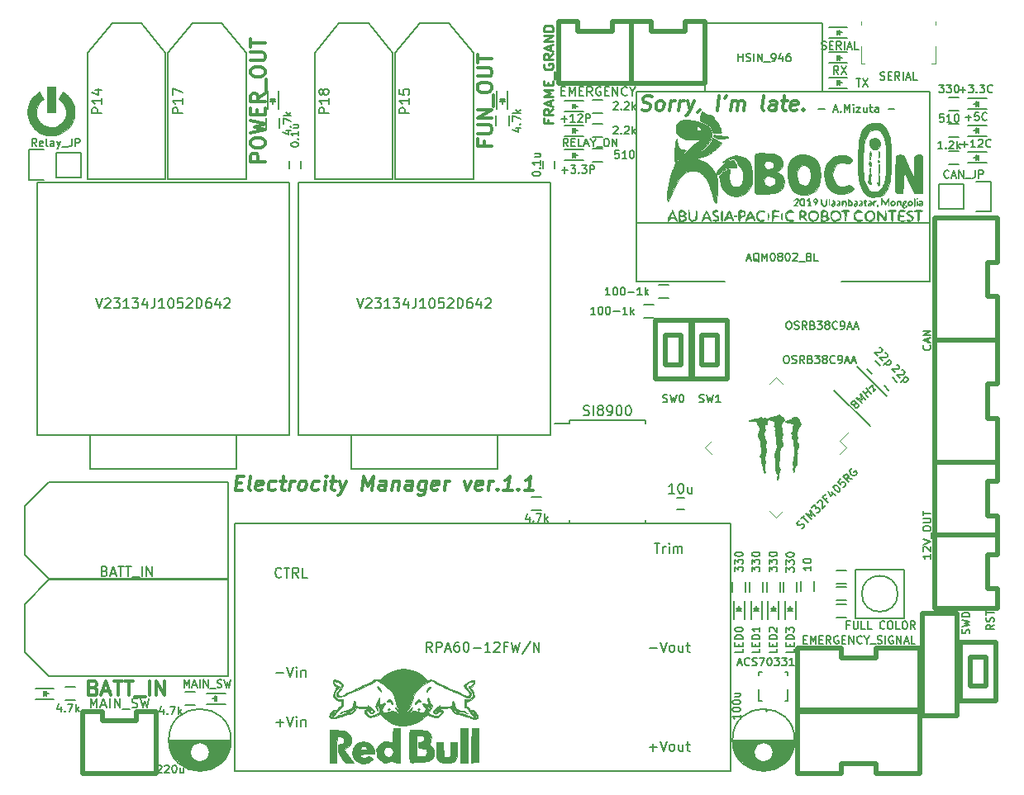
<source format=gbr>
G04 #@! TF.GenerationSoftware,KiCad,Pcbnew,(5.0.2)-1*
G04 #@! TF.CreationDate,2019-05-03T14:05:22+09:00*
G04 #@! TF.ProjectId,Electrocity_Manager,456c6563-7472-46f6-9369-74795f4d616e,rev?*
G04 #@! TF.SameCoordinates,Original*
G04 #@! TF.FileFunction,Legend,Top*
G04 #@! TF.FilePolarity,Positive*
%FSLAX46Y46*%
G04 Gerber Fmt 4.6, Leading zero omitted, Abs format (unit mm)*
G04 Created by KiCad (PCBNEW (5.0.2)-1) date 2019/05/03 14:05:22*
%MOMM*%
%LPD*%
G01*
G04 APERTURE LIST*
%ADD10C,0.200000*%
%ADD11C,0.375000*%
%ADD12C,0.150000*%
%ADD13C,0.500000*%
%ADD14C,0.152400*%
%ADD15C,0.010000*%
%ADD16C,0.120000*%
%ADD17C,0.250000*%
G04 APERTURE END LIST*
D10*
X129633333Y-106807142D02*
X130242857Y-106807142D01*
X131195238Y-106883333D02*
X131576190Y-106883333D01*
X131119047Y-107111904D02*
X131385714Y-106311904D01*
X131652380Y-107111904D01*
X131919047Y-107035714D02*
X131957142Y-107073809D01*
X131919047Y-107111904D01*
X131880952Y-107073809D01*
X131919047Y-107035714D01*
X131919047Y-107111904D01*
X132300000Y-107111904D02*
X132300000Y-106311904D01*
X132566666Y-106883333D01*
X132833333Y-106311904D01*
X132833333Y-107111904D01*
X133214285Y-107111904D02*
X133214285Y-106578571D01*
X133214285Y-106311904D02*
X133176190Y-106350000D01*
X133214285Y-106388095D01*
X133252380Y-106350000D01*
X133214285Y-106311904D01*
X133214285Y-106388095D01*
X133519047Y-106578571D02*
X133938095Y-106578571D01*
X133519047Y-107111904D01*
X133938095Y-107111904D01*
X134585714Y-106578571D02*
X134585714Y-107111904D01*
X134242857Y-106578571D02*
X134242857Y-106997619D01*
X134280952Y-107073809D01*
X134357142Y-107111904D01*
X134471428Y-107111904D01*
X134547619Y-107073809D01*
X134585714Y-107035714D01*
X134852380Y-106578571D02*
X135157142Y-106578571D01*
X134966666Y-106311904D02*
X134966666Y-106997619D01*
X135004761Y-107073809D01*
X135080952Y-107111904D01*
X135157142Y-107111904D01*
X135766666Y-107111904D02*
X135766666Y-106692857D01*
X135728571Y-106616666D01*
X135652380Y-106578571D01*
X135500000Y-106578571D01*
X135423809Y-106616666D01*
X135766666Y-107073809D02*
X135690476Y-107111904D01*
X135500000Y-107111904D01*
X135423809Y-107073809D01*
X135385714Y-106997619D01*
X135385714Y-106921428D01*
X135423809Y-106845238D01*
X135500000Y-106807142D01*
X135690476Y-106807142D01*
X135766666Y-106769047D01*
X136757142Y-106807142D02*
X137366666Y-106807142D01*
D11*
X111525334Y-106857142D02*
X111730691Y-106928571D01*
X112087834Y-106928571D01*
X112239620Y-106857142D01*
X112319977Y-106785714D01*
X112409263Y-106642857D01*
X112427120Y-106500000D01*
X112373549Y-106357142D01*
X112311049Y-106285714D01*
X112177120Y-106214285D01*
X111900334Y-106142857D01*
X111766406Y-106071428D01*
X111703906Y-106000000D01*
X111650334Y-105857142D01*
X111668191Y-105714285D01*
X111757477Y-105571428D01*
X111837834Y-105500000D01*
X111989620Y-105428571D01*
X112346763Y-105428571D01*
X112552120Y-105500000D01*
X113230691Y-106928571D02*
X113096763Y-106857142D01*
X113034263Y-106785714D01*
X112980691Y-106642857D01*
X113034263Y-106214285D01*
X113123549Y-106071428D01*
X113203906Y-106000000D01*
X113355691Y-105928571D01*
X113569977Y-105928571D01*
X113703906Y-106000000D01*
X113766406Y-106071428D01*
X113819977Y-106214285D01*
X113766406Y-106642857D01*
X113677120Y-106785714D01*
X113596763Y-106857142D01*
X113444977Y-106928571D01*
X113230691Y-106928571D01*
X114373549Y-106928571D02*
X114498549Y-105928571D01*
X114462834Y-106214285D02*
X114552120Y-106071428D01*
X114632477Y-106000000D01*
X114784263Y-105928571D01*
X114927120Y-105928571D01*
X115302120Y-106928571D02*
X115427120Y-105928571D01*
X115391406Y-106214285D02*
X115480691Y-106071428D01*
X115561049Y-106000000D01*
X115712834Y-105928571D01*
X115855691Y-105928571D01*
X116212834Y-105928571D02*
X116444977Y-106928571D01*
X116927120Y-105928571D02*
X116444977Y-106928571D01*
X116257477Y-107285714D01*
X116177120Y-107357142D01*
X116025334Y-107428571D01*
X117453906Y-106857142D02*
X117444977Y-106928571D01*
X117355691Y-107071428D01*
X117275334Y-107142857D01*
X119230691Y-106928571D02*
X119418191Y-105428571D01*
X120203906Y-105428571D02*
X120025334Y-105714285D01*
X120659263Y-106928571D02*
X120784263Y-105928571D01*
X120766406Y-106071428D02*
X120846763Y-106000000D01*
X120998549Y-105928571D01*
X121212834Y-105928571D01*
X121346763Y-106000000D01*
X121400334Y-106142857D01*
X121302120Y-106928571D01*
X121400334Y-106142857D02*
X121489620Y-106000000D01*
X121641406Y-105928571D01*
X121855691Y-105928571D01*
X121989620Y-106000000D01*
X122043191Y-106142857D01*
X121944977Y-106928571D01*
X124016406Y-106928571D02*
X123882477Y-106857142D01*
X123828906Y-106714285D01*
X123989620Y-105428571D01*
X125230691Y-106928571D02*
X125328906Y-106142857D01*
X125275334Y-106000000D01*
X125141406Y-105928571D01*
X124855691Y-105928571D01*
X124703906Y-106000000D01*
X125239620Y-106857142D02*
X125087834Y-106928571D01*
X124730691Y-106928571D01*
X124596763Y-106857142D01*
X124543191Y-106714285D01*
X124561049Y-106571428D01*
X124650334Y-106428571D01*
X124802120Y-106357142D01*
X125159263Y-106357142D01*
X125311049Y-106285714D01*
X125855691Y-105928571D02*
X126427120Y-105928571D01*
X126132477Y-105428571D02*
X125971763Y-106714285D01*
X126025334Y-106857142D01*
X126159263Y-106928571D01*
X126302120Y-106928571D01*
X127382477Y-106857142D02*
X127230691Y-106928571D01*
X126944977Y-106928571D01*
X126811049Y-106857142D01*
X126757477Y-106714285D01*
X126828906Y-106142857D01*
X126918191Y-106000000D01*
X127069977Y-105928571D01*
X127355691Y-105928571D01*
X127489620Y-106000000D01*
X127543191Y-106142857D01*
X127525334Y-106285714D01*
X126793191Y-106428571D01*
X128105691Y-106785714D02*
X128168191Y-106857142D01*
X128087834Y-106928571D01*
X128025334Y-106857142D01*
X128105691Y-106785714D01*
X128087834Y-106928571D01*
X69971763Y-145142857D02*
X70471763Y-145142857D01*
X70587834Y-145928571D02*
X69873549Y-145928571D01*
X70061049Y-144428571D01*
X70775334Y-144428571D01*
X71444977Y-145928571D02*
X71311049Y-145857142D01*
X71257477Y-145714285D01*
X71418191Y-144428571D01*
X72596763Y-145857142D02*
X72444977Y-145928571D01*
X72159263Y-145928571D01*
X72025334Y-145857142D01*
X71971763Y-145714285D01*
X72043191Y-145142857D01*
X72132477Y-145000000D01*
X72284263Y-144928571D01*
X72569977Y-144928571D01*
X72703906Y-145000000D01*
X72757477Y-145142857D01*
X72739620Y-145285714D01*
X72007477Y-145428571D01*
X73953906Y-145857142D02*
X73802120Y-145928571D01*
X73516406Y-145928571D01*
X73382477Y-145857142D01*
X73319977Y-145785714D01*
X73266406Y-145642857D01*
X73319977Y-145214285D01*
X73409263Y-145071428D01*
X73489620Y-145000000D01*
X73641406Y-144928571D01*
X73927120Y-144928571D01*
X74061049Y-145000000D01*
X74498549Y-144928571D02*
X75069977Y-144928571D01*
X74775334Y-144428571D02*
X74614620Y-145714285D01*
X74668191Y-145857142D01*
X74802120Y-145928571D01*
X74944977Y-145928571D01*
X75444977Y-145928571D02*
X75569977Y-144928571D01*
X75534263Y-145214285D02*
X75623549Y-145071428D01*
X75703906Y-145000000D01*
X75855691Y-144928571D01*
X75998549Y-144928571D01*
X76587834Y-145928571D02*
X76453906Y-145857142D01*
X76391406Y-145785714D01*
X76337834Y-145642857D01*
X76391406Y-145214285D01*
X76480691Y-145071428D01*
X76561049Y-145000000D01*
X76712834Y-144928571D01*
X76927120Y-144928571D01*
X77061049Y-145000000D01*
X77123549Y-145071428D01*
X77177120Y-145214285D01*
X77123549Y-145642857D01*
X77034263Y-145785714D01*
X76953906Y-145857142D01*
X76802120Y-145928571D01*
X76587834Y-145928571D01*
X78382477Y-145857142D02*
X78230691Y-145928571D01*
X77944977Y-145928571D01*
X77811049Y-145857142D01*
X77748549Y-145785714D01*
X77694977Y-145642857D01*
X77748549Y-145214285D01*
X77837834Y-145071428D01*
X77918191Y-145000000D01*
X78069977Y-144928571D01*
X78355691Y-144928571D01*
X78489620Y-145000000D01*
X79016406Y-145928571D02*
X79141406Y-144928571D01*
X79203906Y-144428571D02*
X79123549Y-144500000D01*
X79186049Y-144571428D01*
X79266406Y-144500000D01*
X79203906Y-144428571D01*
X79186049Y-144571428D01*
X79641406Y-144928571D02*
X80212834Y-144928571D01*
X79918191Y-144428571D02*
X79757477Y-145714285D01*
X79811049Y-145857142D01*
X79944977Y-145928571D01*
X80087834Y-145928571D01*
X80569977Y-144928571D02*
X80802120Y-145928571D01*
X81284263Y-144928571D02*
X80802120Y-145928571D01*
X80614620Y-146285714D01*
X80534263Y-146357142D01*
X80382477Y-146428571D01*
X82873549Y-145928571D02*
X83061049Y-144428571D01*
X83427120Y-145500000D01*
X84061049Y-144428571D01*
X83873549Y-145928571D01*
X85230691Y-145928571D02*
X85328906Y-145142857D01*
X85275334Y-145000000D01*
X85141406Y-144928571D01*
X84855691Y-144928571D01*
X84703906Y-145000000D01*
X85239620Y-145857142D02*
X85087834Y-145928571D01*
X84730691Y-145928571D01*
X84596763Y-145857142D01*
X84543191Y-145714285D01*
X84561049Y-145571428D01*
X84650334Y-145428571D01*
X84802120Y-145357142D01*
X85159263Y-145357142D01*
X85311049Y-145285714D01*
X86069977Y-144928571D02*
X85944977Y-145928571D01*
X86052120Y-145071428D02*
X86132477Y-145000000D01*
X86284263Y-144928571D01*
X86498549Y-144928571D01*
X86632477Y-145000000D01*
X86686049Y-145142857D01*
X86587834Y-145928571D01*
X87944977Y-145928571D02*
X88043191Y-145142857D01*
X87989620Y-145000000D01*
X87855691Y-144928571D01*
X87569977Y-144928571D01*
X87418191Y-145000000D01*
X87953906Y-145857142D02*
X87802120Y-145928571D01*
X87444977Y-145928571D01*
X87311049Y-145857142D01*
X87257477Y-145714285D01*
X87275334Y-145571428D01*
X87364620Y-145428571D01*
X87516406Y-145357142D01*
X87873549Y-145357142D01*
X88025334Y-145285714D01*
X89427120Y-144928571D02*
X89275334Y-146142857D01*
X89186049Y-146285714D01*
X89105691Y-146357142D01*
X88953906Y-146428571D01*
X88739620Y-146428571D01*
X88605691Y-146357142D01*
X89311049Y-145857142D02*
X89159263Y-145928571D01*
X88873549Y-145928571D01*
X88739620Y-145857142D01*
X88677120Y-145785714D01*
X88623549Y-145642857D01*
X88677120Y-145214285D01*
X88766406Y-145071428D01*
X88846763Y-145000000D01*
X88998549Y-144928571D01*
X89284263Y-144928571D01*
X89418191Y-145000000D01*
X90596763Y-145857142D02*
X90444977Y-145928571D01*
X90159263Y-145928571D01*
X90025334Y-145857142D01*
X89971763Y-145714285D01*
X90043191Y-145142857D01*
X90132477Y-145000000D01*
X90284263Y-144928571D01*
X90569977Y-144928571D01*
X90703906Y-145000000D01*
X90757477Y-145142857D01*
X90739620Y-145285714D01*
X90007477Y-145428571D01*
X91302120Y-145928571D02*
X91427120Y-144928571D01*
X91391406Y-145214285D02*
X91480691Y-145071428D01*
X91561049Y-145000000D01*
X91712834Y-144928571D01*
X91855691Y-144928571D01*
X93355691Y-144928571D02*
X93587834Y-145928571D01*
X94069977Y-144928571D01*
X95096763Y-145857142D02*
X94944977Y-145928571D01*
X94659263Y-145928571D01*
X94525334Y-145857142D01*
X94471763Y-145714285D01*
X94543191Y-145142857D01*
X94632477Y-145000000D01*
X94784263Y-144928571D01*
X95069977Y-144928571D01*
X95203906Y-145000000D01*
X95257477Y-145142857D01*
X95239620Y-145285714D01*
X94507477Y-145428571D01*
X95802120Y-145928571D02*
X95927120Y-144928571D01*
X95891406Y-145214285D02*
X95980691Y-145071428D01*
X96061049Y-145000000D01*
X96212834Y-144928571D01*
X96355691Y-144928571D01*
X96748549Y-145785714D02*
X96811049Y-145857142D01*
X96730691Y-145928571D01*
X96668191Y-145857142D01*
X96748549Y-145785714D01*
X96730691Y-145928571D01*
X98230691Y-145928571D02*
X97373549Y-145928571D01*
X97802120Y-145928571D02*
X97989620Y-144428571D01*
X97819977Y-144642857D01*
X97659263Y-144785714D01*
X97507477Y-144857142D01*
X98891406Y-145785714D02*
X98953906Y-145857142D01*
X98873549Y-145928571D01*
X98811049Y-145857142D01*
X98891406Y-145785714D01*
X98873549Y-145928571D01*
X100373549Y-145928571D02*
X99516406Y-145928571D01*
X99944977Y-145928571D02*
X100132477Y-144428571D01*
X99962834Y-144642857D01*
X99802120Y-144785714D01*
X99650334Y-144857142D01*
D12*
G04 #@! TO.C,U9*
X69850000Y-149300000D02*
X120650000Y-149300000D01*
X69850000Y-174700000D02*
X69850000Y-149300000D01*
X120650000Y-174700000D02*
X69850000Y-174700000D01*
X120650000Y-149300000D02*
X120650000Y-174700000D01*
G04 #@! TO.C,C5*
X135426777Y-132578249D02*
X135921751Y-133073223D01*
X135073223Y-133921751D02*
X134578249Y-133426777D01*
G04 #@! TO.C,X1*
X134921751Y-139325914D02*
X131209441Y-135613604D01*
X133613604Y-133209441D02*
X136654163Y-136250000D01*
G04 #@! TO.C,R5*
X132500000Y-157175000D02*
X131500000Y-157175000D01*
X131500000Y-155825000D02*
X132500000Y-155825000D01*
G04 #@! TO.C,R21*
X131470000Y-157575000D02*
X132470000Y-157575000D01*
X132470000Y-158925000D02*
X131470000Y-158925000D01*
G04 #@! TO.C,R1*
X131500000Y-154075000D02*
X132500000Y-154075000D01*
X132500000Y-155425000D02*
X131500000Y-155425000D01*
G04 #@! TO.C,D6*
X123500000Y-158030000D02*
X123250000Y-158280000D01*
X123000000Y-158030000D02*
X123500000Y-158030000D01*
X123250000Y-158280000D02*
X123000000Y-158030000D01*
X123000000Y-158280000D02*
X123500000Y-158280000D01*
X123250000Y-158230000D02*
X123250000Y-157780000D01*
X122700000Y-159130000D02*
X122700000Y-157230000D01*
X123800000Y-159130000D02*
X123800000Y-157230000D01*
G04 #@! TO.C,P15*
X88750000Y-98000000D02*
X86250000Y-101000000D01*
X86250000Y-101000000D02*
X86250000Y-114000000D01*
X91750000Y-98000000D02*
X94250000Y-101000000D01*
X94250000Y-101000000D02*
X94250000Y-114000000D01*
X91750000Y-98000000D02*
X88750000Y-98000000D01*
X94250000Y-114000000D02*
X86250000Y-114000000D01*
G04 #@! TO.C,P17*
X71000000Y-114000000D02*
X63000000Y-114000000D01*
X68500000Y-98000000D02*
X65500000Y-98000000D01*
X71000000Y-101000000D02*
X71000000Y-114000000D01*
X68500000Y-98000000D02*
X71000000Y-101000000D01*
X63000000Y-101000000D02*
X63000000Y-114000000D01*
X65500000Y-98000000D02*
X63000000Y-101000000D01*
G04 #@! TO.C,C28*
X115850000Y-147850000D02*
X115150000Y-147850000D01*
X115150000Y-146650000D02*
X115850000Y-146650000D01*
G04 #@! TO.C,C32*
X69399000Y-171575000D02*
X63101000Y-171575000D01*
X69393000Y-171715000D02*
X63107000Y-171715000D01*
X69380000Y-171855000D02*
X66696000Y-171855000D01*
X65804000Y-171855000D02*
X63120000Y-171855000D01*
X69361000Y-171995000D02*
X66906000Y-171995000D01*
X65594000Y-171995000D02*
X63139000Y-171995000D01*
X69335000Y-172135000D02*
X67039000Y-172135000D01*
X65461000Y-172135000D02*
X63165000Y-172135000D01*
X69303000Y-172275000D02*
X67130000Y-172275000D01*
X65370000Y-172275000D02*
X63197000Y-172275000D01*
X69264000Y-172415000D02*
X67192000Y-172415000D01*
X65308000Y-172415000D02*
X63236000Y-172415000D01*
X69218000Y-172555000D02*
X67231000Y-172555000D01*
X65269000Y-172555000D02*
X63282000Y-172555000D01*
X69165000Y-172695000D02*
X67248000Y-172695000D01*
X65252000Y-172695000D02*
X63335000Y-172695000D01*
X69103000Y-172835000D02*
X67246000Y-172835000D01*
X65254000Y-172835000D02*
X63397000Y-172835000D01*
X69033000Y-172975000D02*
X67224000Y-172975000D01*
X65276000Y-172975000D02*
X63467000Y-172975000D01*
X68954000Y-173115000D02*
X67181000Y-173115000D01*
X65319000Y-173115000D02*
X63546000Y-173115000D01*
X68866000Y-173255000D02*
X67113000Y-173255000D01*
X65387000Y-173255000D02*
X63634000Y-173255000D01*
X68766000Y-173395000D02*
X67014000Y-173395000D01*
X65486000Y-173395000D02*
X63734000Y-173395000D01*
X68654000Y-173535000D02*
X66869000Y-173535000D01*
X65631000Y-173535000D02*
X63846000Y-173535000D01*
X68529000Y-173675000D02*
X66630000Y-173675000D01*
X65870000Y-173675000D02*
X63971000Y-173675000D01*
X68386000Y-173815000D02*
X64114000Y-173815000D01*
X68224000Y-173955000D02*
X64276000Y-173955000D01*
X68036000Y-174095000D02*
X64464000Y-174095000D01*
X67813000Y-174235000D02*
X64687000Y-174235000D01*
X67537000Y-174375000D02*
X64963000Y-174375000D01*
X67162000Y-174515000D02*
X65338000Y-174515000D01*
X67250000Y-172750000D02*
G75*
G03X67250000Y-172750000I-1000000J0D01*
G01*
X69437500Y-171500000D02*
G75*
G03X69437500Y-171500000I-3187500J0D01*
G01*
G04 #@! TO.C,C34*
X102600000Y-112150000D02*
X102600000Y-112850000D01*
X101400000Y-112850000D02*
X101400000Y-112150000D01*
G04 #@! TO.C,C35*
X127187500Y-171500000D02*
G75*
G03X127187500Y-171500000I-3187500J0D01*
G01*
X125000000Y-172750000D02*
G75*
G03X125000000Y-172750000I-1000000J0D01*
G01*
X124912000Y-174515000D02*
X123088000Y-174515000D01*
X125287000Y-174375000D02*
X122713000Y-174375000D01*
X125563000Y-174235000D02*
X122437000Y-174235000D01*
X125786000Y-174095000D02*
X122214000Y-174095000D01*
X125974000Y-173955000D02*
X122026000Y-173955000D01*
X126136000Y-173815000D02*
X121864000Y-173815000D01*
X123620000Y-173675000D02*
X121721000Y-173675000D01*
X126279000Y-173675000D02*
X124380000Y-173675000D01*
X123381000Y-173535000D02*
X121596000Y-173535000D01*
X126404000Y-173535000D02*
X124619000Y-173535000D01*
X123236000Y-173395000D02*
X121484000Y-173395000D01*
X126516000Y-173395000D02*
X124764000Y-173395000D01*
X123137000Y-173255000D02*
X121384000Y-173255000D01*
X126616000Y-173255000D02*
X124863000Y-173255000D01*
X123069000Y-173115000D02*
X121296000Y-173115000D01*
X126704000Y-173115000D02*
X124931000Y-173115000D01*
X123026000Y-172975000D02*
X121217000Y-172975000D01*
X126783000Y-172975000D02*
X124974000Y-172975000D01*
X123004000Y-172835000D02*
X121147000Y-172835000D01*
X126853000Y-172835000D02*
X124996000Y-172835000D01*
X123002000Y-172695000D02*
X121085000Y-172695000D01*
X126915000Y-172695000D02*
X124998000Y-172695000D01*
X123019000Y-172555000D02*
X121032000Y-172555000D01*
X126968000Y-172555000D02*
X124981000Y-172555000D01*
X123058000Y-172415000D02*
X120986000Y-172415000D01*
X127014000Y-172415000D02*
X124942000Y-172415000D01*
X123120000Y-172275000D02*
X120947000Y-172275000D01*
X127053000Y-172275000D02*
X124880000Y-172275000D01*
X123211000Y-172135000D02*
X120915000Y-172135000D01*
X127085000Y-172135000D02*
X124789000Y-172135000D01*
X123344000Y-171995000D02*
X120889000Y-171995000D01*
X127111000Y-171995000D02*
X124656000Y-171995000D01*
X123554000Y-171855000D02*
X120870000Y-171855000D01*
X127130000Y-171855000D02*
X124446000Y-171855000D01*
X127143000Y-171715000D02*
X120857000Y-171715000D01*
X127149000Y-171575000D02*
X120851000Y-171575000D01*
G04 #@! TO.C,JP3*
X144480000Y-117020000D02*
X141940000Y-117020000D01*
X147300000Y-117300000D02*
X145750000Y-117300000D01*
X144480000Y-117020000D02*
X144480000Y-114480000D01*
X145750000Y-114200000D02*
X147300000Y-114200000D01*
X147300000Y-114200000D02*
X147300000Y-117300000D01*
X144480000Y-114480000D02*
X141940000Y-114480000D01*
X141940000Y-114480000D02*
X141940000Y-117020000D01*
D13*
G04 #@! TO.C,P3*
X147950000Y-130500000D02*
X147950000Y-126000000D01*
X147950000Y-126000000D02*
X146950000Y-126000000D01*
X146950000Y-126000000D02*
X146950000Y-122500000D01*
X146950000Y-122500000D02*
X147950000Y-122500000D01*
X147950000Y-122500000D02*
X147950000Y-118000000D01*
X141550000Y-118000000D02*
X141550000Y-130500000D01*
X147950000Y-118000000D02*
X141550000Y-118000000D01*
X141550000Y-130500000D02*
X147950000Y-130500000D01*
G04 #@! TO.C,P9*
X61750000Y-168550000D02*
X59750000Y-168550000D01*
X59750000Y-168550000D02*
X59750000Y-169550000D01*
X59750000Y-169550000D02*
X56250000Y-169550000D01*
X56250000Y-169550000D02*
X56250000Y-168550000D01*
X56250000Y-168550000D02*
X54250000Y-168550000D01*
X61750000Y-174950000D02*
X61750000Y-168550000D01*
X54250000Y-168550000D02*
X54250000Y-174950000D01*
X54250000Y-174950000D02*
X61750000Y-174950000D01*
D12*
G04 #@! TO.C,P13*
X69150000Y-155050000D02*
X50800000Y-155050000D01*
X69150000Y-164950000D02*
X69150000Y-155050000D01*
X50800000Y-164950000D02*
X69150000Y-164950000D01*
X50800000Y-155050000D02*
X48350000Y-157550000D01*
X50800000Y-164950000D02*
X48350000Y-162500000D01*
X48350000Y-160000000D02*
X48350000Y-157550000D01*
X48350000Y-159950000D02*
X48350000Y-162500000D01*
G04 #@! TO.C,P14*
X62750000Y-114000000D02*
X54750000Y-114000000D01*
X60250000Y-98000000D02*
X57250000Y-98000000D01*
X62750000Y-101000000D02*
X62750000Y-114000000D01*
X60250000Y-98000000D02*
X62750000Y-101000000D01*
X54750000Y-101000000D02*
X54750000Y-114000000D01*
X57250000Y-98000000D02*
X54750000Y-101000000D01*
G04 #@! TO.C,P16*
X48350000Y-149950000D02*
X48350000Y-152500000D01*
X48350000Y-150000000D02*
X48350000Y-147550000D01*
X50800000Y-154950000D02*
X48350000Y-152500000D01*
X50800000Y-145050000D02*
X48350000Y-147550000D01*
X50800000Y-154950000D02*
X69150000Y-154950000D01*
X69150000Y-154950000D02*
X69150000Y-145050000D01*
X69150000Y-145050000D02*
X50800000Y-145050000D01*
G04 #@! TO.C,P18*
X80500000Y-98000000D02*
X78000000Y-101000000D01*
X78000000Y-101000000D02*
X78000000Y-114000000D01*
X83500000Y-98000000D02*
X86000000Y-101000000D01*
X86000000Y-101000000D02*
X86000000Y-114000000D01*
X83500000Y-98000000D02*
X80500000Y-98000000D01*
X86000000Y-114000000D02*
X78000000Y-114000000D01*
D13*
G04 #@! TO.C,SW1*
X147800000Y-167500000D02*
X147800000Y-161500000D01*
X144200000Y-167500000D02*
X147800000Y-167500000D01*
X144200000Y-161500000D02*
X144200000Y-167500000D01*
X147800000Y-161500000D02*
X144200000Y-161500000D01*
X146800000Y-166000000D02*
X146800000Y-163000000D01*
X145200000Y-166000000D02*
X146800000Y-166000000D01*
X145200000Y-163000000D02*
X145200000Y-166000000D01*
X146800000Y-163000000D02*
X145200000Y-163000000D01*
D12*
G04 #@! TO.C,U8*
X49550000Y-127250000D02*
X49550000Y-140200000D01*
X49550000Y-140200000D02*
X75450000Y-140200000D01*
X75450000Y-140200000D02*
X75410000Y-114300000D01*
X75410000Y-114300000D02*
X49550000Y-114320000D01*
X49550000Y-114320000D02*
X49550000Y-127250000D01*
X55000000Y-143700000D02*
X70000000Y-143680000D01*
X70000000Y-143680000D02*
X70000000Y-140230000D01*
X55000000Y-143700000D02*
X55000000Y-140200000D01*
G04 #@! TO.C,U12*
X81750000Y-143700000D02*
X81750000Y-140200000D01*
X96750000Y-143680000D02*
X96750000Y-140230000D01*
X81750000Y-143700000D02*
X96750000Y-143680000D01*
X76300000Y-114320000D02*
X76300000Y-127250000D01*
X102160000Y-114300000D02*
X76300000Y-114320000D01*
X102200000Y-140200000D02*
X102160000Y-114300000D01*
X76300000Y-140200000D02*
X102200000Y-140200000D01*
X76300000Y-127250000D02*
X76300000Y-140200000D01*
D13*
G04 #@! TO.C,P1*
X140300000Y-169000000D02*
X143800000Y-169000000D01*
X140300000Y-158500000D02*
X140300000Y-169000000D01*
X143800000Y-158500000D02*
X143800000Y-169000000D01*
X143800000Y-158500000D02*
X140300000Y-158500000D01*
D12*
G04 #@! TO.C,C1*
X136823223Y-135671751D02*
X136328249Y-135176777D01*
X137176777Y-134328249D02*
X137671751Y-134823223D01*
G04 #@! TO.C,C40*
X75400000Y-112850000D02*
X75400000Y-112150000D01*
X76600000Y-112150000D02*
X76600000Y-112850000D01*
G04 #@! TO.C,D2*
X146850000Y-111200000D02*
X144950000Y-111200000D01*
X146850000Y-112300000D02*
X144950000Y-112300000D01*
X145950000Y-111750000D02*
X145500000Y-111750000D01*
X146000000Y-112000000D02*
X146000000Y-111500000D01*
X146000000Y-111750000D02*
X145750000Y-112000000D01*
X145750000Y-112000000D02*
X145750000Y-111500000D01*
X145750000Y-111500000D02*
X146000000Y-111750000D01*
G04 #@! TO.C,D3*
X145750000Y-108750000D02*
X146000000Y-109000000D01*
X145750000Y-109250000D02*
X145750000Y-108750000D01*
X146000000Y-109000000D02*
X145750000Y-109250000D01*
X146000000Y-109250000D02*
X146000000Y-108750000D01*
X145950000Y-109000000D02*
X145500000Y-109000000D01*
X146850000Y-109550000D02*
X144950000Y-109550000D01*
X146850000Y-108450000D02*
X144950000Y-108450000D01*
G04 #@! TO.C,D4*
X146850000Y-105700000D02*
X144950000Y-105700000D01*
X146850000Y-106800000D02*
X144950000Y-106800000D01*
X145950000Y-106250000D02*
X145500000Y-106250000D01*
X146000000Y-106500000D02*
X146000000Y-106000000D01*
X146000000Y-106250000D02*
X145750000Y-106500000D01*
X145750000Y-106500000D02*
X145750000Y-106000000D01*
X145750000Y-106000000D02*
X146000000Y-106250000D01*
G04 #@! TO.C,D5*
X122050000Y-159130000D02*
X122050000Y-157230000D01*
X120950000Y-159130000D02*
X120950000Y-157230000D01*
X121500000Y-158230000D02*
X121500000Y-157780000D01*
X121250000Y-158280000D02*
X121750000Y-158280000D01*
X121500000Y-158280000D02*
X121250000Y-158030000D01*
X121250000Y-158030000D02*
X121750000Y-158030000D01*
X121750000Y-158030000D02*
X121500000Y-158280000D01*
G04 #@! TO.C,D7*
X125550000Y-159130000D02*
X125550000Y-157230000D01*
X124450000Y-159130000D02*
X124450000Y-157230000D01*
X125000000Y-158230000D02*
X125000000Y-157780000D01*
X124750000Y-158280000D02*
X125250000Y-158280000D01*
X125000000Y-158280000D02*
X124750000Y-158030000D01*
X124750000Y-158030000D02*
X125250000Y-158030000D01*
X125250000Y-158030000D02*
X125000000Y-158280000D01*
G04 #@! TO.C,D8*
X127000000Y-158030000D02*
X126750000Y-158280000D01*
X126500000Y-158030000D02*
X127000000Y-158030000D01*
X126750000Y-158280000D02*
X126500000Y-158030000D01*
X126500000Y-158280000D02*
X127000000Y-158280000D01*
X126750000Y-158230000D02*
X126750000Y-157780000D01*
X126200000Y-159130000D02*
X126200000Y-157230000D01*
X127300000Y-159130000D02*
X127300000Y-157230000D01*
G04 #@! TO.C,D14*
X49400000Y-167300000D02*
X51300000Y-167300000D01*
X49400000Y-166200000D02*
X51300000Y-166200000D01*
X50300000Y-166750000D02*
X50750000Y-166750000D01*
X50250000Y-166500000D02*
X50250000Y-167000000D01*
X50250000Y-166750000D02*
X50500000Y-166500000D01*
X50500000Y-166500000D02*
X50500000Y-167000000D01*
X50500000Y-167000000D02*
X50250000Y-166750000D01*
G04 #@! TO.C,D15*
X68850000Y-166700000D02*
X66950000Y-166700000D01*
X68850000Y-167800000D02*
X66950000Y-167800000D01*
X67950000Y-167250000D02*
X67500000Y-167250000D01*
X68000000Y-167500000D02*
X68000000Y-167000000D01*
X68000000Y-167250000D02*
X67750000Y-167500000D01*
X67750000Y-167500000D02*
X67750000Y-167000000D01*
X67750000Y-167000000D02*
X68000000Y-167250000D01*
G04 #@! TO.C,D16*
X73500000Y-106000000D02*
X73750000Y-105750000D01*
X74000000Y-106000000D02*
X73500000Y-106000000D01*
X73750000Y-105750000D02*
X74000000Y-106000000D01*
X74000000Y-105750000D02*
X73500000Y-105750000D01*
X73750000Y-105800000D02*
X73750000Y-106250000D01*
X74300000Y-104900000D02*
X74300000Y-106800000D01*
X73200000Y-104900000D02*
X73200000Y-106800000D01*
G04 #@! TO.C,D17*
X96700000Y-104900000D02*
X96700000Y-106800000D01*
X97800000Y-104900000D02*
X97800000Y-106800000D01*
X97250000Y-105800000D02*
X97250000Y-106250000D01*
X97500000Y-105750000D02*
X97000000Y-105750000D01*
X97250000Y-105750000D02*
X97500000Y-106000000D01*
X97500000Y-106000000D02*
X97000000Y-106000000D01*
X97000000Y-106000000D02*
X97250000Y-105750000D01*
G04 #@! TO.C,D18*
X104740000Y-109240000D02*
X104490000Y-108990000D01*
X104740000Y-108740000D02*
X104740000Y-109240000D01*
X104490000Y-108990000D02*
X104740000Y-108740000D01*
X104490000Y-108740000D02*
X104490000Y-109240000D01*
X104540000Y-108990000D02*
X104990000Y-108990000D01*
X103640000Y-108440000D02*
X105540000Y-108440000D01*
X103640000Y-109540000D02*
X105540000Y-109540000D01*
G04 #@! TO.C,D19*
X104740000Y-106740000D02*
X104490000Y-106490000D01*
X104740000Y-106240000D02*
X104740000Y-106740000D01*
X104490000Y-106490000D02*
X104740000Y-106240000D01*
X104490000Y-106240000D02*
X104490000Y-106740000D01*
X104540000Y-106490000D02*
X104990000Y-106490000D01*
X103640000Y-105940000D02*
X105540000Y-105940000D01*
X103640000Y-107040000D02*
X105540000Y-107040000D01*
G04 #@! TO.C,D20*
X104740000Y-111740000D02*
X104490000Y-111490000D01*
X104740000Y-111240000D02*
X104740000Y-111740000D01*
X104490000Y-111490000D02*
X104740000Y-111240000D01*
X104490000Y-111240000D02*
X104490000Y-111740000D01*
X104540000Y-111490000D02*
X104990000Y-111490000D01*
X103640000Y-110940000D02*
X105540000Y-110940000D01*
X103640000Y-112040000D02*
X105540000Y-112040000D01*
G04 #@! TO.C,JP1*
X51520000Y-111230000D02*
X54060000Y-111230000D01*
X48700000Y-110950000D02*
X50250000Y-110950000D01*
X51520000Y-111230000D02*
X51520000Y-113770000D01*
X50250000Y-114050000D02*
X48700000Y-114050000D01*
X48700000Y-114050000D02*
X48700000Y-110950000D01*
X51520000Y-113770000D02*
X54060000Y-113770000D01*
X54060000Y-113770000D02*
X54060000Y-111230000D01*
D13*
G04 #@! TO.C,P5*
X140000000Y-162050000D02*
X135500000Y-162050000D01*
X135500000Y-162050000D02*
X135500000Y-163050000D01*
X135500000Y-163050000D02*
X132000000Y-163050000D01*
X132000000Y-163050000D02*
X132000000Y-162050000D01*
X132000000Y-162050000D02*
X127500000Y-162050000D01*
X127500000Y-168450000D02*
X140000000Y-168450000D01*
X127500000Y-162050000D02*
X127500000Y-168450000D01*
X140000000Y-168450000D02*
X140000000Y-162050000D01*
G04 #@! TO.C,P6*
X141550000Y-150500000D02*
X141550000Y-158000000D01*
X147950000Y-150500000D02*
X141550000Y-150500000D01*
X141550000Y-158000000D02*
X147950000Y-158000000D01*
X147950000Y-152500000D02*
X147950000Y-150500000D01*
X146950000Y-152500000D02*
X147950000Y-152500000D01*
X146950000Y-156000000D02*
X146950000Y-152500000D01*
X147950000Y-156000000D02*
X146950000Y-156000000D01*
X147950000Y-158000000D02*
X147950000Y-156000000D01*
G04 #@! TO.C,P7*
X147950000Y-150500000D02*
X147950000Y-148500000D01*
X147950000Y-148500000D02*
X146950000Y-148500000D01*
X146950000Y-148500000D02*
X146950000Y-145000000D01*
X146950000Y-145000000D02*
X147950000Y-145000000D01*
X147950000Y-145000000D02*
X147950000Y-143000000D01*
X141550000Y-150500000D02*
X147950000Y-150500000D01*
X147950000Y-143000000D02*
X141550000Y-143000000D01*
X141550000Y-143000000D02*
X141550000Y-150500000D01*
G04 #@! TO.C,P10*
X110500000Y-97800000D02*
X108500000Y-97800000D01*
X108500000Y-97800000D02*
X108500000Y-98800000D01*
X108500000Y-98800000D02*
X105000000Y-98800000D01*
X105000000Y-98800000D02*
X105000000Y-97800000D01*
X105000000Y-97800000D02*
X103000000Y-97800000D01*
X110500000Y-104200000D02*
X110500000Y-97800000D01*
X103000000Y-97800000D02*
X103000000Y-104200000D01*
X103000000Y-104200000D02*
X110500000Y-104200000D01*
G04 #@! TO.C,P11*
X110500000Y-104200000D02*
X118000000Y-104200000D01*
X110500000Y-97800000D02*
X110500000Y-104200000D01*
X118000000Y-104200000D02*
X118000000Y-97800000D01*
X112500000Y-97800000D02*
X110500000Y-97800000D01*
X112500000Y-98800000D02*
X112500000Y-97800000D01*
X116000000Y-98800000D02*
X112500000Y-98800000D01*
X116000000Y-97800000D02*
X116000000Y-98800000D01*
X118000000Y-97800000D02*
X116000000Y-97800000D01*
D12*
G04 #@! TO.C,R2*
X144000000Y-112425000D02*
X143000000Y-112425000D01*
X143000000Y-111075000D02*
X144000000Y-111075000D01*
G04 #@! TO.C,R3*
X143000000Y-108325000D02*
X144000000Y-108325000D01*
X144000000Y-109675000D02*
X143000000Y-109675000D01*
G04 #@! TO.C,R4*
X144000000Y-106925000D02*
X143000000Y-106925000D01*
X143000000Y-105575000D02*
X144000000Y-105575000D01*
G04 #@! TO.C,R10*
X122175000Y-155280000D02*
X122175000Y-156280000D01*
X120825000Y-156280000D02*
X120825000Y-155280000D01*
G04 #@! TO.C,R13*
X122575000Y-156280000D02*
X122575000Y-155280000D01*
X123925000Y-155280000D02*
X123925000Y-156280000D01*
G04 #@! TO.C,R14*
X125675000Y-155280000D02*
X125675000Y-156280000D01*
X124325000Y-156280000D02*
X124325000Y-155280000D01*
G04 #@! TO.C,R16*
X126075000Y-156280000D02*
X126075000Y-155280000D01*
X127425000Y-155280000D02*
X127425000Y-156280000D01*
G04 #@! TO.C,R20*
X129175000Y-155250000D02*
X129175000Y-156250000D01*
X127825000Y-156250000D02*
X127825000Y-155250000D01*
G04 #@! TO.C,R30*
X100250000Y-146575000D02*
X101250000Y-146575000D01*
X101250000Y-147925000D02*
X100250000Y-147925000D01*
G04 #@! TO.C,R33*
X53500000Y-167425000D02*
X52500000Y-167425000D01*
X52500000Y-166075000D02*
X53500000Y-166075000D01*
G04 #@! TO.C,R34*
X65750000Y-167925000D02*
X64750000Y-167925000D01*
X64750000Y-166575000D02*
X65750000Y-166575000D01*
G04 #@! TO.C,R35*
X73075000Y-108750000D02*
X73075000Y-107750000D01*
X74425000Y-107750000D02*
X74425000Y-108750000D01*
G04 #@! TO.C,R36*
X97925000Y-107500000D02*
X97925000Y-108500000D01*
X96575000Y-108500000D02*
X96575000Y-107500000D01*
G04 #@! TO.C,R37*
X107500000Y-109665000D02*
X106500000Y-109665000D01*
X106500000Y-108315000D02*
X107500000Y-108315000D01*
G04 #@! TO.C,R38*
X106500000Y-105815000D02*
X107500000Y-105815000D01*
X107500000Y-107165000D02*
X106500000Y-107165000D01*
G04 #@! TO.C,R39*
X106500000Y-110815000D02*
X107500000Y-110815000D01*
X107500000Y-112165000D02*
X106500000Y-112165000D01*
G04 #@! TO.C,R40*
X111750000Y-126825000D02*
X112750000Y-126825000D01*
X112750000Y-128175000D02*
X111750000Y-128175000D01*
G04 #@! TO.C,R44*
X113250000Y-124825000D02*
X114250000Y-124825000D01*
X114250000Y-126175000D02*
X113250000Y-126175000D01*
D13*
G04 #@! TO.C,P2*
X147950000Y-143000000D02*
X147950000Y-138500000D01*
X147950000Y-138500000D02*
X146950000Y-138500000D01*
X146950000Y-138500000D02*
X146950000Y-135000000D01*
X146950000Y-135000000D02*
X147950000Y-135000000D01*
X147950000Y-135000000D02*
X147950000Y-130500000D01*
X141550000Y-130500000D02*
X141550000Y-143000000D01*
X147950000Y-130500000D02*
X141550000Y-130500000D01*
X141550000Y-143000000D02*
X147950000Y-143000000D01*
D12*
G04 #@! TO.C,U13*
X124375000Y-168500000D02*
G75*
G03X124375000Y-168500000I-75000J0D01*
G01*
D14*
X126500000Y-164500000D02*
X126200000Y-164500000D01*
X126500000Y-164900000D02*
X126500000Y-164500000D01*
X126500000Y-167500000D02*
X126500000Y-166300000D01*
X126200000Y-167500000D02*
X126500000Y-167500000D01*
X123500000Y-164500000D02*
X123800000Y-164500000D01*
X123500000Y-164900000D02*
X123500000Y-164500000D01*
X123500000Y-167500000D02*
X123500000Y-166300000D01*
X123800000Y-167500000D02*
X123500000Y-167500000D01*
D12*
G04 #@! TO.C,U6*
X104125000Y-138675000D02*
X104125000Y-139030000D01*
X111875000Y-138675000D02*
X111875000Y-139030000D01*
X111875000Y-149325000D02*
X111875000Y-148970000D01*
X104125000Y-149325000D02*
X104125000Y-148970000D01*
X104125000Y-138675000D02*
X111875000Y-138675000D01*
X104125000Y-149325000D02*
X111875000Y-149325000D01*
X104125000Y-139030000D02*
X102600000Y-139030000D01*
D13*
G04 #@! TO.C,P4*
X127500000Y-174950000D02*
X132000000Y-174950000D01*
X132000000Y-174950000D02*
X132000000Y-173950000D01*
X132000000Y-173950000D02*
X135500000Y-173950000D01*
X135500000Y-173950000D02*
X135500000Y-174950000D01*
X135500000Y-174950000D02*
X140000000Y-174950000D01*
X140000000Y-168550000D02*
X127500000Y-168550000D01*
X140000000Y-174950000D02*
X140000000Y-168550000D01*
X127500000Y-168550000D02*
X127500000Y-174950000D01*
D15*
G04 #@! TO.C,U18*
G36*
X127129452Y-138369668D02*
X127163308Y-138382150D01*
X127201549Y-138392634D01*
X127251989Y-138399553D01*
X127288005Y-138401200D01*
X127371860Y-138406856D01*
X127438836Y-138425788D01*
X127493318Y-138460935D01*
X127539694Y-138515240D01*
X127582349Y-138591645D01*
X127587135Y-138601810D01*
X127613872Y-138658640D01*
X127640814Y-138714593D01*
X127663422Y-138760286D01*
X127669764Y-138772681D01*
X127696827Y-138849606D01*
X127701100Y-138894793D01*
X127707495Y-138943761D01*
X127724333Y-138985775D01*
X127748089Y-139014427D01*
X127771871Y-139023500D01*
X127785777Y-139034945D01*
X127790000Y-139066731D01*
X127785357Y-139093729D01*
X127770398Y-139131020D01*
X127743573Y-139181808D01*
X127703335Y-139249300D01*
X127696455Y-139260406D01*
X127594352Y-139434032D01*
X127511921Y-139595684D01*
X127448187Y-139748181D01*
X127402173Y-139894342D01*
X127372904Y-140036983D01*
X127359403Y-140178924D01*
X127358200Y-140237157D01*
X127358703Y-140293074D01*
X127360886Y-140328684D01*
X127365760Y-140349071D01*
X127374336Y-140359320D01*
X127383268Y-140363244D01*
X127418140Y-140385936D01*
X127445550Y-140424493D01*
X127459246Y-140469408D01*
X127459800Y-140479636D01*
X127455145Y-140510131D01*
X127442659Y-140556304D01*
X127424553Y-140610504D01*
X127413444Y-140639848D01*
X127379069Y-140740582D01*
X127362671Y-140824083D01*
X127364288Y-140891103D01*
X127383960Y-140942393D01*
X127421727Y-140978705D01*
X127431439Y-140984228D01*
X127484277Y-141023004D01*
X127527623Y-141080825D01*
X127549771Y-141124814D01*
X127567190Y-141178766D01*
X127576570Y-141239563D01*
X127578460Y-141302242D01*
X127573406Y-141361840D01*
X127561954Y-141413394D01*
X127544651Y-141451938D01*
X127522044Y-141472512D01*
X127511248Y-141474600D01*
X127493773Y-141479025D01*
X127486250Y-141496839D01*
X127484874Y-141522225D01*
X127474342Y-141573626D01*
X127442797Y-141635355D01*
X127440424Y-141639111D01*
X127417487Y-141677404D01*
X127404240Y-141708928D01*
X127398064Y-141743591D01*
X127396341Y-141791300D01*
X127396300Y-141806048D01*
X127406107Y-141919336D01*
X127422965Y-141990056D01*
X127439857Y-142058864D01*
X127441758Y-142114732D01*
X127427789Y-142165840D01*
X127398377Y-142218397D01*
X127380357Y-142247248D01*
X127369672Y-142271975D01*
X127364834Y-142300307D01*
X127364354Y-142339975D01*
X127366147Y-142385875D01*
X127370067Y-142453217D01*
X127375801Y-142531002D01*
X127382241Y-142604446D01*
X127383545Y-142617600D01*
X127390338Y-142696696D01*
X127395747Y-142784087D01*
X127399677Y-142874855D01*
X127402034Y-142964082D01*
X127402724Y-143046851D01*
X127401652Y-143118245D01*
X127398724Y-143173345D01*
X127394787Y-143203322D01*
X127373509Y-143261273D01*
X127333290Y-143329066D01*
X127317938Y-143350587D01*
X127266861Y-143421947D01*
X127228327Y-143482202D01*
X127197910Y-143539152D01*
X127171184Y-143600592D01*
X127160833Y-143627383D01*
X127144409Y-143673941D01*
X127135292Y-143711406D01*
X127132261Y-143749701D01*
X127134095Y-143798751D01*
X127136218Y-143827428D01*
X127139830Y-143884878D01*
X127139401Y-143923578D01*
X127134398Y-143949934D01*
X127124317Y-143970303D01*
X127106476Y-143992860D01*
X127093461Y-144001900D01*
X127084014Y-143991049D01*
X127068484Y-143962419D01*
X127050018Y-143921896D01*
X127047613Y-143916175D01*
X127022672Y-143841582D01*
X127007784Y-143765262D01*
X127003550Y-143693918D01*
X127010566Y-143634252D01*
X127020064Y-143607563D01*
X127031823Y-143578089D01*
X127038110Y-143544719D01*
X127038753Y-143503204D01*
X127033580Y-143449291D01*
X127022420Y-143378732D01*
X127007670Y-143300307D01*
X126989589Y-143194891D01*
X126981416Y-143108774D01*
X126983686Y-143037644D01*
X126996937Y-142977194D01*
X127021704Y-142923112D01*
X127058525Y-142871089D01*
X127061536Y-142867450D01*
X127085384Y-142823679D01*
X127089837Y-142770688D01*
X127074973Y-142705293D01*
X127066100Y-142681100D01*
X127046885Y-142617774D01*
X127041720Y-142563764D01*
X127050790Y-142523795D01*
X127059368Y-142511845D01*
X127077778Y-142483985D01*
X127097757Y-142438757D01*
X127116335Y-142383787D01*
X127129493Y-142331850D01*
X127132660Y-142301968D01*
X127134552Y-142252301D01*
X127135098Y-142188435D01*
X127134222Y-142115956D01*
X127132924Y-142068831D01*
X127130540Y-141986651D01*
X127129899Y-141925204D01*
X127131247Y-141879866D01*
X127134825Y-141846014D01*
X127140878Y-141819026D01*
X127147038Y-141800903D01*
X127158188Y-141767815D01*
X127161940Y-141739823D01*
X127158450Y-141706769D01*
X127149144Y-141663872D01*
X127139532Y-141609165D01*
X127132591Y-141543156D01*
X127129791Y-141479915D01*
X127129787Y-141478524D01*
X127128220Y-141429441D01*
X127124218Y-141390673D01*
X127118551Y-141368784D01*
X127116658Y-141366500D01*
X127098490Y-141345707D01*
X127078200Y-141308658D01*
X127059375Y-141263845D01*
X127045603Y-141219764D01*
X127040465Y-141186097D01*
X127042616Y-141154555D01*
X127048634Y-141105077D01*
X127057574Y-141044668D01*
X127067533Y-140985650D01*
X127081122Y-140899375D01*
X127086389Y-140833294D01*
X127082596Y-140783358D01*
X127069009Y-140745519D01*
X127044890Y-140715731D01*
X127014301Y-140692919D01*
X126967195Y-140655099D01*
X126933832Y-140608181D01*
X126913626Y-140549386D01*
X126905990Y-140475934D01*
X126910337Y-140385043D01*
X126925972Y-140274553D01*
X126935368Y-140215825D01*
X126941650Y-140167046D01*
X126944295Y-140133138D01*
X126942775Y-140119024D01*
X126942584Y-140118927D01*
X126906053Y-140100501D01*
X126871585Y-140073611D01*
X126847909Y-140045653D01*
X126843084Y-140034620D01*
X126844300Y-139991870D01*
X126864742Y-139945171D01*
X126900574Y-139901229D01*
X126934584Y-139874533D01*
X126989050Y-139839992D01*
X126993851Y-139574621D01*
X126996904Y-139458081D01*
X127001558Y-139363717D01*
X127008047Y-139288343D01*
X127016602Y-139228771D01*
X127020398Y-139209820D01*
X127031170Y-139154538D01*
X127034550Y-139118792D01*
X127030834Y-139097908D01*
X127027768Y-139093071D01*
X127009601Y-139081384D01*
X126973743Y-139065352D01*
X126926853Y-139047849D01*
X126909572Y-139042070D01*
X126856852Y-139023391D01*
X126809422Y-139003821D01*
X126775727Y-138986915D01*
X126770259Y-138983396D01*
X126742613Y-138967574D01*
X126717033Y-138965897D01*
X126689047Y-138973492D01*
X126624771Y-138983645D01*
X126542194Y-138978203D01*
X126442904Y-138957369D01*
X126354900Y-138930573D01*
X126298417Y-138911762D01*
X126248989Y-138895999D01*
X126212676Y-138885176D01*
X126197202Y-138881355D01*
X126173677Y-138870362D01*
X126167978Y-138853120D01*
X126182513Y-138838008D01*
X126184513Y-138837184D01*
X126207966Y-138822487D01*
X126236049Y-138797769D01*
X126239544Y-138794174D01*
X126267503Y-138774606D01*
X126314969Y-138751616D01*
X126376592Y-138726995D01*
X126447019Y-138702539D01*
X126520901Y-138680038D01*
X126592885Y-138661286D01*
X126657621Y-138648076D01*
X126688385Y-138643802D01*
X126738147Y-138637172D01*
X126769924Y-138628498D01*
X126791119Y-138614980D01*
X126804637Y-138599833D01*
X126846390Y-138547583D01*
X126877721Y-138513401D01*
X126902024Y-138494040D01*
X126922689Y-138486254D01*
X126923397Y-138486150D01*
X126953143Y-138476538D01*
X126967212Y-138467067D01*
X126989991Y-138453616D01*
X126999218Y-138451999D01*
X127015852Y-138441942D01*
X127036501Y-138416877D01*
X127042382Y-138407549D01*
X127065805Y-138376881D01*
X127092701Y-138364700D01*
X127129452Y-138369668D01*
X127129452Y-138369668D01*
G37*
X127129452Y-138369668D02*
X127163308Y-138382150D01*
X127201549Y-138392634D01*
X127251989Y-138399553D01*
X127288005Y-138401200D01*
X127371860Y-138406856D01*
X127438836Y-138425788D01*
X127493318Y-138460935D01*
X127539694Y-138515240D01*
X127582349Y-138591645D01*
X127587135Y-138601810D01*
X127613872Y-138658640D01*
X127640814Y-138714593D01*
X127663422Y-138760286D01*
X127669764Y-138772681D01*
X127696827Y-138849606D01*
X127701100Y-138894793D01*
X127707495Y-138943761D01*
X127724333Y-138985775D01*
X127748089Y-139014427D01*
X127771871Y-139023500D01*
X127785777Y-139034945D01*
X127790000Y-139066731D01*
X127785357Y-139093729D01*
X127770398Y-139131020D01*
X127743573Y-139181808D01*
X127703335Y-139249300D01*
X127696455Y-139260406D01*
X127594352Y-139434032D01*
X127511921Y-139595684D01*
X127448187Y-139748181D01*
X127402173Y-139894342D01*
X127372904Y-140036983D01*
X127359403Y-140178924D01*
X127358200Y-140237157D01*
X127358703Y-140293074D01*
X127360886Y-140328684D01*
X127365760Y-140349071D01*
X127374336Y-140359320D01*
X127383268Y-140363244D01*
X127418140Y-140385936D01*
X127445550Y-140424493D01*
X127459246Y-140469408D01*
X127459800Y-140479636D01*
X127455145Y-140510131D01*
X127442659Y-140556304D01*
X127424553Y-140610504D01*
X127413444Y-140639848D01*
X127379069Y-140740582D01*
X127362671Y-140824083D01*
X127364288Y-140891103D01*
X127383960Y-140942393D01*
X127421727Y-140978705D01*
X127431439Y-140984228D01*
X127484277Y-141023004D01*
X127527623Y-141080825D01*
X127549771Y-141124814D01*
X127567190Y-141178766D01*
X127576570Y-141239563D01*
X127578460Y-141302242D01*
X127573406Y-141361840D01*
X127561954Y-141413394D01*
X127544651Y-141451938D01*
X127522044Y-141472512D01*
X127511248Y-141474600D01*
X127493773Y-141479025D01*
X127486250Y-141496839D01*
X127484874Y-141522225D01*
X127474342Y-141573626D01*
X127442797Y-141635355D01*
X127440424Y-141639111D01*
X127417487Y-141677404D01*
X127404240Y-141708928D01*
X127398064Y-141743591D01*
X127396341Y-141791300D01*
X127396300Y-141806048D01*
X127406107Y-141919336D01*
X127422965Y-141990056D01*
X127439857Y-142058864D01*
X127441758Y-142114732D01*
X127427789Y-142165840D01*
X127398377Y-142218397D01*
X127380357Y-142247248D01*
X127369672Y-142271975D01*
X127364834Y-142300307D01*
X127364354Y-142339975D01*
X127366147Y-142385875D01*
X127370067Y-142453217D01*
X127375801Y-142531002D01*
X127382241Y-142604446D01*
X127383545Y-142617600D01*
X127390338Y-142696696D01*
X127395747Y-142784087D01*
X127399677Y-142874855D01*
X127402034Y-142964082D01*
X127402724Y-143046851D01*
X127401652Y-143118245D01*
X127398724Y-143173345D01*
X127394787Y-143203322D01*
X127373509Y-143261273D01*
X127333290Y-143329066D01*
X127317938Y-143350587D01*
X127266861Y-143421947D01*
X127228327Y-143482202D01*
X127197910Y-143539152D01*
X127171184Y-143600592D01*
X127160833Y-143627383D01*
X127144409Y-143673941D01*
X127135292Y-143711406D01*
X127132261Y-143749701D01*
X127134095Y-143798751D01*
X127136218Y-143827428D01*
X127139830Y-143884878D01*
X127139401Y-143923578D01*
X127134398Y-143949934D01*
X127124317Y-143970303D01*
X127106476Y-143992860D01*
X127093461Y-144001900D01*
X127084014Y-143991049D01*
X127068484Y-143962419D01*
X127050018Y-143921896D01*
X127047613Y-143916175D01*
X127022672Y-143841582D01*
X127007784Y-143765262D01*
X127003550Y-143693918D01*
X127010566Y-143634252D01*
X127020064Y-143607563D01*
X127031823Y-143578089D01*
X127038110Y-143544719D01*
X127038753Y-143503204D01*
X127033580Y-143449291D01*
X127022420Y-143378732D01*
X127007670Y-143300307D01*
X126989589Y-143194891D01*
X126981416Y-143108774D01*
X126983686Y-143037644D01*
X126996937Y-142977194D01*
X127021704Y-142923112D01*
X127058525Y-142871089D01*
X127061536Y-142867450D01*
X127085384Y-142823679D01*
X127089837Y-142770688D01*
X127074973Y-142705293D01*
X127066100Y-142681100D01*
X127046885Y-142617774D01*
X127041720Y-142563764D01*
X127050790Y-142523795D01*
X127059368Y-142511845D01*
X127077778Y-142483985D01*
X127097757Y-142438757D01*
X127116335Y-142383787D01*
X127129493Y-142331850D01*
X127132660Y-142301968D01*
X127134552Y-142252301D01*
X127135098Y-142188435D01*
X127134222Y-142115956D01*
X127132924Y-142068831D01*
X127130540Y-141986651D01*
X127129899Y-141925204D01*
X127131247Y-141879866D01*
X127134825Y-141846014D01*
X127140878Y-141819026D01*
X127147038Y-141800903D01*
X127158188Y-141767815D01*
X127161940Y-141739823D01*
X127158450Y-141706769D01*
X127149144Y-141663872D01*
X127139532Y-141609165D01*
X127132591Y-141543156D01*
X127129791Y-141479915D01*
X127129787Y-141478524D01*
X127128220Y-141429441D01*
X127124218Y-141390673D01*
X127118551Y-141368784D01*
X127116658Y-141366500D01*
X127098490Y-141345707D01*
X127078200Y-141308658D01*
X127059375Y-141263845D01*
X127045603Y-141219764D01*
X127040465Y-141186097D01*
X127042616Y-141154555D01*
X127048634Y-141105077D01*
X127057574Y-141044668D01*
X127067533Y-140985650D01*
X127081122Y-140899375D01*
X127086389Y-140833294D01*
X127082596Y-140783358D01*
X127069009Y-140745519D01*
X127044890Y-140715731D01*
X127014301Y-140692919D01*
X126967195Y-140655099D01*
X126933832Y-140608181D01*
X126913626Y-140549386D01*
X126905990Y-140475934D01*
X126910337Y-140385043D01*
X126925972Y-140274553D01*
X126935368Y-140215825D01*
X126941650Y-140167046D01*
X126944295Y-140133138D01*
X126942775Y-140119024D01*
X126942584Y-140118927D01*
X126906053Y-140100501D01*
X126871585Y-140073611D01*
X126847909Y-140045653D01*
X126843084Y-140034620D01*
X126844300Y-139991870D01*
X126864742Y-139945171D01*
X126900574Y-139901229D01*
X126934584Y-139874533D01*
X126989050Y-139839992D01*
X126993851Y-139574621D01*
X126996904Y-139458081D01*
X127001558Y-139363717D01*
X127008047Y-139288343D01*
X127016602Y-139228771D01*
X127020398Y-139209820D01*
X127031170Y-139154538D01*
X127034550Y-139118792D01*
X127030834Y-139097908D01*
X127027768Y-139093071D01*
X127009601Y-139081384D01*
X126973743Y-139065352D01*
X126926853Y-139047849D01*
X126909572Y-139042070D01*
X126856852Y-139023391D01*
X126809422Y-139003821D01*
X126775727Y-138986915D01*
X126770259Y-138983396D01*
X126742613Y-138967574D01*
X126717033Y-138965897D01*
X126689047Y-138973492D01*
X126624771Y-138983645D01*
X126542194Y-138978203D01*
X126442904Y-138957369D01*
X126354900Y-138930573D01*
X126298417Y-138911762D01*
X126248989Y-138895999D01*
X126212676Y-138885176D01*
X126197202Y-138881355D01*
X126173677Y-138870362D01*
X126167978Y-138853120D01*
X126182513Y-138838008D01*
X126184513Y-138837184D01*
X126207966Y-138822487D01*
X126236049Y-138797769D01*
X126239544Y-138794174D01*
X126267503Y-138774606D01*
X126314969Y-138751616D01*
X126376592Y-138726995D01*
X126447019Y-138702539D01*
X126520901Y-138680038D01*
X126592885Y-138661286D01*
X126657621Y-138648076D01*
X126688385Y-138643802D01*
X126738147Y-138637172D01*
X126769924Y-138628498D01*
X126791119Y-138614980D01*
X126804637Y-138599833D01*
X126846390Y-138547583D01*
X126877721Y-138513401D01*
X126902024Y-138494040D01*
X126922689Y-138486254D01*
X126923397Y-138486150D01*
X126953143Y-138476538D01*
X126967212Y-138467067D01*
X126989991Y-138453616D01*
X126999218Y-138451999D01*
X127015852Y-138441942D01*
X127036501Y-138416877D01*
X127042382Y-138407549D01*
X127065805Y-138376881D01*
X127092701Y-138364700D01*
X127129452Y-138369668D01*
G36*
X125606152Y-138135803D02*
X125624458Y-138142221D01*
X125631769Y-138157517D01*
X125633331Y-138167842D01*
X125643277Y-138194137D01*
X125669700Y-138211174D01*
X125681800Y-138215467D01*
X125717946Y-138234493D01*
X125730118Y-138256876D01*
X125744476Y-138280972D01*
X125771631Y-138291531D01*
X125801815Y-138304836D01*
X125838155Y-138330720D01*
X125859335Y-138350130D01*
X125900561Y-138385633D01*
X125935491Y-138400430D01*
X125945171Y-138401200D01*
X125990047Y-138409060D01*
X126020282Y-138434372D01*
X126038255Y-138479730D01*
X126043047Y-138507927D01*
X126051741Y-138556589D01*
X126065815Y-138585541D01*
X126089901Y-138600461D01*
X126123485Y-138606537D01*
X126165019Y-138610750D01*
X126036350Y-138756800D01*
X125965961Y-138838994D01*
X125910983Y-138910389D01*
X125870018Y-138975720D01*
X125841667Y-139039720D01*
X125824532Y-139107125D01*
X125817215Y-139182669D01*
X125818318Y-139271088D01*
X125826441Y-139377116D01*
X125833344Y-139444181D01*
X125848853Y-139586854D01*
X125861965Y-139706329D01*
X125872991Y-139804662D01*
X125882246Y-139883909D01*
X125890042Y-139946128D01*
X125896691Y-139993374D01*
X125902507Y-140027705D01*
X125907803Y-140051176D01*
X125912890Y-140065845D01*
X125918083Y-140073767D01*
X125923693Y-140076999D01*
X125929691Y-140077600D01*
X125944299Y-140087629D01*
X125947555Y-140113814D01*
X125940783Y-140150295D01*
X125925304Y-140191215D01*
X125902441Y-140230715D01*
X125892111Y-140244111D01*
X125876213Y-140265384D01*
X125866528Y-140287478D01*
X125861547Y-140317344D01*
X125859763Y-140361936D01*
X125859600Y-140394106D01*
X125858862Y-140449465D01*
X125855840Y-140485568D01*
X125849319Y-140508538D01*
X125838083Y-140524494D01*
X125832699Y-140529656D01*
X125818200Y-140545856D01*
X125811121Y-140565894D01*
X125810056Y-140597323D01*
X125812703Y-140637106D01*
X125817057Y-140674807D01*
X125824604Y-140714130D01*
X125836583Y-140759083D01*
X125854235Y-140813675D01*
X125878799Y-140881913D01*
X125911515Y-140967805D01*
X125928353Y-141011050D01*
X125956962Y-141098177D01*
X125971797Y-141176208D01*
X125972466Y-141241391D01*
X125958580Y-141289975D01*
X125957574Y-141291766D01*
X125929525Y-141331567D01*
X125891678Y-141374189D01*
X125850945Y-141412778D01*
X125814240Y-141440482D01*
X125800099Y-141447894D01*
X125762501Y-141475704D01*
X125740118Y-141522868D01*
X125732601Y-141590128D01*
X125732600Y-141591203D01*
X125725981Y-141646010D01*
X125708371Y-141695355D01*
X125683143Y-141731163D01*
X125670175Y-141740724D01*
X125647899Y-141766117D01*
X125643700Y-141790834D01*
X125635754Y-141826985D01*
X125618300Y-141859065D01*
X125606496Y-141877594D01*
X125598971Y-141900830D01*
X125594831Y-141934561D01*
X125593180Y-141984573D01*
X125593011Y-142022703D01*
X125594057Y-142089196D01*
X125596812Y-142170244D01*
X125600844Y-142255091D01*
X125605186Y-142325500D01*
X125609129Y-142492872D01*
X125599073Y-142672896D01*
X125575607Y-142857433D01*
X125560501Y-142941450D01*
X125549192Y-143025741D01*
X125544016Y-143126527D01*
X125544706Y-143235718D01*
X125550999Y-143345226D01*
X125562630Y-143446965D01*
X125579333Y-143532845D01*
X125579931Y-143535175D01*
X125597404Y-143595106D01*
X125612816Y-143632581D01*
X125625611Y-143646264D01*
X125626209Y-143646300D01*
X125642177Y-143637108D01*
X125643894Y-143630425D01*
X125648285Y-143623813D01*
X125656400Y-143633600D01*
X125666130Y-143665111D01*
X125667923Y-143712148D01*
X125663007Y-143768952D01*
X125652608Y-143829765D01*
X125637953Y-143888829D01*
X125620268Y-143940386D01*
X125600782Y-143978677D01*
X125580720Y-143997945D01*
X125578623Y-143998632D01*
X125567681Y-144004129D01*
X125560474Y-144016916D01*
X125556078Y-144041728D01*
X125553568Y-144083299D01*
X125552261Y-144133556D01*
X125551527Y-144207386D01*
X125551786Y-144291804D01*
X125552965Y-144372019D01*
X125553559Y-144395600D01*
X125554808Y-144456780D01*
X125553830Y-144498410D01*
X125549831Y-144526299D01*
X125542017Y-144546257D01*
X125530697Y-144562703D01*
X125511985Y-144594387D01*
X125504003Y-144623830D01*
X125504000Y-144624283D01*
X125493506Y-144672001D01*
X125464731Y-144724681D01*
X125421734Y-144775200D01*
X125413757Y-144782651D01*
X125376592Y-144813796D01*
X125352076Y-144825970D01*
X125337519Y-144817589D01*
X125330229Y-144787068D01*
X125327515Y-144732821D01*
X125327496Y-144731857D01*
X125327650Y-144680162D01*
X125331130Y-144648809D01*
X125338773Y-144632860D01*
X125344973Y-144628898D01*
X125359534Y-144611433D01*
X125364300Y-144584791D01*
X125368456Y-144553455D01*
X125379260Y-144508958D01*
X125391802Y-144468675D01*
X125412971Y-144395466D01*
X125419032Y-144336599D01*
X125409529Y-144285667D01*
X125384008Y-144236266D01*
X125374331Y-144222384D01*
X125301144Y-144103129D01*
X125251389Y-143979063D01*
X125244506Y-143954406D01*
X125239007Y-143929685D01*
X125234704Y-143900855D01*
X125231516Y-143865008D01*
X125229361Y-143819237D01*
X125228156Y-143760633D01*
X125227820Y-143686289D01*
X125228271Y-143593295D01*
X125229426Y-143478744D01*
X125229929Y-143437202D01*
X125235417Y-142997428D01*
X125198410Y-142918347D01*
X125164961Y-142832176D01*
X125151862Y-142759353D01*
X125158905Y-142698306D01*
X125166851Y-142677805D01*
X125179447Y-142647774D01*
X125180830Y-142625402D01*
X125170509Y-142598223D01*
X125163140Y-142583500D01*
X125125107Y-142492170D01*
X125104367Y-142397834D01*
X125099324Y-142292332D01*
X125100350Y-142262823D01*
X125101740Y-142233068D01*
X125103226Y-142207639D01*
X125105579Y-142183900D01*
X125109568Y-142159214D01*
X125115964Y-142130943D01*
X125125537Y-142096451D01*
X125139057Y-142053100D01*
X125157295Y-141998255D01*
X125181019Y-141929277D01*
X125211001Y-141843530D01*
X125248011Y-141738376D01*
X125280174Y-141647091D01*
X125302359Y-141586398D01*
X125322871Y-141534457D01*
X125339740Y-141495965D01*
X125350999Y-141475618D01*
X125352780Y-141473870D01*
X125359393Y-141464356D01*
X125361706Y-141444689D01*
X125359360Y-141412153D01*
X125351994Y-141364032D01*
X125339249Y-141297614D01*
X125320766Y-141210181D01*
X125313322Y-141176150D01*
X125282120Y-141024842D01*
X125259843Y-140893190D01*
X125246227Y-140777167D01*
X125241008Y-140672750D01*
X125243921Y-140575913D01*
X125254702Y-140482631D01*
X125264296Y-140429366D01*
X125271984Y-140387743D01*
X125273009Y-140363315D01*
X125266256Y-140348491D01*
X125250612Y-140335679D01*
X125250543Y-140335631D01*
X125225758Y-140313750D01*
X125208179Y-140285634D01*
X125197039Y-140247386D01*
X125191571Y-140195107D01*
X125191006Y-140124901D01*
X125193835Y-140047660D01*
X125197076Y-139975992D01*
X125198408Y-139924744D01*
X125197429Y-139888981D01*
X125193735Y-139863767D01*
X125186923Y-139844168D01*
X125176592Y-139825247D01*
X125175535Y-139823508D01*
X125159638Y-139792794D01*
X125151389Y-139761547D01*
X125150765Y-139724016D01*
X125157745Y-139674451D01*
X125172304Y-139607101D01*
X125174642Y-139597205D01*
X125188459Y-139530436D01*
X125192004Y-139481772D01*
X125183837Y-139445504D01*
X125162517Y-139415920D01*
X125126604Y-139387312D01*
X125120675Y-139383291D01*
X125087045Y-139358089D01*
X125069857Y-139335131D01*
X125062924Y-139305128D01*
X125062058Y-139295300D01*
X125063937Y-139259038D01*
X125072327Y-139207705D01*
X125085650Y-139150306D01*
X125090633Y-139132349D01*
X125112175Y-139040629D01*
X125122113Y-138956822D01*
X125119931Y-138886660D01*
X125114995Y-138861574D01*
X125098896Y-138838044D01*
X125076233Y-138832999D01*
X125035743Y-138826164D01*
X125002823Y-138803068D01*
X124972620Y-138759829D01*
X124963667Y-138742950D01*
X124931369Y-138679212D01*
X124818649Y-138682793D01*
X124761147Y-138683692D01*
X124723076Y-138681470D01*
X124698576Y-138675343D01*
X124681787Y-138664525D01*
X124681690Y-138664436D01*
X124662202Y-138652659D01*
X124632037Y-138645789D01*
X124585363Y-138642827D01*
X124553674Y-138642499D01*
X124501660Y-138643984D01*
X124465738Y-138648082D01*
X124450206Y-138654261D01*
X124449900Y-138655379D01*
X124441175Y-138671217D01*
X124419365Y-138695199D01*
X124410319Y-138703623D01*
X124370738Y-138738988D01*
X124372733Y-138875222D01*
X124372799Y-138936635D01*
X124371382Y-138993147D01*
X124368749Y-139037074D01*
X124366450Y-139055578D01*
X124360287Y-139081589D01*
X124349635Y-139094626D01*
X124327124Y-139099169D01*
X124293841Y-139099700D01*
X124251742Y-139102578D01*
X124215873Y-139113799D01*
X124175250Y-139137239D01*
X124161904Y-139146260D01*
X124094299Y-139192821D01*
X124094299Y-139398779D01*
X124094434Y-139475384D01*
X124095157Y-139530356D01*
X124096949Y-139567463D01*
X124100290Y-139590473D01*
X124105658Y-139603153D01*
X124113535Y-139609271D01*
X124121434Y-139611833D01*
X124137848Y-139619204D01*
X124144322Y-139634707D01*
X124143217Y-139665819D01*
X124142018Y-139677047D01*
X124137442Y-139705281D01*
X124128853Y-139731887D01*
X124113575Y-139761816D01*
X124088935Y-139800021D01*
X124052256Y-139851452D01*
X124035412Y-139874400D01*
X124021368Y-139894610D01*
X124012322Y-139913450D01*
X124007500Y-139936615D01*
X124006126Y-139969800D01*
X124007426Y-140018700D01*
X124009491Y-140064900D01*
X124017403Y-140164012D01*
X124032490Y-140260831D01*
X124056136Y-140360918D01*
X124089722Y-140469834D01*
X124134632Y-140593142D01*
X124151616Y-140636537D01*
X124191205Y-140737171D01*
X124221775Y-140817044D01*
X124244231Y-140878781D01*
X124259477Y-140925003D01*
X124268416Y-140958333D01*
X124271953Y-140981393D01*
X124272100Y-140986023D01*
X124266007Y-141018759D01*
X124250690Y-141061410D01*
X124230594Y-141103889D01*
X124210162Y-141136106D01*
X124202397Y-141144277D01*
X124194319Y-141155872D01*
X124188765Y-141177559D01*
X124185330Y-141213285D01*
X124183612Y-141266993D01*
X124183200Y-141331875D01*
X124183416Y-141401347D01*
X124184646Y-141450877D01*
X124187765Y-141485924D01*
X124193644Y-141511947D01*
X124203159Y-141534403D01*
X124217181Y-141558752D01*
X124220320Y-141563870D01*
X124265649Y-141654828D01*
X124291577Y-141746427D01*
X124298074Y-141834992D01*
X124285108Y-141916850D01*
X124252647Y-141988330D01*
X124224302Y-142024186D01*
X124199887Y-142058042D01*
X124193339Y-142095860D01*
X124193809Y-142106736D01*
X124191317Y-142145010D01*
X124181469Y-142194043D01*
X124171084Y-142229063D01*
X124157111Y-142274287D01*
X124147679Y-142314175D01*
X124145100Y-142335027D01*
X124135760Y-142363418D01*
X124119700Y-142372620D01*
X124105670Y-142379555D01*
X124097961Y-142395153D01*
X124094784Y-142425562D01*
X124094300Y-142459880D01*
X124096881Y-142508511D01*
X124103801Y-142571614D01*
X124113822Y-142638882D01*
X124119661Y-142671124D01*
X124133279Y-142760187D01*
X124141836Y-142856888D01*
X124145271Y-142954717D01*
X124143524Y-143047160D01*
X124136534Y-143127705D01*
X124124459Y-143189100D01*
X124117320Y-143220124D01*
X124111671Y-143260738D01*
X124107301Y-143314199D01*
X124103997Y-143383764D01*
X124101549Y-143472691D01*
X124099979Y-143566190D01*
X124098825Y-143663681D01*
X124098435Y-143739025D01*
X124098977Y-143795467D01*
X124100623Y-143836252D01*
X124103544Y-143864626D01*
X124107910Y-143883834D01*
X124113891Y-143897121D01*
X124117676Y-143902740D01*
X124131087Y-143930908D01*
X124137821Y-143973441D01*
X124139131Y-144020652D01*
X124137989Y-144068186D01*
X124134131Y-144095929D01*
X124126150Y-144109455D01*
X124115566Y-144113843D01*
X124095705Y-144111712D01*
X124075669Y-144094999D01*
X124052733Y-144060501D01*
X124025733Y-144008250D01*
X124007952Y-143968232D01*
X123992296Y-143924776D01*
X123977979Y-143874338D01*
X123964211Y-143813370D01*
X123950205Y-143738328D01*
X123935173Y-143645665D01*
X123918328Y-143531836D01*
X123915546Y-143512365D01*
X123875870Y-143233646D01*
X123827124Y-143180763D01*
X123794557Y-143138169D01*
X123774663Y-143097263D01*
X123771808Y-143085465D01*
X123767384Y-143046485D01*
X123762833Y-142988896D01*
X123758500Y-142919485D01*
X123754726Y-142845039D01*
X123751856Y-142772344D01*
X123750233Y-142708187D01*
X123750201Y-142659355D01*
X123750216Y-142658690D01*
X123749161Y-142605006D01*
X123740641Y-142563852D01*
X123721085Y-142526365D01*
X123686923Y-142483682D01*
X123673827Y-142469125D01*
X123638742Y-142426185D01*
X123619143Y-142387721D01*
X123615262Y-142348709D01*
X123627327Y-142304123D01*
X123655569Y-142248939D01*
X123686141Y-142199680D01*
X123711561Y-142157610D01*
X123730222Y-142121506D01*
X123738559Y-142098361D01*
X123738700Y-142096545D01*
X123743670Y-142072918D01*
X123756377Y-142036471D01*
X123766267Y-142012789D01*
X123786033Y-141944684D01*
X123794062Y-141860193D01*
X123790828Y-141765202D01*
X123776805Y-141665598D01*
X123752465Y-141567267D01*
X123724164Y-141489422D01*
X123715455Y-141465646D01*
X123709140Y-141438250D01*
X123704859Y-141402874D01*
X123702250Y-141355161D01*
X123700951Y-141290755D01*
X123700600Y-141205632D01*
X123700395Y-141123244D01*
X123699514Y-141062202D01*
X123697557Y-141018454D01*
X123694125Y-140987948D01*
X123688817Y-140966633D01*
X123681234Y-140950455D01*
X123674399Y-140940076D01*
X123658978Y-140909461D01*
X123642890Y-140863277D01*
X123629411Y-140811048D01*
X123628451Y-140806441D01*
X123614999Y-140752895D01*
X123599442Y-140710083D01*
X123584801Y-140685701D01*
X123566916Y-140654460D01*
X123560899Y-140620525D01*
X123554901Y-140586970D01*
X123533202Y-140558126D01*
X123517547Y-140544659D01*
X123465176Y-140487239D01*
X123428358Y-140413040D01*
X123409037Y-140326731D01*
X123406553Y-140278125D01*
X123407098Y-140248014D01*
X123408905Y-140219973D01*
X123412808Y-140190561D01*
X123419639Y-140156337D01*
X123430231Y-140113861D01*
X123445415Y-140059692D01*
X123466025Y-139990389D01*
X123492893Y-139902511D01*
X123513871Y-139834565D01*
X123533312Y-139765870D01*
X123550318Y-139695094D01*
X123562783Y-139631625D01*
X123567995Y-139593265D01*
X123571295Y-139515249D01*
X123563374Y-139453041D01*
X123541421Y-139398658D01*
X123502623Y-139344120D01*
X123465938Y-139303659D01*
X123411781Y-139244542D01*
X123374305Y-139195105D01*
X123350587Y-139148876D01*
X123337704Y-139099385D01*
X123332734Y-139040161D01*
X123332300Y-139007813D01*
X123331443Y-138951605D01*
X123328114Y-138914622D01*
X123321172Y-138890722D01*
X123309474Y-138873765D01*
X123306899Y-138871100D01*
X123280030Y-138852130D01*
X123258043Y-138845699D01*
X123232237Y-138837659D01*
X123204068Y-138818795D01*
X123189010Y-138807129D01*
X123172133Y-138799850D01*
X123148047Y-138796363D01*
X123111363Y-138796075D01*
X123056691Y-138798393D01*
X123031315Y-138799764D01*
X122943585Y-138802030D01*
X122879719Y-138797825D01*
X122839949Y-138787185D01*
X122824508Y-138770148D01*
X122824300Y-138767461D01*
X122812356Y-138763639D01*
X122779546Y-138760423D01*
X122730402Y-138758085D01*
X122669456Y-138756895D01*
X122645568Y-138756800D01*
X122574527Y-138756502D01*
X122525210Y-138755324D01*
X122493946Y-138752835D01*
X122477063Y-138748606D01*
X122470891Y-138742208D01*
X122470943Y-138736370D01*
X122481749Y-138725707D01*
X122511605Y-138710653D01*
X122561889Y-138690662D01*
X122633977Y-138665184D01*
X122727626Y-138634196D01*
X122868170Y-138590950D01*
X122990663Y-138558402D01*
X123099647Y-138535649D01*
X123199666Y-138521788D01*
X123295265Y-138515914D01*
X123324108Y-138515574D01*
X123377189Y-138514526D01*
X123413852Y-138510012D01*
X123443047Y-138499837D01*
X123473725Y-138481801D01*
X123480724Y-138477126D01*
X123566484Y-138424716D01*
X123642342Y-138390567D01*
X123689520Y-138376849D01*
X123729939Y-138370836D01*
X123761576Y-138376427D01*
X123789506Y-138390029D01*
X123826267Y-138416992D01*
X123856796Y-138449586D01*
X123859782Y-138453918D01*
X123884750Y-138492343D01*
X124011750Y-138484849D01*
X124100067Y-138482259D01*
X124167063Y-138486724D01*
X124215989Y-138498890D01*
X124250102Y-138519397D01*
X124263887Y-138534683D01*
X124282525Y-138555681D01*
X124303324Y-138562918D01*
X124337066Y-138559861D01*
X124340442Y-138559309D01*
X124395452Y-138546265D01*
X124435992Y-138525574D01*
X124463561Y-138501838D01*
X124491632Y-138483207D01*
X124514615Y-138477399D01*
X124545336Y-138471328D01*
X124574940Y-138458886D01*
X124641731Y-138427503D01*
X124729353Y-138394549D01*
X124833404Y-138361357D01*
X124949481Y-138329260D01*
X125073182Y-138299589D01*
X125164793Y-138280417D01*
X125224852Y-138267712D01*
X125276674Y-138255029D01*
X125314607Y-138243866D01*
X125332757Y-138235928D01*
X125355101Y-138224686D01*
X125392346Y-138212457D01*
X125417963Y-138206049D01*
X125463906Y-138192388D01*
X125489890Y-138174881D01*
X125497486Y-138162896D01*
X125509919Y-138144971D01*
X125531619Y-138136560D01*
X125569667Y-138134499D01*
X125606152Y-138135803D01*
X125606152Y-138135803D01*
G37*
X125606152Y-138135803D02*
X125624458Y-138142221D01*
X125631769Y-138157517D01*
X125633331Y-138167842D01*
X125643277Y-138194137D01*
X125669700Y-138211174D01*
X125681800Y-138215467D01*
X125717946Y-138234493D01*
X125730118Y-138256876D01*
X125744476Y-138280972D01*
X125771631Y-138291531D01*
X125801815Y-138304836D01*
X125838155Y-138330720D01*
X125859335Y-138350130D01*
X125900561Y-138385633D01*
X125935491Y-138400430D01*
X125945171Y-138401200D01*
X125990047Y-138409060D01*
X126020282Y-138434372D01*
X126038255Y-138479730D01*
X126043047Y-138507927D01*
X126051741Y-138556589D01*
X126065815Y-138585541D01*
X126089901Y-138600461D01*
X126123485Y-138606537D01*
X126165019Y-138610750D01*
X126036350Y-138756800D01*
X125965961Y-138838994D01*
X125910983Y-138910389D01*
X125870018Y-138975720D01*
X125841667Y-139039720D01*
X125824532Y-139107125D01*
X125817215Y-139182669D01*
X125818318Y-139271088D01*
X125826441Y-139377116D01*
X125833344Y-139444181D01*
X125848853Y-139586854D01*
X125861965Y-139706329D01*
X125872991Y-139804662D01*
X125882246Y-139883909D01*
X125890042Y-139946128D01*
X125896691Y-139993374D01*
X125902507Y-140027705D01*
X125907803Y-140051176D01*
X125912890Y-140065845D01*
X125918083Y-140073767D01*
X125923693Y-140076999D01*
X125929691Y-140077600D01*
X125944299Y-140087629D01*
X125947555Y-140113814D01*
X125940783Y-140150295D01*
X125925304Y-140191215D01*
X125902441Y-140230715D01*
X125892111Y-140244111D01*
X125876213Y-140265384D01*
X125866528Y-140287478D01*
X125861547Y-140317344D01*
X125859763Y-140361936D01*
X125859600Y-140394106D01*
X125858862Y-140449465D01*
X125855840Y-140485568D01*
X125849319Y-140508538D01*
X125838083Y-140524494D01*
X125832699Y-140529656D01*
X125818200Y-140545856D01*
X125811121Y-140565894D01*
X125810056Y-140597323D01*
X125812703Y-140637106D01*
X125817057Y-140674807D01*
X125824604Y-140714130D01*
X125836583Y-140759083D01*
X125854235Y-140813675D01*
X125878799Y-140881913D01*
X125911515Y-140967805D01*
X125928353Y-141011050D01*
X125956962Y-141098177D01*
X125971797Y-141176208D01*
X125972466Y-141241391D01*
X125958580Y-141289975D01*
X125957574Y-141291766D01*
X125929525Y-141331567D01*
X125891678Y-141374189D01*
X125850945Y-141412778D01*
X125814240Y-141440482D01*
X125800099Y-141447894D01*
X125762501Y-141475704D01*
X125740118Y-141522868D01*
X125732601Y-141590128D01*
X125732600Y-141591203D01*
X125725981Y-141646010D01*
X125708371Y-141695355D01*
X125683143Y-141731163D01*
X125670175Y-141740724D01*
X125647899Y-141766117D01*
X125643700Y-141790834D01*
X125635754Y-141826985D01*
X125618300Y-141859065D01*
X125606496Y-141877594D01*
X125598971Y-141900830D01*
X125594831Y-141934561D01*
X125593180Y-141984573D01*
X125593011Y-142022703D01*
X125594057Y-142089196D01*
X125596812Y-142170244D01*
X125600844Y-142255091D01*
X125605186Y-142325500D01*
X125609129Y-142492872D01*
X125599073Y-142672896D01*
X125575607Y-142857433D01*
X125560501Y-142941450D01*
X125549192Y-143025741D01*
X125544016Y-143126527D01*
X125544706Y-143235718D01*
X125550999Y-143345226D01*
X125562630Y-143446965D01*
X125579333Y-143532845D01*
X125579931Y-143535175D01*
X125597404Y-143595106D01*
X125612816Y-143632581D01*
X125625611Y-143646264D01*
X125626209Y-143646300D01*
X125642177Y-143637108D01*
X125643894Y-143630425D01*
X125648285Y-143623813D01*
X125656400Y-143633600D01*
X125666130Y-143665111D01*
X125667923Y-143712148D01*
X125663007Y-143768952D01*
X125652608Y-143829765D01*
X125637953Y-143888829D01*
X125620268Y-143940386D01*
X125600782Y-143978677D01*
X125580720Y-143997945D01*
X125578623Y-143998632D01*
X125567681Y-144004129D01*
X125560474Y-144016916D01*
X125556078Y-144041728D01*
X125553568Y-144083299D01*
X125552261Y-144133556D01*
X125551527Y-144207386D01*
X125551786Y-144291804D01*
X125552965Y-144372019D01*
X125553559Y-144395600D01*
X125554808Y-144456780D01*
X125553830Y-144498410D01*
X125549831Y-144526299D01*
X125542017Y-144546257D01*
X125530697Y-144562703D01*
X125511985Y-144594387D01*
X125504003Y-144623830D01*
X125504000Y-144624283D01*
X125493506Y-144672001D01*
X125464731Y-144724681D01*
X125421734Y-144775200D01*
X125413757Y-144782651D01*
X125376592Y-144813796D01*
X125352076Y-144825970D01*
X125337519Y-144817589D01*
X125330229Y-144787068D01*
X125327515Y-144732821D01*
X125327496Y-144731857D01*
X125327650Y-144680162D01*
X125331130Y-144648809D01*
X125338773Y-144632860D01*
X125344973Y-144628898D01*
X125359534Y-144611433D01*
X125364300Y-144584791D01*
X125368456Y-144553455D01*
X125379260Y-144508958D01*
X125391802Y-144468675D01*
X125412971Y-144395466D01*
X125419032Y-144336599D01*
X125409529Y-144285667D01*
X125384008Y-144236266D01*
X125374331Y-144222384D01*
X125301144Y-144103129D01*
X125251389Y-143979063D01*
X125244506Y-143954406D01*
X125239007Y-143929685D01*
X125234704Y-143900855D01*
X125231516Y-143865008D01*
X125229361Y-143819237D01*
X125228156Y-143760633D01*
X125227820Y-143686289D01*
X125228271Y-143593295D01*
X125229426Y-143478744D01*
X125229929Y-143437202D01*
X125235417Y-142997428D01*
X125198410Y-142918347D01*
X125164961Y-142832176D01*
X125151862Y-142759353D01*
X125158905Y-142698306D01*
X125166851Y-142677805D01*
X125179447Y-142647774D01*
X125180830Y-142625402D01*
X125170509Y-142598223D01*
X125163140Y-142583500D01*
X125125107Y-142492170D01*
X125104367Y-142397834D01*
X125099324Y-142292332D01*
X125100350Y-142262823D01*
X125101740Y-142233068D01*
X125103226Y-142207639D01*
X125105579Y-142183900D01*
X125109568Y-142159214D01*
X125115964Y-142130943D01*
X125125537Y-142096451D01*
X125139057Y-142053100D01*
X125157295Y-141998255D01*
X125181019Y-141929277D01*
X125211001Y-141843530D01*
X125248011Y-141738376D01*
X125280174Y-141647091D01*
X125302359Y-141586398D01*
X125322871Y-141534457D01*
X125339740Y-141495965D01*
X125350999Y-141475618D01*
X125352780Y-141473870D01*
X125359393Y-141464356D01*
X125361706Y-141444689D01*
X125359360Y-141412153D01*
X125351994Y-141364032D01*
X125339249Y-141297614D01*
X125320766Y-141210181D01*
X125313322Y-141176150D01*
X125282120Y-141024842D01*
X125259843Y-140893190D01*
X125246227Y-140777167D01*
X125241008Y-140672750D01*
X125243921Y-140575913D01*
X125254702Y-140482631D01*
X125264296Y-140429366D01*
X125271984Y-140387743D01*
X125273009Y-140363315D01*
X125266256Y-140348491D01*
X125250612Y-140335679D01*
X125250543Y-140335631D01*
X125225758Y-140313750D01*
X125208179Y-140285634D01*
X125197039Y-140247386D01*
X125191571Y-140195107D01*
X125191006Y-140124901D01*
X125193835Y-140047660D01*
X125197076Y-139975992D01*
X125198408Y-139924744D01*
X125197429Y-139888981D01*
X125193735Y-139863767D01*
X125186923Y-139844168D01*
X125176592Y-139825247D01*
X125175535Y-139823508D01*
X125159638Y-139792794D01*
X125151389Y-139761547D01*
X125150765Y-139724016D01*
X125157745Y-139674451D01*
X125172304Y-139607101D01*
X125174642Y-139597205D01*
X125188459Y-139530436D01*
X125192004Y-139481772D01*
X125183837Y-139445504D01*
X125162517Y-139415920D01*
X125126604Y-139387312D01*
X125120675Y-139383291D01*
X125087045Y-139358089D01*
X125069857Y-139335131D01*
X125062924Y-139305128D01*
X125062058Y-139295300D01*
X125063937Y-139259038D01*
X125072327Y-139207705D01*
X125085650Y-139150306D01*
X125090633Y-139132349D01*
X125112175Y-139040629D01*
X125122113Y-138956822D01*
X125119931Y-138886660D01*
X125114995Y-138861574D01*
X125098896Y-138838044D01*
X125076233Y-138832999D01*
X125035743Y-138826164D01*
X125002823Y-138803068D01*
X124972620Y-138759829D01*
X124963667Y-138742950D01*
X124931369Y-138679212D01*
X124818649Y-138682793D01*
X124761147Y-138683692D01*
X124723076Y-138681470D01*
X124698576Y-138675343D01*
X124681787Y-138664525D01*
X124681690Y-138664436D01*
X124662202Y-138652659D01*
X124632037Y-138645789D01*
X124585363Y-138642827D01*
X124553674Y-138642499D01*
X124501660Y-138643984D01*
X124465738Y-138648082D01*
X124450206Y-138654261D01*
X124449900Y-138655379D01*
X124441175Y-138671217D01*
X124419365Y-138695199D01*
X124410319Y-138703623D01*
X124370738Y-138738988D01*
X124372733Y-138875222D01*
X124372799Y-138936635D01*
X124371382Y-138993147D01*
X124368749Y-139037074D01*
X124366450Y-139055578D01*
X124360287Y-139081589D01*
X124349635Y-139094626D01*
X124327124Y-139099169D01*
X124293841Y-139099700D01*
X124251742Y-139102578D01*
X124215873Y-139113799D01*
X124175250Y-139137239D01*
X124161904Y-139146260D01*
X124094299Y-139192821D01*
X124094299Y-139398779D01*
X124094434Y-139475384D01*
X124095157Y-139530356D01*
X124096949Y-139567463D01*
X124100290Y-139590473D01*
X124105658Y-139603153D01*
X124113535Y-139609271D01*
X124121434Y-139611833D01*
X124137848Y-139619204D01*
X124144322Y-139634707D01*
X124143217Y-139665819D01*
X124142018Y-139677047D01*
X124137442Y-139705281D01*
X124128853Y-139731887D01*
X124113575Y-139761816D01*
X124088935Y-139800021D01*
X124052256Y-139851452D01*
X124035412Y-139874400D01*
X124021368Y-139894610D01*
X124012322Y-139913450D01*
X124007500Y-139936615D01*
X124006126Y-139969800D01*
X124007426Y-140018700D01*
X124009491Y-140064900D01*
X124017403Y-140164012D01*
X124032490Y-140260831D01*
X124056136Y-140360918D01*
X124089722Y-140469834D01*
X124134632Y-140593142D01*
X124151616Y-140636537D01*
X124191205Y-140737171D01*
X124221775Y-140817044D01*
X124244231Y-140878781D01*
X124259477Y-140925003D01*
X124268416Y-140958333D01*
X124271953Y-140981393D01*
X124272100Y-140986023D01*
X124266007Y-141018759D01*
X124250690Y-141061410D01*
X124230594Y-141103889D01*
X124210162Y-141136106D01*
X124202397Y-141144277D01*
X124194319Y-141155872D01*
X124188765Y-141177559D01*
X124185330Y-141213285D01*
X124183612Y-141266993D01*
X124183200Y-141331875D01*
X124183416Y-141401347D01*
X124184646Y-141450877D01*
X124187765Y-141485924D01*
X124193644Y-141511947D01*
X124203159Y-141534403D01*
X124217181Y-141558752D01*
X124220320Y-141563870D01*
X124265649Y-141654828D01*
X124291577Y-141746427D01*
X124298074Y-141834992D01*
X124285108Y-141916850D01*
X124252647Y-141988330D01*
X124224302Y-142024186D01*
X124199887Y-142058042D01*
X124193339Y-142095860D01*
X124193809Y-142106736D01*
X124191317Y-142145010D01*
X124181469Y-142194043D01*
X124171084Y-142229063D01*
X124157111Y-142274287D01*
X124147679Y-142314175D01*
X124145100Y-142335027D01*
X124135760Y-142363418D01*
X124119700Y-142372620D01*
X124105670Y-142379555D01*
X124097961Y-142395153D01*
X124094784Y-142425562D01*
X124094300Y-142459880D01*
X124096881Y-142508511D01*
X124103801Y-142571614D01*
X124113822Y-142638882D01*
X124119661Y-142671124D01*
X124133279Y-142760187D01*
X124141836Y-142856888D01*
X124145271Y-142954717D01*
X124143524Y-143047160D01*
X124136534Y-143127705D01*
X124124459Y-143189100D01*
X124117320Y-143220124D01*
X124111671Y-143260738D01*
X124107301Y-143314199D01*
X124103997Y-143383764D01*
X124101549Y-143472691D01*
X124099979Y-143566190D01*
X124098825Y-143663681D01*
X124098435Y-143739025D01*
X124098977Y-143795467D01*
X124100623Y-143836252D01*
X124103544Y-143864626D01*
X124107910Y-143883834D01*
X124113891Y-143897121D01*
X124117676Y-143902740D01*
X124131087Y-143930908D01*
X124137821Y-143973441D01*
X124139131Y-144020652D01*
X124137989Y-144068186D01*
X124134131Y-144095929D01*
X124126150Y-144109455D01*
X124115566Y-144113843D01*
X124095705Y-144111712D01*
X124075669Y-144094999D01*
X124052733Y-144060501D01*
X124025733Y-144008250D01*
X124007952Y-143968232D01*
X123992296Y-143924776D01*
X123977979Y-143874338D01*
X123964211Y-143813370D01*
X123950205Y-143738328D01*
X123935173Y-143645665D01*
X123918328Y-143531836D01*
X123915546Y-143512365D01*
X123875870Y-143233646D01*
X123827124Y-143180763D01*
X123794557Y-143138169D01*
X123774663Y-143097263D01*
X123771808Y-143085465D01*
X123767384Y-143046485D01*
X123762833Y-142988896D01*
X123758500Y-142919485D01*
X123754726Y-142845039D01*
X123751856Y-142772344D01*
X123750233Y-142708187D01*
X123750201Y-142659355D01*
X123750216Y-142658690D01*
X123749161Y-142605006D01*
X123740641Y-142563852D01*
X123721085Y-142526365D01*
X123686923Y-142483682D01*
X123673827Y-142469125D01*
X123638742Y-142426185D01*
X123619143Y-142387721D01*
X123615262Y-142348709D01*
X123627327Y-142304123D01*
X123655569Y-142248939D01*
X123686141Y-142199680D01*
X123711561Y-142157610D01*
X123730222Y-142121506D01*
X123738559Y-142098361D01*
X123738700Y-142096545D01*
X123743670Y-142072918D01*
X123756377Y-142036471D01*
X123766267Y-142012789D01*
X123786033Y-141944684D01*
X123794062Y-141860193D01*
X123790828Y-141765202D01*
X123776805Y-141665598D01*
X123752465Y-141567267D01*
X123724164Y-141489422D01*
X123715455Y-141465646D01*
X123709140Y-141438250D01*
X123704859Y-141402874D01*
X123702250Y-141355161D01*
X123700951Y-141290755D01*
X123700600Y-141205632D01*
X123700395Y-141123244D01*
X123699514Y-141062202D01*
X123697557Y-141018454D01*
X123694125Y-140987948D01*
X123688817Y-140966633D01*
X123681234Y-140950455D01*
X123674399Y-140940076D01*
X123658978Y-140909461D01*
X123642890Y-140863277D01*
X123629411Y-140811048D01*
X123628451Y-140806441D01*
X123614999Y-140752895D01*
X123599442Y-140710083D01*
X123584801Y-140685701D01*
X123566916Y-140654460D01*
X123560899Y-140620525D01*
X123554901Y-140586970D01*
X123533202Y-140558126D01*
X123517547Y-140544659D01*
X123465176Y-140487239D01*
X123428358Y-140413040D01*
X123409037Y-140326731D01*
X123406553Y-140278125D01*
X123407098Y-140248014D01*
X123408905Y-140219973D01*
X123412808Y-140190561D01*
X123419639Y-140156337D01*
X123430231Y-140113861D01*
X123445415Y-140059692D01*
X123466025Y-139990389D01*
X123492893Y-139902511D01*
X123513871Y-139834565D01*
X123533312Y-139765870D01*
X123550318Y-139695094D01*
X123562783Y-139631625D01*
X123567995Y-139593265D01*
X123571295Y-139515249D01*
X123563374Y-139453041D01*
X123541421Y-139398658D01*
X123502623Y-139344120D01*
X123465938Y-139303659D01*
X123411781Y-139244542D01*
X123374305Y-139195105D01*
X123350587Y-139148876D01*
X123337704Y-139099385D01*
X123332734Y-139040161D01*
X123332300Y-139007813D01*
X123331443Y-138951605D01*
X123328114Y-138914622D01*
X123321172Y-138890722D01*
X123309474Y-138873765D01*
X123306899Y-138871100D01*
X123280030Y-138852130D01*
X123258043Y-138845699D01*
X123232237Y-138837659D01*
X123204068Y-138818795D01*
X123189010Y-138807129D01*
X123172133Y-138799850D01*
X123148047Y-138796363D01*
X123111363Y-138796075D01*
X123056691Y-138798393D01*
X123031315Y-138799764D01*
X122943585Y-138802030D01*
X122879719Y-138797825D01*
X122839949Y-138787185D01*
X122824508Y-138770148D01*
X122824300Y-138767461D01*
X122812356Y-138763639D01*
X122779546Y-138760423D01*
X122730402Y-138758085D01*
X122669456Y-138756895D01*
X122645568Y-138756800D01*
X122574527Y-138756502D01*
X122525210Y-138755324D01*
X122493946Y-138752835D01*
X122477063Y-138748606D01*
X122470891Y-138742208D01*
X122470943Y-138736370D01*
X122481749Y-138725707D01*
X122511605Y-138710653D01*
X122561889Y-138690662D01*
X122633977Y-138665184D01*
X122727626Y-138634196D01*
X122868170Y-138590950D01*
X122990663Y-138558402D01*
X123099647Y-138535649D01*
X123199666Y-138521788D01*
X123295265Y-138515914D01*
X123324108Y-138515574D01*
X123377189Y-138514526D01*
X123413852Y-138510012D01*
X123443047Y-138499837D01*
X123473725Y-138481801D01*
X123480724Y-138477126D01*
X123566484Y-138424716D01*
X123642342Y-138390567D01*
X123689520Y-138376849D01*
X123729939Y-138370836D01*
X123761576Y-138376427D01*
X123789506Y-138390029D01*
X123826267Y-138416992D01*
X123856796Y-138449586D01*
X123859782Y-138453918D01*
X123884750Y-138492343D01*
X124011750Y-138484849D01*
X124100067Y-138482259D01*
X124167063Y-138486724D01*
X124215989Y-138498890D01*
X124250102Y-138519397D01*
X124263887Y-138534683D01*
X124282525Y-138555681D01*
X124303324Y-138562918D01*
X124337066Y-138559861D01*
X124340442Y-138559309D01*
X124395452Y-138546265D01*
X124435992Y-138525574D01*
X124463561Y-138501838D01*
X124491632Y-138483207D01*
X124514615Y-138477399D01*
X124545336Y-138471328D01*
X124574940Y-138458886D01*
X124641731Y-138427503D01*
X124729353Y-138394549D01*
X124833404Y-138361357D01*
X124949481Y-138329260D01*
X125073182Y-138299589D01*
X125164793Y-138280417D01*
X125224852Y-138267712D01*
X125276674Y-138255029D01*
X125314607Y-138243866D01*
X125332757Y-138235928D01*
X125355101Y-138224686D01*
X125392346Y-138212457D01*
X125417963Y-138206049D01*
X125463906Y-138192388D01*
X125489890Y-138174881D01*
X125497486Y-138162896D01*
X125509919Y-138144971D01*
X125531619Y-138136560D01*
X125569667Y-138134499D01*
X125606152Y-138135803D01*
G04 #@! TO.C,U17*
G36*
X49805944Y-105018744D02*
X49819529Y-105040101D01*
X49851754Y-105093929D01*
X49899005Y-105174091D01*
X49957665Y-105274455D01*
X50024119Y-105388883D01*
X50027491Y-105394707D01*
X50239676Y-105761255D01*
X50134481Y-105832098D01*
X49944884Y-105985927D01*
X49782596Y-106170823D01*
X49650632Y-106380491D01*
X49552013Y-106608636D01*
X49489754Y-106848966D01*
X49466875Y-107095187D01*
X49470939Y-107215879D01*
X49512357Y-107476842D01*
X49593868Y-107720537D01*
X49713278Y-107943755D01*
X49868393Y-108143283D01*
X50057020Y-108315911D01*
X50276965Y-108458428D01*
X50342719Y-108491948D01*
X50584710Y-108584739D01*
X50834273Y-108635335D01*
X51086428Y-108644299D01*
X51336192Y-108612193D01*
X51578586Y-108539578D01*
X51808626Y-108427017D01*
X51982489Y-108306941D01*
X52162053Y-108136482D01*
X52313760Y-107934392D01*
X52433451Y-107706778D01*
X52485690Y-107568158D01*
X52513568Y-107474078D01*
X52531385Y-107387539D01*
X52541349Y-107292689D01*
X52545666Y-107173677D01*
X52546164Y-107133684D01*
X52543589Y-106968089D01*
X52530138Y-106830417D01*
X52502270Y-106704637D01*
X52456442Y-106574718D01*
X52389789Y-106426047D01*
X52288137Y-106249256D01*
X52159147Y-106080000D01*
X52013795Y-105931259D01*
X51887048Y-105831638D01*
X51782605Y-105761255D01*
X51994790Y-105394707D01*
X52061532Y-105279750D01*
X52120655Y-105178560D01*
X52168545Y-105097272D01*
X52201585Y-105042020D01*
X52216162Y-105018939D01*
X52216337Y-105018744D01*
X52240784Y-105023650D01*
X52291524Y-105052856D01*
X52361558Y-105101037D01*
X52443889Y-105162871D01*
X52531520Y-105233035D01*
X52617453Y-105306206D01*
X52694690Y-105377059D01*
X52719682Y-105401642D01*
X52933110Y-105646886D01*
X53109950Y-105916301D01*
X53251099Y-106211474D01*
X53355946Y-106528328D01*
X53378236Y-106616645D01*
X53393975Y-106694908D01*
X53404266Y-106774296D01*
X53410214Y-106865991D01*
X53412923Y-106981175D01*
X53413503Y-107111404D01*
X53412742Y-107256564D01*
X53409720Y-107368372D01*
X53403331Y-107458019D01*
X53392467Y-107536701D01*
X53376021Y-107615609D01*
X53355741Y-107695287D01*
X53251060Y-108004714D01*
X53109362Y-108293469D01*
X52933692Y-108558731D01*
X52727090Y-108797677D01*
X52492601Y-109007487D01*
X52233266Y-109185338D01*
X51952128Y-109328408D01*
X51652231Y-109433876D01*
X51425985Y-109485016D01*
X51272051Y-109504016D01*
X51093441Y-109513425D01*
X50907306Y-109513250D01*
X50730793Y-109503495D01*
X50584112Y-109484728D01*
X50272954Y-109405907D01*
X49974024Y-109285695D01*
X49692434Y-109126687D01*
X49433297Y-108931482D01*
X49353454Y-108859445D01*
X49185174Y-108685804D01*
X49043281Y-108504312D01*
X48917319Y-108300674D01*
X48848900Y-108169737D01*
X48724368Y-107869814D01*
X48642166Y-107561980D01*
X48601655Y-107250112D01*
X48602198Y-106938087D01*
X48643155Y-106629780D01*
X48723888Y-106329068D01*
X48843758Y-106039828D01*
X49002126Y-105765937D01*
X49198354Y-105511271D01*
X49305669Y-105397132D01*
X49377585Y-105329404D01*
X49460866Y-105257280D01*
X49548460Y-105186094D01*
X49633312Y-105121181D01*
X49708371Y-105067875D01*
X49766582Y-105031513D01*
X49800892Y-105017428D01*
X49805944Y-105018744D01*
X49805944Y-105018744D01*
G37*
X49805944Y-105018744D02*
X49819529Y-105040101D01*
X49851754Y-105093929D01*
X49899005Y-105174091D01*
X49957665Y-105274455D01*
X50024119Y-105388883D01*
X50027491Y-105394707D01*
X50239676Y-105761255D01*
X50134481Y-105832098D01*
X49944884Y-105985927D01*
X49782596Y-106170823D01*
X49650632Y-106380491D01*
X49552013Y-106608636D01*
X49489754Y-106848966D01*
X49466875Y-107095187D01*
X49470939Y-107215879D01*
X49512357Y-107476842D01*
X49593868Y-107720537D01*
X49713278Y-107943755D01*
X49868393Y-108143283D01*
X50057020Y-108315911D01*
X50276965Y-108458428D01*
X50342719Y-108491948D01*
X50584710Y-108584739D01*
X50834273Y-108635335D01*
X51086428Y-108644299D01*
X51336192Y-108612193D01*
X51578586Y-108539578D01*
X51808626Y-108427017D01*
X51982489Y-108306941D01*
X52162053Y-108136482D01*
X52313760Y-107934392D01*
X52433451Y-107706778D01*
X52485690Y-107568158D01*
X52513568Y-107474078D01*
X52531385Y-107387539D01*
X52541349Y-107292689D01*
X52545666Y-107173677D01*
X52546164Y-107133684D01*
X52543589Y-106968089D01*
X52530138Y-106830417D01*
X52502270Y-106704637D01*
X52456442Y-106574718D01*
X52389789Y-106426047D01*
X52288137Y-106249256D01*
X52159147Y-106080000D01*
X52013795Y-105931259D01*
X51887048Y-105831638D01*
X51782605Y-105761255D01*
X51994790Y-105394707D01*
X52061532Y-105279750D01*
X52120655Y-105178560D01*
X52168545Y-105097272D01*
X52201585Y-105042020D01*
X52216162Y-105018939D01*
X52216337Y-105018744D01*
X52240784Y-105023650D01*
X52291524Y-105052856D01*
X52361558Y-105101037D01*
X52443889Y-105162871D01*
X52531520Y-105233035D01*
X52617453Y-105306206D01*
X52694690Y-105377059D01*
X52719682Y-105401642D01*
X52933110Y-105646886D01*
X53109950Y-105916301D01*
X53251099Y-106211474D01*
X53355946Y-106528328D01*
X53378236Y-106616645D01*
X53393975Y-106694908D01*
X53404266Y-106774296D01*
X53410214Y-106865991D01*
X53412923Y-106981175D01*
X53413503Y-107111404D01*
X53412742Y-107256564D01*
X53409720Y-107368372D01*
X53403331Y-107458019D01*
X53392467Y-107536701D01*
X53376021Y-107615609D01*
X53355741Y-107695287D01*
X53251060Y-108004714D01*
X53109362Y-108293469D01*
X52933692Y-108558731D01*
X52727090Y-108797677D01*
X52492601Y-109007487D01*
X52233266Y-109185338D01*
X51952128Y-109328408D01*
X51652231Y-109433876D01*
X51425985Y-109485016D01*
X51272051Y-109504016D01*
X51093441Y-109513425D01*
X50907306Y-109513250D01*
X50730793Y-109503495D01*
X50584112Y-109484728D01*
X50272954Y-109405907D01*
X49974024Y-109285695D01*
X49692434Y-109126687D01*
X49433297Y-108931482D01*
X49353454Y-108859445D01*
X49185174Y-108685804D01*
X49043281Y-108504312D01*
X48917319Y-108300674D01*
X48848900Y-108169737D01*
X48724368Y-107869814D01*
X48642166Y-107561980D01*
X48601655Y-107250112D01*
X48602198Y-106938087D01*
X48643155Y-106629780D01*
X48723888Y-106329068D01*
X48843758Y-106039828D01*
X49002126Y-105765937D01*
X49198354Y-105511271D01*
X49305669Y-105397132D01*
X49377585Y-105329404D01*
X49460866Y-105257280D01*
X49548460Y-105186094D01*
X49633312Y-105121181D01*
X49708371Y-105067875D01*
X49766582Y-105031513D01*
X49800892Y-105017428D01*
X49805944Y-105018744D01*
G36*
X51445614Y-107155965D02*
X50576667Y-107155965D01*
X50576667Y-104504562D01*
X51445614Y-104504562D01*
X51445614Y-107155965D01*
X51445614Y-107155965D01*
G37*
X51445614Y-107155965D02*
X50576667Y-107155965D01*
X50576667Y-104504562D01*
X51445614Y-104504562D01*
X51445614Y-107155965D01*
D12*
G04 #@! TO.C,D26*
X131800000Y-104350000D02*
X131550000Y-104100000D01*
X131800000Y-103850000D02*
X131800000Y-104350000D01*
X131550000Y-104100000D02*
X131800000Y-103850000D01*
X131550000Y-103850000D02*
X131550000Y-104350000D01*
X131600000Y-104100000D02*
X132050000Y-104100000D01*
X130700000Y-103550000D02*
X132600000Y-103550000D01*
X130700000Y-104650000D02*
X132600000Y-104650000D01*
G04 #@! TO.C,D27*
X130700000Y-102050000D02*
X132600000Y-102050000D01*
X130700000Y-100950000D02*
X132600000Y-100950000D01*
X131600000Y-101500000D02*
X132050000Y-101500000D01*
X131550000Y-101250000D02*
X131550000Y-101750000D01*
X131550000Y-101500000D02*
X131800000Y-101250000D01*
X131800000Y-101250000D02*
X131800000Y-101750000D01*
X131800000Y-101750000D02*
X131550000Y-101500000D01*
G04 #@! TO.C,D28*
X131800000Y-99200000D02*
X131550000Y-98950000D01*
X131800000Y-98700000D02*
X131800000Y-99200000D01*
X131550000Y-98950000D02*
X131800000Y-98700000D01*
X131550000Y-98700000D02*
X131550000Y-99200000D01*
X131600000Y-98950000D02*
X132050000Y-98950000D01*
X130700000Y-98400000D02*
X132600000Y-98400000D01*
X130700000Y-99500000D02*
X132600000Y-99500000D01*
G04 #@! TO.C,U22*
X130000000Y-105000000D02*
X118000000Y-105000000D01*
X130000000Y-98000000D02*
X130000000Y-105000000D01*
X118000000Y-98000000D02*
X130000000Y-98000000D01*
X118000000Y-105000000D02*
X118000000Y-98000000D01*
D16*
G04 #@! TO.C,J1*
X141610000Y-97850000D02*
X141610000Y-98110000D01*
X141610000Y-100390000D02*
X141610000Y-102160000D01*
X141610000Y-102160000D02*
X141230000Y-102160000D01*
X133990000Y-102160000D02*
X133990000Y-100390000D01*
X133990000Y-98110000D02*
X133990000Y-97850000D01*
X133990000Y-102160000D02*
X134370000Y-102160000D01*
D13*
G04 #@! TO.C,SW2*
X112950000Y-128500000D02*
X112950000Y-134500000D01*
X116550000Y-128500000D02*
X112950000Y-128500000D01*
X116550000Y-134500000D02*
X116550000Y-128500000D01*
X112950000Y-134500000D02*
X116550000Y-134500000D01*
X113950000Y-130000000D02*
X113950000Y-133000000D01*
X115550000Y-130000000D02*
X113950000Y-130000000D01*
X115550000Y-133000000D02*
X115550000Y-130000000D01*
X113950000Y-133000000D02*
X115550000Y-133000000D01*
G04 #@! TO.C,SW3*
X117700000Y-133000000D02*
X119300000Y-133000000D01*
X119300000Y-133000000D02*
X119300000Y-130000000D01*
X119300000Y-130000000D02*
X117700000Y-130000000D01*
X117700000Y-130000000D02*
X117700000Y-133000000D01*
X116700000Y-134500000D02*
X120300000Y-134500000D01*
X120300000Y-134500000D02*
X120300000Y-128500000D01*
X120300000Y-128500000D02*
X116700000Y-128500000D01*
X116700000Y-128500000D02*
X116700000Y-134500000D01*
D10*
G04 #@! TO.C,U3*
X138400000Y-154000000D02*
X138400000Y-159000000D01*
X138400000Y-159000000D02*
X133400000Y-159000000D01*
X133400000Y-159000000D02*
X133400000Y-154000000D01*
X133400000Y-154000000D02*
X138400000Y-154000000D01*
X137743909Y-156500000D02*
G75*
G03X137743909Y-156500000I-1843909J0D01*
G01*
G04 #@! TO.C,U4*
X111000000Y-118500000D02*
X141000000Y-118500000D01*
X111000000Y-124500000D02*
X111000000Y-105000000D01*
X111000000Y-105000000D02*
X141000000Y-105000000D01*
X141000000Y-105000000D02*
X141000000Y-124500000D01*
X132000000Y-124500000D02*
X141000000Y-124500000D01*
X120000000Y-124500000D02*
X111000000Y-124500000D01*
D16*
G04 #@! TO.C,U2*
X118695120Y-140828249D02*
X118023369Y-141500000D01*
X118023369Y-141500000D02*
X118695120Y-142171751D01*
X124578249Y-134945120D02*
X125250000Y-134273369D01*
X125250000Y-134273369D02*
X125921751Y-134945120D01*
X125921751Y-148054880D02*
X125250000Y-148726631D01*
X125250000Y-148726631D02*
X124578249Y-148054880D01*
X131804880Y-142171751D02*
X132476631Y-141500000D01*
X132476631Y-141500000D02*
X131804880Y-140828249D01*
X131804880Y-140828249D02*
X132752403Y-139880725D01*
D15*
G04 #@! TO.C,U16*
G36*
X114694280Y-117193284D02*
X114720141Y-117260383D01*
X114785111Y-117424303D01*
X114888363Y-117671285D01*
X114964583Y-117848722D01*
X115052520Y-118076733D01*
X115090843Y-118231337D01*
X115078479Y-118274760D01*
X114999724Y-118207862D01*
X114955751Y-118112460D01*
X114864993Y-117991748D01*
X114670642Y-117950756D01*
X114631150Y-117950160D01*
X114418146Y-117981329D01*
X114314966Y-118089102D01*
X114306550Y-118112460D01*
X114234128Y-118243595D01*
X114180379Y-118274760D01*
X114170558Y-118208232D01*
X114220042Y-118035196D01*
X114301475Y-117832126D01*
X114338570Y-117750229D01*
X114447820Y-117750229D01*
X114462456Y-117841799D01*
X114591868Y-117868501D01*
X114631150Y-117869010D01*
X114783831Y-117856391D01*
X114834026Y-117832253D01*
X114803931Y-117739560D01*
X114737823Y-117584355D01*
X114641621Y-117373214D01*
X114537823Y-117560249D01*
X114447820Y-117750229D01*
X114338570Y-117750229D01*
X114422076Y-117565871D01*
X114527840Y-117343349D01*
X114579020Y-117243787D01*
X114647315Y-117145285D01*
X114694280Y-117193284D01*
X114694280Y-117193284D01*
G37*
X114694280Y-117193284D02*
X114720141Y-117260383D01*
X114785111Y-117424303D01*
X114888363Y-117671285D01*
X114964583Y-117848722D01*
X115052520Y-118076733D01*
X115090843Y-118231337D01*
X115078479Y-118274760D01*
X114999724Y-118207862D01*
X114955751Y-118112460D01*
X114864993Y-117991748D01*
X114670642Y-117950756D01*
X114631150Y-117950160D01*
X114418146Y-117981329D01*
X114314966Y-118089102D01*
X114306550Y-118112460D01*
X114234128Y-118243595D01*
X114180379Y-118274760D01*
X114170558Y-118208232D01*
X114220042Y-118035196D01*
X114301475Y-117832126D01*
X114338570Y-117750229D01*
X114447820Y-117750229D01*
X114462456Y-117841799D01*
X114591868Y-117868501D01*
X114631150Y-117869010D01*
X114783831Y-117856391D01*
X114834026Y-117832253D01*
X114803931Y-117739560D01*
X114737823Y-117584355D01*
X114641621Y-117373214D01*
X114537823Y-117560249D01*
X114447820Y-117750229D01*
X114338570Y-117750229D01*
X114422076Y-117565871D01*
X114527840Y-117343349D01*
X114579020Y-117243787D01*
X114647315Y-117145285D01*
X114694280Y-117193284D01*
G36*
X115721084Y-117189274D02*
X115897643Y-117291657D01*
X116022086Y-117411477D01*
X116025895Y-117506291D01*
X115967496Y-117588880D01*
X115895425Y-117708641D01*
X115946937Y-117766246D01*
X115949840Y-117767244D01*
X116033967Y-117866481D01*
X116044322Y-118029429D01*
X115985513Y-118177676D01*
X115922916Y-118225503D01*
X115747950Y-118262209D01*
X115557740Y-118274760D01*
X115320927Y-118274760D01*
X115320927Y-117990735D01*
X115402077Y-117990735D01*
X115436344Y-118145927D01*
X115567616Y-118193075D01*
X115595016Y-118193610D01*
X115787625Y-118146687D01*
X115886027Y-118075440D01*
X115946132Y-117927492D01*
X115860903Y-117826090D01*
X115644527Y-117787867D01*
X115640738Y-117787859D01*
X115468968Y-117810748D01*
X115407146Y-117907295D01*
X115402077Y-117990735D01*
X115320927Y-117990735D01*
X115320927Y-117706709D01*
X115323142Y-117503834D01*
X115402077Y-117503834D01*
X115457631Y-117664991D01*
X115604289Y-117708385D01*
X115799365Y-117632507D01*
X115877166Y-117517512D01*
X115832076Y-117393996D01*
X115692762Y-117311500D01*
X115607499Y-117300959D01*
X115451779Y-117333524D01*
X115403135Y-117462490D01*
X115402077Y-117503834D01*
X115323142Y-117503834D01*
X115324170Y-117409771D01*
X115341934Y-117239806D01*
X115386270Y-117161507D01*
X115469230Y-117139564D01*
X115514812Y-117138658D01*
X115721084Y-117189274D01*
X115721084Y-117189274D01*
G37*
X115721084Y-117189274D02*
X115897643Y-117291657D01*
X116022086Y-117411477D01*
X116025895Y-117506291D01*
X115967496Y-117588880D01*
X115895425Y-117708641D01*
X115946937Y-117766246D01*
X115949840Y-117767244D01*
X116033967Y-117866481D01*
X116044322Y-118029429D01*
X115985513Y-118177676D01*
X115922916Y-118225503D01*
X115747950Y-118262209D01*
X115557740Y-118274760D01*
X115320927Y-118274760D01*
X115320927Y-117990735D01*
X115402077Y-117990735D01*
X115436344Y-118145927D01*
X115567616Y-118193075D01*
X115595016Y-118193610D01*
X115787625Y-118146687D01*
X115886027Y-118075440D01*
X115946132Y-117927492D01*
X115860903Y-117826090D01*
X115644527Y-117787867D01*
X115640738Y-117787859D01*
X115468968Y-117810748D01*
X115407146Y-117907295D01*
X115402077Y-117990735D01*
X115320927Y-117990735D01*
X115320927Y-117706709D01*
X115323142Y-117503834D01*
X115402077Y-117503834D01*
X115457631Y-117664991D01*
X115604289Y-117708385D01*
X115799365Y-117632507D01*
X115877166Y-117517512D01*
X115832076Y-117393996D01*
X115692762Y-117311500D01*
X115607499Y-117300959D01*
X115451779Y-117333524D01*
X115403135Y-117462490D01*
X115402077Y-117503834D01*
X115323142Y-117503834D01*
X115324170Y-117409771D01*
X115341934Y-117239806D01*
X115386270Y-117161507D01*
X115469230Y-117139564D01*
X115514812Y-117138658D01*
X115721084Y-117189274D01*
G36*
X116368216Y-117561333D02*
X116423671Y-117900759D01*
X116510928Y-118099194D01*
X116645258Y-118177101D01*
X116816263Y-118161778D01*
X116936742Y-118117285D01*
X116999104Y-118032113D01*
X117022193Y-117861392D01*
X117025080Y-117664588D01*
X117038464Y-117420647D01*
X117072979Y-117259093D01*
X117106230Y-117219808D01*
X117163652Y-117290211D01*
X117188415Y-117466197D01*
X117183160Y-117694938D01*
X117150529Y-117923603D01*
X117093163Y-118099361D01*
X117059859Y-118147239D01*
X116867344Y-118253387D01*
X116640374Y-118268488D01*
X116446859Y-118195478D01*
X116378734Y-118117795D01*
X116332571Y-117948293D01*
X116307791Y-117689582D01*
X116306659Y-117529456D01*
X116318590Y-117098083D01*
X116368216Y-117561333D01*
X116368216Y-117561333D01*
G37*
X116368216Y-117561333D02*
X116423671Y-117900759D01*
X116510928Y-118099194D01*
X116645258Y-118177101D01*
X116816263Y-118161778D01*
X116936742Y-118117285D01*
X116999104Y-118032113D01*
X117022193Y-117861392D01*
X117025080Y-117664588D01*
X117038464Y-117420647D01*
X117072979Y-117259093D01*
X117106230Y-117219808D01*
X117163652Y-117290211D01*
X117188415Y-117466197D01*
X117183160Y-117694938D01*
X117150529Y-117923603D01*
X117093163Y-118099361D01*
X117059859Y-118147239D01*
X116867344Y-118253387D01*
X116640374Y-118268488D01*
X116446859Y-118195478D01*
X116378734Y-118117795D01*
X116332571Y-117948293D01*
X116307791Y-117689582D01*
X116306659Y-117529456D01*
X116318590Y-117098083D01*
X116368216Y-117561333D01*
G36*
X118176643Y-117248215D02*
X118272683Y-117430293D01*
X118390859Y-117688164D01*
X118407555Y-117726997D01*
X118510868Y-117990137D01*
X118570006Y-118184165D01*
X118574273Y-118272786D01*
X118568976Y-118274760D01*
X118489369Y-118207844D01*
X118445208Y-118112460D01*
X118354450Y-117991748D01*
X118160099Y-117950756D01*
X118120607Y-117950160D01*
X117907603Y-117981329D01*
X117804423Y-118089102D01*
X117796006Y-118112460D01*
X117726361Y-118243512D01*
X117676384Y-118274760D01*
X117672295Y-118206816D01*
X117723911Y-118027265D01*
X117820394Y-117772534D01*
X117829689Y-117750229D01*
X117937277Y-117750229D01*
X117951913Y-117841799D01*
X118081325Y-117868501D01*
X118120607Y-117869010D01*
X118273288Y-117856391D01*
X118323482Y-117832253D01*
X118293388Y-117739560D01*
X118227280Y-117584355D01*
X118131078Y-117373214D01*
X118027280Y-117560249D01*
X117937277Y-117750229D01*
X117829689Y-117750229D01*
X117839371Y-117726997D01*
X117957898Y-117461514D01*
X118057214Y-117266903D01*
X118118015Y-117180557D01*
X118122173Y-117179233D01*
X118176643Y-117248215D01*
X118176643Y-117248215D01*
G37*
X118176643Y-117248215D02*
X118272683Y-117430293D01*
X118390859Y-117688164D01*
X118407555Y-117726997D01*
X118510868Y-117990137D01*
X118570006Y-118184165D01*
X118574273Y-118272786D01*
X118568976Y-118274760D01*
X118489369Y-118207844D01*
X118445208Y-118112460D01*
X118354450Y-117991748D01*
X118160099Y-117950756D01*
X118120607Y-117950160D01*
X117907603Y-117981329D01*
X117804423Y-118089102D01*
X117796006Y-118112460D01*
X117726361Y-118243512D01*
X117676384Y-118274760D01*
X117672295Y-118206816D01*
X117723911Y-118027265D01*
X117820394Y-117772534D01*
X117829689Y-117750229D01*
X117937277Y-117750229D01*
X117951913Y-117841799D01*
X118081325Y-117868501D01*
X118120607Y-117869010D01*
X118273288Y-117856391D01*
X118323482Y-117832253D01*
X118293388Y-117739560D01*
X118227280Y-117584355D01*
X118131078Y-117373214D01*
X118027280Y-117560249D01*
X117937277Y-117750229D01*
X117829689Y-117750229D01*
X117839371Y-117726997D01*
X117957898Y-117461514D01*
X118057214Y-117266903D01*
X118118015Y-117180557D01*
X118122173Y-117179233D01*
X118176643Y-117248215D01*
G36*
X119233416Y-117204636D02*
X119234566Y-117205780D01*
X119268910Y-117275298D01*
X119166150Y-117300049D01*
X119115428Y-117300959D01*
X118907336Y-117334524D01*
X118841282Y-117421462D01*
X118914862Y-117541130D01*
X119125673Y-117672888D01*
X119160596Y-117688760D01*
X119324999Y-117795113D01*
X119368213Y-117947090D01*
X119363471Y-118011708D01*
X119314784Y-118173912D01*
X119184255Y-118244372D01*
X119081737Y-118259046D01*
X118889707Y-118254372D01*
X118779283Y-118208760D01*
X118777804Y-118206547D01*
X118813003Y-118156808D01*
X118967780Y-118140340D01*
X118990411Y-118141111D01*
X119208042Y-118111208D01*
X119292700Y-118016616D01*
X119242068Y-117888934D01*
X119053826Y-117759760D01*
X119019504Y-117744664D01*
X118802512Y-117605326D01*
X118728193Y-117445054D01*
X118800797Y-117290821D01*
X118934310Y-117204040D01*
X119114946Y-117151271D01*
X119233416Y-117204636D01*
X119233416Y-117204636D01*
G37*
X119233416Y-117204636D02*
X119234566Y-117205780D01*
X119268910Y-117275298D01*
X119166150Y-117300049D01*
X119115428Y-117300959D01*
X118907336Y-117334524D01*
X118841282Y-117421462D01*
X118914862Y-117541130D01*
X119125673Y-117672888D01*
X119160596Y-117688760D01*
X119324999Y-117795113D01*
X119368213Y-117947090D01*
X119363471Y-118011708D01*
X119314784Y-118173912D01*
X119184255Y-118244372D01*
X119081737Y-118259046D01*
X118889707Y-118254372D01*
X118779283Y-118208760D01*
X118777804Y-118206547D01*
X118813003Y-118156808D01*
X118967780Y-118140340D01*
X118990411Y-118141111D01*
X119208042Y-118111208D01*
X119292700Y-118016616D01*
X119242068Y-117888934D01*
X119053826Y-117759760D01*
X119019504Y-117744664D01*
X118802512Y-117605326D01*
X118728193Y-117445054D01*
X118800797Y-117290821D01*
X118934310Y-117204040D01*
X119114946Y-117151271D01*
X119233416Y-117204636D01*
G36*
X119745441Y-117294336D02*
X119774474Y-117491764D01*
X119784185Y-117747284D01*
X119772720Y-118022922D01*
X119742346Y-118211639D01*
X119703035Y-118274760D01*
X119660629Y-118200232D01*
X119631596Y-118002805D01*
X119621885Y-117747284D01*
X119633351Y-117471646D01*
X119663724Y-117282930D01*
X119703035Y-117219808D01*
X119745441Y-117294336D01*
X119745441Y-117294336D01*
G37*
X119745441Y-117294336D02*
X119774474Y-117491764D01*
X119784185Y-117747284D01*
X119772720Y-118022922D01*
X119742346Y-118211639D01*
X119703035Y-118274760D01*
X119660629Y-118200232D01*
X119631596Y-118002805D01*
X119621885Y-117747284D01*
X119633351Y-117471646D01*
X119663724Y-117282930D01*
X119703035Y-117219808D01*
X119745441Y-117294336D01*
G36*
X120495072Y-117287695D02*
X120591573Y-117459692D01*
X120701341Y-117688306D01*
X120803091Y-117926041D01*
X120875538Y-118125404D01*
X120897398Y-118238899D01*
X120893618Y-118247330D01*
X120830018Y-118218850D01*
X120761707Y-118119410D01*
X120608550Y-117981074D01*
X120395292Y-117951768D01*
X120181010Y-118030347D01*
X120073547Y-118132748D01*
X119990062Y-118224955D01*
X119973710Y-118199078D01*
X119975331Y-118193610D01*
X120056466Y-117968091D01*
X120163569Y-117713459D01*
X120165207Y-117709964D01*
X120278557Y-117709964D01*
X120319543Y-117832042D01*
X120466913Y-117869010D01*
X120595972Y-117856281D01*
X120622545Y-117786731D01*
X120569626Y-117622326D01*
X120499678Y-117463255D01*
X120442244Y-117439859D01*
X120373800Y-117516110D01*
X120278557Y-117709964D01*
X120165207Y-117709964D01*
X120275713Y-117474227D01*
X120371973Y-117294908D01*
X120431423Y-117220014D01*
X120433124Y-117219808D01*
X120495072Y-117287695D01*
X120495072Y-117287695D01*
G37*
X120495072Y-117287695D02*
X120591573Y-117459692D01*
X120701341Y-117688306D01*
X120803091Y-117926041D01*
X120875538Y-118125404D01*
X120897398Y-118238899D01*
X120893618Y-118247330D01*
X120830018Y-118218850D01*
X120761707Y-118119410D01*
X120608550Y-117981074D01*
X120395292Y-117951768D01*
X120181010Y-118030347D01*
X120073547Y-118132748D01*
X119990062Y-118224955D01*
X119973710Y-118199078D01*
X119975331Y-118193610D01*
X120056466Y-117968091D01*
X120163569Y-117713459D01*
X120165207Y-117709964D01*
X120278557Y-117709964D01*
X120319543Y-117832042D01*
X120466913Y-117869010D01*
X120595972Y-117856281D01*
X120622545Y-117786731D01*
X120569626Y-117622326D01*
X120499678Y-117463255D01*
X120442244Y-117439859D01*
X120373800Y-117516110D01*
X120278557Y-117709964D01*
X120165207Y-117709964D01*
X120275713Y-117474227D01*
X120371973Y-117294908D01*
X120431423Y-117220014D01*
X120433124Y-117219808D01*
X120495072Y-117287695D01*
G36*
X121789302Y-117173385D02*
X121871125Y-117198628D01*
X122041071Y-117294461D01*
X122095743Y-117462956D01*
X122096965Y-117510596D01*
X122068625Y-117685280D01*
X121951933Y-117783291D01*
X121833227Y-117824929D01*
X121639846Y-117914379D01*
X121571447Y-118049519D01*
X121569489Y-118088667D01*
X121539444Y-118232949D01*
X121488339Y-118274760D01*
X121445983Y-118200197D01*
X121416967Y-118002519D01*
X121407189Y-117744738D01*
X121416249Y-117544409D01*
X121569489Y-117544409D01*
X121608128Y-117734595D01*
X121724320Y-117782361D01*
X121918477Y-117687859D01*
X121932340Y-117677869D01*
X122036910Y-117533299D01*
X122005088Y-117394288D01*
X121857048Y-117309142D01*
X121774911Y-117300959D01*
X121628224Y-117326662D01*
X121574514Y-117436715D01*
X121569489Y-117544409D01*
X121416249Y-117544409D01*
X121422170Y-117413517D01*
X121478982Y-117221853D01*
X121595426Y-117148794D01*
X121789302Y-117173385D01*
X121789302Y-117173385D01*
G37*
X121789302Y-117173385D02*
X121871125Y-117198628D01*
X122041071Y-117294461D01*
X122095743Y-117462956D01*
X122096965Y-117510596D01*
X122068625Y-117685280D01*
X121951933Y-117783291D01*
X121833227Y-117824929D01*
X121639846Y-117914379D01*
X121571447Y-118049519D01*
X121569489Y-118088667D01*
X121539444Y-118232949D01*
X121488339Y-118274760D01*
X121445983Y-118200197D01*
X121416967Y-118002519D01*
X121407189Y-117744738D01*
X121416249Y-117544409D01*
X121569489Y-117544409D01*
X121608128Y-117734595D01*
X121724320Y-117782361D01*
X121918477Y-117687859D01*
X121932340Y-117677869D01*
X122036910Y-117533299D01*
X122005088Y-117394288D01*
X121857048Y-117309142D01*
X121774911Y-117300959D01*
X121628224Y-117326662D01*
X121574514Y-117436715D01*
X121569489Y-117544409D01*
X121416249Y-117544409D01*
X121422170Y-117413517D01*
X121478982Y-117221853D01*
X121595426Y-117148794D01*
X121789302Y-117173385D01*
G36*
X122661688Y-117297503D02*
X122763926Y-117457647D01*
X122879546Y-117677666D01*
X122986467Y-117911619D01*
X123062612Y-118113565D01*
X123085902Y-118237561D01*
X123079815Y-118252187D01*
X123019810Y-118219884D01*
X122952761Y-118119410D01*
X122799669Y-117980783D01*
X122587790Y-117951083D01*
X122377571Y-118029122D01*
X122273420Y-118132748D01*
X122180638Y-118250576D01*
X122141796Y-118271819D01*
X122167721Y-118150585D01*
X122243002Y-117943218D01*
X122309019Y-117786570D01*
X122427909Y-117786570D01*
X122457181Y-117856196D01*
X122586563Y-117869009D01*
X122588087Y-117869010D01*
X122738686Y-117832011D01*
X122786741Y-117762795D01*
X122741819Y-117615704D01*
X122677293Y-117506900D01*
X122598753Y-117419068D01*
X122544279Y-117448525D01*
X122478639Y-117613115D01*
X122427909Y-117786570D01*
X122309019Y-117786570D01*
X122345812Y-117699268D01*
X122454324Y-117468289D01*
X122546710Y-117299831D01*
X122594908Y-117243178D01*
X122661688Y-117297503D01*
X122661688Y-117297503D01*
G37*
X122661688Y-117297503D02*
X122763926Y-117457647D01*
X122879546Y-117677666D01*
X122986467Y-117911619D01*
X123062612Y-118113565D01*
X123085902Y-118237561D01*
X123079815Y-118252187D01*
X123019810Y-118219884D01*
X122952761Y-118119410D01*
X122799669Y-117980783D01*
X122587790Y-117951083D01*
X122377571Y-118029122D01*
X122273420Y-118132748D01*
X122180638Y-118250576D01*
X122141796Y-118271819D01*
X122167721Y-118150585D01*
X122243002Y-117943218D01*
X122309019Y-117786570D01*
X122427909Y-117786570D01*
X122457181Y-117856196D01*
X122586563Y-117869009D01*
X122588087Y-117869010D01*
X122738686Y-117832011D01*
X122786741Y-117762795D01*
X122741819Y-117615704D01*
X122677293Y-117506900D01*
X122598753Y-117419068D01*
X122544279Y-117448525D01*
X122478639Y-117613115D01*
X122427909Y-117786570D01*
X122309019Y-117786570D01*
X122345812Y-117699268D01*
X122454324Y-117468289D01*
X122546710Y-117299831D01*
X122594908Y-117243178D01*
X122661688Y-117297503D01*
G36*
X123875204Y-117170209D02*
X124030401Y-117232804D01*
X124085144Y-117294907D01*
X124020540Y-117335591D01*
X123924146Y-117324812D01*
X123636551Y-117310288D01*
X123423288Y-117411675D01*
X123308646Y-117597986D01*
X123316915Y-117838231D01*
X123394401Y-118000649D01*
X123518499Y-118144246D01*
X123671356Y-118182418D01*
X123810916Y-118167165D01*
X123988731Y-118154798D01*
X124045830Y-118188815D01*
X124041598Y-118198417D01*
X123916746Y-118266270D01*
X123711764Y-118272251D01*
X123493364Y-118223615D01*
X123328260Y-118127619D01*
X123321087Y-118120051D01*
X123208487Y-117893433D01*
X123218268Y-117642721D01*
X123326448Y-117409019D01*
X123509049Y-117233434D01*
X123742089Y-117157070D01*
X123875204Y-117170209D01*
X123875204Y-117170209D01*
G37*
X123875204Y-117170209D02*
X124030401Y-117232804D01*
X124085144Y-117294907D01*
X124020540Y-117335591D01*
X123924146Y-117324812D01*
X123636551Y-117310288D01*
X123423288Y-117411675D01*
X123308646Y-117597986D01*
X123316915Y-117838231D01*
X123394401Y-118000649D01*
X123518499Y-118144246D01*
X123671356Y-118182418D01*
X123810916Y-118167165D01*
X123988731Y-118154798D01*
X124045830Y-118188815D01*
X124041598Y-118198417D01*
X123916746Y-118266270D01*
X123711764Y-118272251D01*
X123493364Y-118223615D01*
X123328260Y-118127619D01*
X123321087Y-118120051D01*
X123208487Y-117893433D01*
X123218268Y-117642721D01*
X123326448Y-117409019D01*
X123509049Y-117233434D01*
X123742089Y-117157070D01*
X123875204Y-117170209D01*
G36*
X124464926Y-117451220D02*
X124468968Y-117485356D01*
X124481952Y-117771933D01*
X124469432Y-118044079D01*
X124468313Y-118053407D01*
X124453007Y-118109340D01*
X124441743Y-118022100D01*
X124436513Y-117810802D01*
X124436373Y-117747284D01*
X124440430Y-117516978D01*
X124450610Y-117412964D01*
X124464926Y-117451220D01*
X124464926Y-117451220D01*
G37*
X124464926Y-117451220D02*
X124468968Y-117485356D01*
X124481952Y-117771933D01*
X124469432Y-118044079D01*
X124468313Y-118053407D01*
X124453007Y-118109340D01*
X124441743Y-118022100D01*
X124436513Y-117810802D01*
X124436373Y-117747284D01*
X124440430Y-117516978D01*
X124450610Y-117412964D01*
X124464926Y-117451220D01*
G36*
X125342132Y-117158944D02*
X125485631Y-117208804D01*
X125491245Y-117213897D01*
X125502096Y-117273199D01*
X125370497Y-117298912D01*
X125278051Y-117300959D01*
X125078789Y-117314513D01*
X124994289Y-117375663D01*
X124977796Y-117498692D01*
X125008158Y-117641979D01*
X125130243Y-117710271D01*
X125241534Y-117729156D01*
X125505272Y-117761885D01*
X125241534Y-117774872D01*
X125059239Y-117801543D01*
X124988306Y-117889199D01*
X124977796Y-118031310D01*
X124953222Y-118202228D01*
X124894011Y-118274741D01*
X124892938Y-118274760D01*
X124847677Y-118197696D01*
X124828176Y-117979394D01*
X124832075Y-117726997D01*
X124856070Y-117179233D01*
X125130127Y-117153035D01*
X125342132Y-117158944D01*
X125342132Y-117158944D01*
G37*
X125342132Y-117158944D02*
X125485631Y-117208804D01*
X125491245Y-117213897D01*
X125502096Y-117273199D01*
X125370497Y-117298912D01*
X125278051Y-117300959D01*
X125078789Y-117314513D01*
X124994289Y-117375663D01*
X124977796Y-117498692D01*
X125008158Y-117641979D01*
X125130243Y-117710271D01*
X125241534Y-117729156D01*
X125505272Y-117761885D01*
X125241534Y-117774872D01*
X125059239Y-117801543D01*
X124988306Y-117889199D01*
X124977796Y-118031310D01*
X124953222Y-118202228D01*
X124894011Y-118274741D01*
X124892938Y-118274760D01*
X124847677Y-118197696D01*
X124828176Y-117979394D01*
X124832075Y-117726997D01*
X124856070Y-117179233D01*
X125130127Y-117153035D01*
X125342132Y-117158944D01*
G36*
X125844479Y-117451220D02*
X125848520Y-117485356D01*
X125861505Y-117771933D01*
X125848984Y-118044079D01*
X125847866Y-118053407D01*
X125832560Y-118109340D01*
X125821295Y-118022100D01*
X125816066Y-117810802D01*
X125815926Y-117747284D01*
X125819983Y-117516978D01*
X125830163Y-117412964D01*
X125844479Y-117451220D01*
X125844479Y-117451220D01*
G37*
X125844479Y-117451220D02*
X125848520Y-117485356D01*
X125861505Y-117771933D01*
X125848984Y-118044079D01*
X125847866Y-118053407D01*
X125832560Y-118109340D01*
X125821295Y-118022100D01*
X125816066Y-117810802D01*
X125815926Y-117747284D01*
X125819983Y-117516978D01*
X125830163Y-117412964D01*
X125844479Y-117451220D01*
G36*
X126901609Y-117181450D02*
X127003203Y-117256351D01*
X127044982Y-117329958D01*
X126979052Y-117348443D01*
X126810951Y-117326995D01*
X126520974Y-117329948D01*
X126342419Y-117450254D01*
X126276560Y-117687000D01*
X126276198Y-117710849D01*
X126338815Y-117980160D01*
X126514361Y-118138722D01*
X126784378Y-118171070D01*
X126819615Y-118166168D01*
X126994096Y-118154673D01*
X127048124Y-118189856D01*
X127044154Y-118198417D01*
X126923931Y-118260927D01*
X126720050Y-118271955D01*
X126501058Y-118236361D01*
X126335501Y-118159007D01*
X126322570Y-118147239D01*
X126200540Y-117911606D01*
X126188049Y-117562178D01*
X126190029Y-117544409D01*
X126280327Y-117354753D01*
X126465647Y-117218068D01*
X126691053Y-117153813D01*
X126901609Y-117181450D01*
X126901609Y-117181450D01*
G37*
X126901609Y-117181450D02*
X127003203Y-117256351D01*
X127044982Y-117329958D01*
X126979052Y-117348443D01*
X126810951Y-117326995D01*
X126520974Y-117329948D01*
X126342419Y-117450254D01*
X126276560Y-117687000D01*
X126276198Y-117710849D01*
X126338815Y-117980160D01*
X126514361Y-118138722D01*
X126784378Y-118171070D01*
X126819615Y-118166168D01*
X126994096Y-118154673D01*
X127048124Y-118189856D01*
X127044154Y-118198417D01*
X126923931Y-118260927D01*
X126720050Y-118271955D01*
X126501058Y-118236361D01*
X126335501Y-118159007D01*
X126322570Y-118147239D01*
X126200540Y-117911606D01*
X126188049Y-117562178D01*
X126190029Y-117544409D01*
X126280327Y-117354753D01*
X126465647Y-117218068D01*
X126691053Y-117153813D01*
X126901609Y-117181450D01*
G36*
X128048514Y-117184802D02*
X128128584Y-117226530D01*
X128319538Y-117372393D01*
X128354684Y-117519822D01*
X128239161Y-117691332D01*
X128235476Y-117695035D01*
X128127132Y-117817133D01*
X128133893Y-117900243D01*
X128230404Y-117996710D01*
X128347529Y-118134992D01*
X128382804Y-118226475D01*
X128335381Y-118225180D01*
X128218516Y-118121857D01*
X128139805Y-118034916D01*
X127959416Y-117860632D01*
X127833901Y-117836051D01*
X127749929Y-117963603D01*
X127714249Y-118112460D01*
X127695296Y-118141574D01*
X127678733Y-118031794D01*
X127667754Y-117806527D01*
X127666802Y-117765025D01*
X127678016Y-117444344D01*
X127736901Y-117444344D01*
X127781239Y-117632109D01*
X127926114Y-117695812D01*
X128017587Y-117689845D01*
X128157856Y-117603891D01*
X128183227Y-117503834D01*
X128129498Y-117371069D01*
X127960064Y-117315856D01*
X127794254Y-117322028D01*
X127738505Y-117410418D01*
X127736901Y-117444344D01*
X127678016Y-117444344D01*
X127679107Y-117413148D01*
X127740034Y-117207074D01*
X127859774Y-117134919D01*
X128048514Y-117184802D01*
X128048514Y-117184802D01*
G37*
X128048514Y-117184802D02*
X128128584Y-117226530D01*
X128319538Y-117372393D01*
X128354684Y-117519822D01*
X128239161Y-117691332D01*
X128235476Y-117695035D01*
X128127132Y-117817133D01*
X128133893Y-117900243D01*
X128230404Y-117996710D01*
X128347529Y-118134992D01*
X128382804Y-118226475D01*
X128335381Y-118225180D01*
X128218516Y-118121857D01*
X128139805Y-118034916D01*
X127959416Y-117860632D01*
X127833901Y-117836051D01*
X127749929Y-117963603D01*
X127714249Y-118112460D01*
X127695296Y-118141574D01*
X127678733Y-118031794D01*
X127667754Y-117806527D01*
X127666802Y-117765025D01*
X127678016Y-117444344D01*
X127736901Y-117444344D01*
X127781239Y-117632109D01*
X127926114Y-117695812D01*
X128017587Y-117689845D01*
X128157856Y-117603891D01*
X128183227Y-117503834D01*
X128129498Y-117371069D01*
X127960064Y-117315856D01*
X127794254Y-117322028D01*
X127738505Y-117410418D01*
X127736901Y-117444344D01*
X127678016Y-117444344D01*
X127679107Y-117413148D01*
X127740034Y-117207074D01*
X127859774Y-117134919D01*
X128048514Y-117184802D01*
G36*
X129157157Y-117168538D02*
X129389535Y-117306848D01*
X129554167Y-117522095D01*
X129606336Y-117783401D01*
X129541404Y-118031662D01*
X129454952Y-118140458D01*
X129232228Y-118251135D01*
X128968717Y-118262340D01*
X128738156Y-118175419D01*
X128682705Y-118126358D01*
X128565956Y-117888665D01*
X128565542Y-117803010D01*
X128662382Y-117803010D01*
X128760040Y-118022669D01*
X128939684Y-118165846D01*
X129075879Y-118193610D01*
X129288278Y-118117771D01*
X129412062Y-117984446D01*
X129503482Y-117769999D01*
X129472841Y-117558408D01*
X129397324Y-117414666D01*
X129269275Y-117353108D01*
X129075879Y-117341534D01*
X128857390Y-117358418D01*
X128741059Y-117430373D01*
X128678916Y-117558408D01*
X128662382Y-117803010D01*
X128565542Y-117803010D01*
X128564609Y-117610096D01*
X128675010Y-117360074D01*
X128726005Y-117304120D01*
X128942567Y-117163137D01*
X129157157Y-117168538D01*
X129157157Y-117168538D01*
G37*
X129157157Y-117168538D02*
X129389535Y-117306848D01*
X129554167Y-117522095D01*
X129606336Y-117783401D01*
X129541404Y-118031662D01*
X129454952Y-118140458D01*
X129232228Y-118251135D01*
X128968717Y-118262340D01*
X128738156Y-118175419D01*
X128682705Y-118126358D01*
X128565956Y-117888665D01*
X128565542Y-117803010D01*
X128662382Y-117803010D01*
X128760040Y-118022669D01*
X128939684Y-118165846D01*
X129075879Y-118193610D01*
X129288278Y-118117771D01*
X129412062Y-117984446D01*
X129503482Y-117769999D01*
X129472841Y-117558408D01*
X129397324Y-117414666D01*
X129269275Y-117353108D01*
X129075879Y-117341534D01*
X128857390Y-117358418D01*
X128741059Y-117430373D01*
X128678916Y-117558408D01*
X128662382Y-117803010D01*
X128565542Y-117803010D01*
X128564609Y-117610096D01*
X128675010Y-117360074D01*
X128726005Y-117304120D01*
X128942567Y-117163137D01*
X129157157Y-117168538D01*
G36*
X130295732Y-117193939D02*
X130478993Y-117278367D01*
X130554980Y-117360216D01*
X130556112Y-117530750D01*
X130520614Y-117615906D01*
X130489844Y-117753181D01*
X130568562Y-117843573D01*
X130656062Y-117973352D01*
X130605388Y-118102079D01*
X130439001Y-118205519D01*
X130183429Y-118259139D01*
X129846805Y-118284092D01*
X129846805Y-118088743D01*
X129963161Y-118088743D01*
X130080386Y-118174984D01*
X130239932Y-118177973D01*
X130410364Y-118116129D01*
X130455431Y-117990735D01*
X130390757Y-117860629D01*
X130243090Y-117797399D01*
X130081965Y-117812452D01*
X129978634Y-117912518D01*
X129963161Y-118088743D01*
X129846805Y-118088743D01*
X129846805Y-117756740D01*
X129854370Y-117579832D01*
X129984492Y-117579832D01*
X130086387Y-117686136D01*
X130242926Y-117699388D01*
X130404098Y-117597667D01*
X130411906Y-117588539D01*
X130470238Y-117450612D01*
X130457628Y-117385663D01*
X130339567Y-117315588D01*
X130166753Y-117307006D01*
X130022470Y-117356957D01*
X129987247Y-117402396D01*
X129984492Y-117579832D01*
X129854370Y-117579832D01*
X129858716Y-117478221D01*
X129889825Y-117268678D01*
X129929935Y-117178010D01*
X130087104Y-117153022D01*
X130295732Y-117193939D01*
X130295732Y-117193939D01*
G37*
X130295732Y-117193939D02*
X130478993Y-117278367D01*
X130554980Y-117360216D01*
X130556112Y-117530750D01*
X130520614Y-117615906D01*
X130489844Y-117753181D01*
X130568562Y-117843573D01*
X130656062Y-117973352D01*
X130605388Y-118102079D01*
X130439001Y-118205519D01*
X130183429Y-118259139D01*
X129846805Y-118284092D01*
X129846805Y-118088743D01*
X129963161Y-118088743D01*
X130080386Y-118174984D01*
X130239932Y-118177973D01*
X130410364Y-118116129D01*
X130455431Y-117990735D01*
X130390757Y-117860629D01*
X130243090Y-117797399D01*
X130081965Y-117812452D01*
X129978634Y-117912518D01*
X129963161Y-118088743D01*
X129846805Y-118088743D01*
X129846805Y-117756740D01*
X129854370Y-117579832D01*
X129984492Y-117579832D01*
X130086387Y-117686136D01*
X130242926Y-117699388D01*
X130404098Y-117597667D01*
X130411906Y-117588539D01*
X130470238Y-117450612D01*
X130457628Y-117385663D01*
X130339567Y-117315588D01*
X130166753Y-117307006D01*
X130022470Y-117356957D01*
X129987247Y-117402396D01*
X129984492Y-117579832D01*
X129854370Y-117579832D01*
X129858716Y-117478221D01*
X129889825Y-117268678D01*
X129929935Y-117178010D01*
X130087104Y-117153022D01*
X130295732Y-117193939D01*
G36*
X131548681Y-117219652D02*
X131760844Y-117350150D01*
X131813454Y-117414545D01*
X131872723Y-117619279D01*
X131854992Y-117872979D01*
X131770505Y-118089494D01*
X131727157Y-118140458D01*
X131504433Y-118251135D01*
X131240922Y-118262340D01*
X131010361Y-118175419D01*
X130954910Y-118126358D01*
X130844287Y-117898840D01*
X130836992Y-117754567D01*
X130905672Y-117754567D01*
X130988533Y-117984657D01*
X131036060Y-118045208D01*
X131248684Y-118176639D01*
X131487095Y-118159343D01*
X131646006Y-118059308D01*
X131779578Y-117851700D01*
X131779542Y-117631219D01*
X131664933Y-117440144D01*
X131454787Y-117320752D01*
X131304567Y-117300959D01*
X131080291Y-117366699D01*
X130941792Y-117533242D01*
X130905672Y-117754567D01*
X130836992Y-117754567D01*
X130829953Y-117615391D01*
X130899617Y-117386108D01*
X131061435Y-117235868D01*
X131296667Y-117180970D01*
X131548681Y-117219652D01*
X131548681Y-117219652D01*
G37*
X131548681Y-117219652D02*
X131760844Y-117350150D01*
X131813454Y-117414545D01*
X131872723Y-117619279D01*
X131854992Y-117872979D01*
X131770505Y-118089494D01*
X131727157Y-118140458D01*
X131504433Y-118251135D01*
X131240922Y-118262340D01*
X131010361Y-118175419D01*
X130954910Y-118126358D01*
X130844287Y-117898840D01*
X130836992Y-117754567D01*
X130905672Y-117754567D01*
X130988533Y-117984657D01*
X131036060Y-118045208D01*
X131248684Y-118176639D01*
X131487095Y-118159343D01*
X131646006Y-118059308D01*
X131779578Y-117851700D01*
X131779542Y-117631219D01*
X131664933Y-117440144D01*
X131454787Y-117320752D01*
X131304567Y-117300959D01*
X131080291Y-117366699D01*
X130941792Y-117533242D01*
X130905672Y-117754567D01*
X130836992Y-117754567D01*
X130829953Y-117615391D01*
X130899617Y-117386108D01*
X131061435Y-117235868D01*
X131296667Y-117180970D01*
X131548681Y-117219652D01*
G36*
X132593918Y-117153255D02*
X132740829Y-117190577D01*
X132768211Y-117219808D01*
X132700244Y-117285742D01*
X132605911Y-117300959D01*
X132511721Y-117320544D01*
X132462885Y-117405050D01*
X132445205Y-117593106D01*
X132443610Y-117742495D01*
X132429803Y-117996637D01*
X132394305Y-118178883D01*
X132362460Y-118234185D01*
X132315070Y-118190998D01*
X132287351Y-118003212D01*
X132281310Y-117792649D01*
X132275502Y-117519084D01*
X132249943Y-117370681D01*
X132192431Y-117310474D01*
X132119010Y-117300959D01*
X131987143Y-117266975D01*
X131956709Y-117219808D01*
X132029694Y-117173517D01*
X132216303Y-117144135D01*
X132362460Y-117138658D01*
X132593918Y-117153255D01*
X132593918Y-117153255D01*
G37*
X132593918Y-117153255D02*
X132740829Y-117190577D01*
X132768211Y-117219808D01*
X132700244Y-117285742D01*
X132605911Y-117300959D01*
X132511721Y-117320544D01*
X132462885Y-117405050D01*
X132445205Y-117593106D01*
X132443610Y-117742495D01*
X132429803Y-117996637D01*
X132394305Y-118178883D01*
X132362460Y-118234185D01*
X132315070Y-118190998D01*
X132287351Y-118003212D01*
X132281310Y-117792649D01*
X132275502Y-117519084D01*
X132249943Y-117370681D01*
X132192431Y-117310474D01*
X132119010Y-117300959D01*
X131987143Y-117266975D01*
X131956709Y-117219808D01*
X132029694Y-117173517D01*
X132216303Y-117144135D01*
X132362460Y-117138658D01*
X132593918Y-117153255D01*
G36*
X133930103Y-117192790D02*
X134030816Y-117256677D01*
X134117708Y-117330364D01*
X134090325Y-117352761D01*
X133927788Y-117333965D01*
X133884712Y-117327321D01*
X133588072Y-117328667D01*
X133406143Y-117444239D01*
X133337058Y-117675341D01*
X133336262Y-117710849D01*
X133397353Y-117980058D01*
X133571605Y-118136921D01*
X133845484Y-118170531D01*
X133898148Y-118163661D01*
X134072898Y-118145264D01*
X134097142Y-118171698D01*
X134066613Y-118194668D01*
X133868744Y-118259213D01*
X133630152Y-118265479D01*
X133449848Y-118212655D01*
X133276932Y-118010511D01*
X133215817Y-117747689D01*
X133266811Y-117481454D01*
X133430221Y-117269068D01*
X133444741Y-117258490D01*
X133694855Y-117148083D01*
X133930103Y-117192790D01*
X133930103Y-117192790D01*
G37*
X133930103Y-117192790D02*
X134030816Y-117256677D01*
X134117708Y-117330364D01*
X134090325Y-117352761D01*
X133927788Y-117333965D01*
X133884712Y-117327321D01*
X133588072Y-117328667D01*
X133406143Y-117444239D01*
X133337058Y-117675341D01*
X133336262Y-117710849D01*
X133397353Y-117980058D01*
X133571605Y-118136921D01*
X133845484Y-118170531D01*
X133898148Y-118163661D01*
X134072898Y-118145264D01*
X134097142Y-118171698D01*
X134066613Y-118194668D01*
X133868744Y-118259213D01*
X133630152Y-118265479D01*
X133449848Y-118212655D01*
X133276932Y-118010511D01*
X133215817Y-117747689D01*
X133266811Y-117481454D01*
X133430221Y-117269068D01*
X133444741Y-117258490D01*
X133694855Y-117148083D01*
X133930103Y-117192790D01*
G36*
X135215916Y-117301190D02*
X135326868Y-117467952D01*
X135395000Y-117748160D01*
X135325361Y-118001848D01*
X135141998Y-118190000D01*
X134868961Y-118273604D01*
X134829564Y-118274760D01*
X134570204Y-118217756D01*
X134436391Y-118094404D01*
X134320545Y-117812349D01*
X134331173Y-117747284D01*
X134472364Y-117747284D01*
X134502056Y-117957409D01*
X134569744Y-118096230D01*
X134758761Y-118184366D01*
X134987334Y-118165592D01*
X135156344Y-118066089D01*
X135256931Y-117876033D01*
X135278061Y-117638452D01*
X135216051Y-117434963D01*
X135186486Y-117398339D01*
X135034740Y-117323352D01*
X134878115Y-117300959D01*
X134635388Y-117356091D01*
X134503246Y-117526708D01*
X134472364Y-117747284D01*
X134331173Y-117747284D01*
X134365525Y-117536993D01*
X134509251Y-117337845D01*
X134761008Y-117166976D01*
X135002121Y-117155643D01*
X135215916Y-117301190D01*
X135215916Y-117301190D01*
G37*
X135215916Y-117301190D02*
X135326868Y-117467952D01*
X135395000Y-117748160D01*
X135325361Y-118001848D01*
X135141998Y-118190000D01*
X134868961Y-118273604D01*
X134829564Y-118274760D01*
X134570204Y-118217756D01*
X134436391Y-118094404D01*
X134320545Y-117812349D01*
X134331173Y-117747284D01*
X134472364Y-117747284D01*
X134502056Y-117957409D01*
X134569744Y-118096230D01*
X134758761Y-118184366D01*
X134987334Y-118165592D01*
X135156344Y-118066089D01*
X135256931Y-117876033D01*
X135278061Y-117638452D01*
X135216051Y-117434963D01*
X135186486Y-117398339D01*
X135034740Y-117323352D01*
X134878115Y-117300959D01*
X134635388Y-117356091D01*
X134503246Y-117526708D01*
X134472364Y-117747284D01*
X134331173Y-117747284D01*
X134365525Y-117536993D01*
X134509251Y-117337845D01*
X134761008Y-117166976D01*
X135002121Y-117155643D01*
X135215916Y-117301190D01*
G36*
X136503550Y-117608623D02*
X136523591Y-117952310D01*
X136503197Y-118142777D01*
X136434121Y-118185879D01*
X136308115Y-118087473D01*
X136131574Y-117872734D01*
X135811342Y-117451852D01*
X135786813Y-117863306D01*
X135755250Y-118137168D01*
X135710232Y-118258069D01*
X135663173Y-118233435D01*
X135625484Y-118070689D01*
X135608579Y-117777256D01*
X135608467Y-117747284D01*
X135619637Y-117478224D01*
X135648885Y-117288319D01*
X135688043Y-117219808D01*
X135774482Y-117280289D01*
X135920561Y-117437887D01*
X136073506Y-117630789D01*
X136379393Y-118041770D01*
X136422400Y-117610502D01*
X136465406Y-117179233D01*
X136503550Y-117608623D01*
X136503550Y-117608623D01*
G37*
X136503550Y-117608623D02*
X136523591Y-117952310D01*
X136503197Y-118142777D01*
X136434121Y-118185879D01*
X136308115Y-118087473D01*
X136131574Y-117872734D01*
X135811342Y-117451852D01*
X135786813Y-117863306D01*
X135755250Y-118137168D01*
X135710232Y-118258069D01*
X135663173Y-118233435D01*
X135625484Y-118070689D01*
X135608579Y-117777256D01*
X135608467Y-117747284D01*
X135619637Y-117478224D01*
X135648885Y-117288319D01*
X135688043Y-117219808D01*
X135774482Y-117280289D01*
X135920561Y-117437887D01*
X136073506Y-117630789D01*
X136379393Y-118041770D01*
X136422400Y-117610502D01*
X136465406Y-117179233D01*
X136503550Y-117608623D01*
G36*
X137381777Y-117153255D02*
X137528688Y-117190577D01*
X137556070Y-117219808D01*
X137488103Y-117285742D01*
X137393770Y-117300959D01*
X137303122Y-117318724D01*
X137254141Y-117396767D01*
X137234453Y-117572202D01*
X137231470Y-117787859D01*
X137219150Y-118047211D01*
X137186968Y-118223042D01*
X137150320Y-118274760D01*
X137107094Y-118200844D01*
X137077789Y-118007748D01*
X137069169Y-117787859D01*
X137063247Y-117515915D01*
X137037233Y-117368971D01*
X136978755Y-117309910D01*
X136906869Y-117300959D01*
X136775003Y-117266975D01*
X136744569Y-117219808D01*
X136817553Y-117173517D01*
X137004162Y-117144135D01*
X137150320Y-117138658D01*
X137381777Y-117153255D01*
X137381777Y-117153255D01*
G37*
X137381777Y-117153255D02*
X137528688Y-117190577D01*
X137556070Y-117219808D01*
X137488103Y-117285742D01*
X137393770Y-117300959D01*
X137303122Y-117318724D01*
X137254141Y-117396767D01*
X137234453Y-117572202D01*
X137231470Y-117787859D01*
X137219150Y-118047211D01*
X137186968Y-118223042D01*
X137150320Y-118274760D01*
X137107094Y-118200844D01*
X137077789Y-118007748D01*
X137069169Y-117787859D01*
X137063247Y-117515915D01*
X137037233Y-117368971D01*
X136978755Y-117309910D01*
X136906869Y-117300959D01*
X136775003Y-117266975D01*
X136744569Y-117219808D01*
X136817553Y-117173517D01*
X137004162Y-117144135D01*
X137150320Y-117138658D01*
X137381777Y-117153255D01*
G36*
X138382870Y-117157902D02*
X138448722Y-117219808D01*
X138377385Y-117273446D01*
X138201971Y-117300258D01*
X138164697Y-117300959D01*
X137971511Y-117317156D01*
X137892677Y-117385919D01*
X137880671Y-117486134D01*
X137921561Y-117630736D01*
X138072027Y-117686782D01*
X138097301Y-117689239D01*
X138293538Y-117719647D01*
X138347967Y-117756298D01*
X138254013Y-117783120D01*
X138137646Y-117787859D01*
X137957210Y-117807352D01*
X137888460Y-117890703D01*
X137880671Y-117985836D01*
X137905046Y-118120255D01*
X138008573Y-118187080D01*
X138184984Y-118215645D01*
X138489297Y-118247477D01*
X138153091Y-118261119D01*
X137911335Y-118246781D01*
X137789062Y-118185516D01*
X137783279Y-118173323D01*
X137766358Y-118027747D01*
X137763938Y-117771775D01*
X137775675Y-117456630D01*
X137789377Y-117260383D01*
X137862829Y-117189095D01*
X138027711Y-117145699D01*
X138221798Y-117134025D01*
X138382870Y-117157902D01*
X138382870Y-117157902D01*
G37*
X138382870Y-117157902D02*
X138448722Y-117219808D01*
X138377385Y-117273446D01*
X138201971Y-117300258D01*
X138164697Y-117300959D01*
X137971511Y-117317156D01*
X137892677Y-117385919D01*
X137880671Y-117486134D01*
X137921561Y-117630736D01*
X138072027Y-117686782D01*
X138097301Y-117689239D01*
X138293538Y-117719647D01*
X138347967Y-117756298D01*
X138254013Y-117783120D01*
X138137646Y-117787859D01*
X137957210Y-117807352D01*
X137888460Y-117890703D01*
X137880671Y-117985836D01*
X137905046Y-118120255D01*
X138008573Y-118187080D01*
X138184984Y-118215645D01*
X138489297Y-118247477D01*
X138153091Y-118261119D01*
X137911335Y-118246781D01*
X137789062Y-118185516D01*
X137783279Y-118173323D01*
X137766358Y-118027747D01*
X137763938Y-117771775D01*
X137775675Y-117456630D01*
X137789377Y-117260383D01*
X137862829Y-117189095D01*
X138027711Y-117145699D01*
X138221798Y-117134025D01*
X138382870Y-117157902D01*
G36*
X139114316Y-117200177D02*
X139228961Y-117261428D01*
X139210599Y-117287208D01*
X139044810Y-117295303D01*
X139037061Y-117295466D01*
X138835268Y-117337366D01*
X138776027Y-117435357D01*
X138861032Y-117564898D01*
X139011627Y-117663473D01*
X139229743Y-117799202D01*
X139311212Y-117926933D01*
X139275778Y-118082065D01*
X139261121Y-118110783D01*
X139131213Y-118222266D01*
X138936354Y-118276008D01*
X138748837Y-118262028D01*
X138652353Y-118194832D01*
X138680319Y-118149757D01*
X138841311Y-118162599D01*
X138849189Y-118164151D01*
X139039341Y-118176856D01*
X139135786Y-118101941D01*
X139151728Y-118066672D01*
X139144144Y-117908162D01*
X139062206Y-117833615D01*
X138883224Y-117714595D01*
X138743414Y-117610215D01*
X138570447Y-117473146D01*
X138749141Y-117291763D01*
X138899218Y-117171357D01*
X139035064Y-117167555D01*
X139114316Y-117200177D01*
X139114316Y-117200177D01*
G37*
X139114316Y-117200177D02*
X139228961Y-117261428D01*
X139210599Y-117287208D01*
X139044810Y-117295303D01*
X139037061Y-117295466D01*
X138835268Y-117337366D01*
X138776027Y-117435357D01*
X138861032Y-117564898D01*
X139011627Y-117663473D01*
X139229743Y-117799202D01*
X139311212Y-117926933D01*
X139275778Y-118082065D01*
X139261121Y-118110783D01*
X139131213Y-118222266D01*
X138936354Y-118276008D01*
X138748837Y-118262028D01*
X138652353Y-118194832D01*
X138680319Y-118149757D01*
X138841311Y-118162599D01*
X138849189Y-118164151D01*
X139039341Y-118176856D01*
X139135786Y-118101941D01*
X139151728Y-118066672D01*
X139144144Y-117908162D01*
X139062206Y-117833615D01*
X138883224Y-117714595D01*
X138743414Y-117610215D01*
X138570447Y-117473146D01*
X138749141Y-117291763D01*
X138899218Y-117171357D01*
X139035064Y-117167555D01*
X139114316Y-117200177D01*
G36*
X140059733Y-117153255D02*
X140206644Y-117190577D01*
X140234026Y-117219808D01*
X140166058Y-117285742D01*
X140071725Y-117300959D01*
X139981077Y-117318724D01*
X139932096Y-117396767D01*
X139912409Y-117572202D01*
X139909425Y-117787859D01*
X139897106Y-118047211D01*
X139864923Y-118223042D01*
X139828275Y-118274760D01*
X139785050Y-118200844D01*
X139755744Y-118007748D01*
X139747125Y-117787859D01*
X139741203Y-117515915D01*
X139715189Y-117368971D01*
X139656710Y-117309910D01*
X139584824Y-117300959D01*
X139452958Y-117266975D01*
X139422524Y-117219808D01*
X139495508Y-117173517D01*
X139682117Y-117144135D01*
X139828275Y-117138658D01*
X140059733Y-117153255D01*
X140059733Y-117153255D01*
G37*
X140059733Y-117153255D02*
X140206644Y-117190577D01*
X140234026Y-117219808D01*
X140166058Y-117285742D01*
X140071725Y-117300959D01*
X139981077Y-117318724D01*
X139932096Y-117396767D01*
X139912409Y-117572202D01*
X139909425Y-117787859D01*
X139897106Y-118047211D01*
X139864923Y-118223042D01*
X139828275Y-118274760D01*
X139785050Y-118200844D01*
X139755744Y-118007748D01*
X139747125Y-117787859D01*
X139741203Y-117515915D01*
X139715189Y-117368971D01*
X139656710Y-117309910D01*
X139584824Y-117300959D01*
X139452958Y-117266975D01*
X139422524Y-117219808D01*
X139495508Y-117173517D01*
X139682117Y-117144135D01*
X139828275Y-117138658D01*
X140059733Y-117153255D01*
G36*
X121184026Y-117734115D02*
X121194220Y-117763734D01*
X121082588Y-117775046D01*
X120967385Y-117762293D01*
X120981150Y-117734115D01*
X121147293Y-117723397D01*
X121184026Y-117734115D01*
X121184026Y-117734115D01*
G37*
X121184026Y-117734115D02*
X121194220Y-117763734D01*
X121082588Y-117775046D01*
X120967385Y-117762293D01*
X120981150Y-117734115D01*
X121147293Y-117723397D01*
X121184026Y-117734115D01*
G36*
X138576222Y-116198454D02*
X138598349Y-116303646D01*
X138494252Y-116477911D01*
X138440220Y-116539082D01*
X138334013Y-116701979D01*
X138333856Y-116820829D01*
X138432292Y-116857289D01*
X138498700Y-116839795D01*
X138578728Y-116785308D01*
X138516389Y-116722857D01*
X138461937Y-116667632D01*
X138550160Y-116653000D01*
X138674076Y-116692604D01*
X138667849Y-116786826D01*
X138548064Y-116885472D01*
X138342395Y-116914935D01*
X138267409Y-116886181D01*
X138172998Y-116764444D01*
X138179489Y-116683045D01*
X138224430Y-116495903D01*
X138236982Y-116380878D01*
X138261897Y-116327157D01*
X138286422Y-116327157D01*
X138352150Y-116399151D01*
X138408147Y-116408307D01*
X138516139Y-116364488D01*
X138529872Y-116327157D01*
X138464144Y-116255162D01*
X138408147Y-116246006D01*
X138300155Y-116289825D01*
X138286422Y-116327157D01*
X138261897Y-116327157D01*
X138309281Y-116224990D01*
X138428435Y-116179500D01*
X138576222Y-116198454D01*
X138576222Y-116198454D01*
G37*
X138576222Y-116198454D02*
X138598349Y-116303646D01*
X138494252Y-116477911D01*
X138440220Y-116539082D01*
X138334013Y-116701979D01*
X138333856Y-116820829D01*
X138432292Y-116857289D01*
X138498700Y-116839795D01*
X138578728Y-116785308D01*
X138516389Y-116722857D01*
X138461937Y-116667632D01*
X138550160Y-116653000D01*
X138674076Y-116692604D01*
X138667849Y-116786826D01*
X138548064Y-116885472D01*
X138342395Y-116914935D01*
X138267409Y-116886181D01*
X138172998Y-116764444D01*
X138179489Y-116683045D01*
X138224430Y-116495903D01*
X138236982Y-116380878D01*
X138261897Y-116327157D01*
X138286422Y-116327157D01*
X138352150Y-116399151D01*
X138408147Y-116408307D01*
X138516139Y-116364488D01*
X138529872Y-116327157D01*
X138464144Y-116255162D01*
X138408147Y-116246006D01*
X138300155Y-116289825D01*
X138286422Y-116327157D01*
X138261897Y-116327157D01*
X138309281Y-116224990D01*
X138428435Y-116179500D01*
X138576222Y-116198454D01*
G36*
X135663901Y-116636542D02*
X135673576Y-116763370D01*
X135657495Y-116792079D01*
X135620611Y-116767877D01*
X135614873Y-116685570D01*
X135634692Y-116598980D01*
X135663901Y-116636542D01*
X135663901Y-116636542D01*
G37*
X135663901Y-116636542D02*
X135673576Y-116763370D01*
X135657495Y-116792079D01*
X135620611Y-116767877D01*
X135614873Y-116685570D01*
X135634692Y-116598980D01*
X135663901Y-116636542D01*
G36*
X127485471Y-115963751D02*
X127549042Y-116090267D01*
X127501224Y-116284373D01*
X127424820Y-116408729D01*
X127253179Y-116640886D01*
X127434177Y-116675845D01*
X127514962Y-116700824D01*
X127440221Y-116716796D01*
X127351438Y-116721856D01*
X127172103Y-116711386D01*
X127088492Y-116671071D01*
X127087700Y-116665903D01*
X127141516Y-116570011D01*
X127272858Y-116425206D01*
X127290575Y-116408307D01*
X127427913Y-116260811D01*
X127492697Y-116154872D01*
X127493451Y-116148164D01*
X127430052Y-116054861D01*
X127294596Y-116025860D01*
X127169187Y-116074726D01*
X127154482Y-116092169D01*
X127096730Y-116161327D01*
X127106810Y-116088761D01*
X127108166Y-116083706D01*
X127206077Y-115975480D01*
X127317582Y-115936002D01*
X127485471Y-115963751D01*
X127485471Y-115963751D01*
G37*
X127485471Y-115963751D02*
X127549042Y-116090267D01*
X127501224Y-116284373D01*
X127424820Y-116408729D01*
X127253179Y-116640886D01*
X127434177Y-116675845D01*
X127514962Y-116700824D01*
X127440221Y-116716796D01*
X127351438Y-116721856D01*
X127172103Y-116711386D01*
X127088492Y-116671071D01*
X127087700Y-116665903D01*
X127141516Y-116570011D01*
X127272858Y-116425206D01*
X127290575Y-116408307D01*
X127427913Y-116260811D01*
X127492697Y-116154872D01*
X127493451Y-116148164D01*
X127430052Y-116054861D01*
X127294596Y-116025860D01*
X127169187Y-116074726D01*
X127154482Y-116092169D01*
X127096730Y-116161327D01*
X127106810Y-116088761D01*
X127108166Y-116083706D01*
X127206077Y-115975480D01*
X127317582Y-115936002D01*
X127485471Y-115963751D01*
G36*
X128131856Y-115991627D02*
X128175231Y-116136935D01*
X128183227Y-116328268D01*
X128170857Y-116560412D01*
X128121444Y-116675125D01*
X128019979Y-116715730D01*
X127837087Y-116689402D01*
X127756241Y-116638637D01*
X127656972Y-116451416D01*
X127657728Y-116421792D01*
X127761349Y-116421792D01*
X127778941Y-116494072D01*
X127867703Y-116632667D01*
X127975348Y-116637392D01*
X128065565Y-116527002D01*
X128102077Y-116327157D01*
X128071975Y-116109908D01*
X127974736Y-116021021D01*
X127966997Y-116019340D01*
X127841199Y-116062725D01*
X127765842Y-116214059D01*
X127761349Y-116421792D01*
X127657728Y-116421792D01*
X127662377Y-116239685D01*
X127752429Y-116053497D01*
X127907102Y-115942907D01*
X128037316Y-115936104D01*
X128131856Y-115991627D01*
X128131856Y-115991627D01*
G37*
X128131856Y-115991627D02*
X128175231Y-116136935D01*
X128183227Y-116328268D01*
X128170857Y-116560412D01*
X128121444Y-116675125D01*
X128019979Y-116715730D01*
X127837087Y-116689402D01*
X127756241Y-116638637D01*
X127656972Y-116451416D01*
X127657728Y-116421792D01*
X127761349Y-116421792D01*
X127778941Y-116494072D01*
X127867703Y-116632667D01*
X127975348Y-116637392D01*
X128065565Y-116527002D01*
X128102077Y-116327157D01*
X128071975Y-116109908D01*
X127974736Y-116021021D01*
X127966997Y-116019340D01*
X127841199Y-116062725D01*
X127765842Y-116214059D01*
X127761349Y-116421792D01*
X127657728Y-116421792D01*
X127662377Y-116239685D01*
X127752429Y-116053497D01*
X127907102Y-115942907D01*
X128037316Y-115936104D01*
X128131856Y-115991627D01*
G36*
X128668886Y-115964449D02*
X128706627Y-116142682D01*
X128710703Y-116279819D01*
X128732660Y-116521867D01*
X128790547Y-116663627D01*
X128812141Y-116679163D01*
X128815916Y-116706948D01*
X128689496Y-116719960D01*
X128670128Y-116720094D01*
X128531985Y-116709152D01*
X128520702Y-116682475D01*
X128528115Y-116679163D01*
X128596930Y-116578063D01*
X128629211Y-116386222D01*
X128629553Y-116363516D01*
X128615603Y-116181442D01*
X128559046Y-116125959D01*
X128487540Y-116142022D01*
X128392768Y-116166497D01*
X128420238Y-116104643D01*
X128456901Y-116058325D01*
X128587359Y-115937826D01*
X128668886Y-115964449D01*
X128668886Y-115964449D01*
G37*
X128668886Y-115964449D02*
X128706627Y-116142682D01*
X128710703Y-116279819D01*
X128732660Y-116521867D01*
X128790547Y-116663627D01*
X128812141Y-116679163D01*
X128815916Y-116706948D01*
X128689496Y-116719960D01*
X128670128Y-116720094D01*
X128531985Y-116709152D01*
X128520702Y-116682475D01*
X128528115Y-116679163D01*
X128596930Y-116578063D01*
X128629211Y-116386222D01*
X128629553Y-116363516D01*
X128615603Y-116181442D01*
X128559046Y-116125959D01*
X128487540Y-116142022D01*
X128392768Y-116166497D01*
X128420238Y-116104643D01*
X128456901Y-116058325D01*
X128587359Y-115937826D01*
X128668886Y-115964449D01*
G36*
X129448607Y-116016341D02*
X129503689Y-116158163D01*
X129441438Y-116355561D01*
X129341050Y-116493289D01*
X129239980Y-116600726D01*
X129219750Y-116608338D01*
X129229933Y-116592190D01*
X129238855Y-116461862D01*
X129160246Y-116380119D01*
X129049140Y-116228007D01*
X129055621Y-116168320D01*
X129115766Y-116168320D01*
X129172244Y-116274747D01*
X129289736Y-116307622D01*
X129385309Y-116227754D01*
X129400479Y-116159205D01*
X129333023Y-116049430D01*
X129258467Y-116018005D01*
X129144548Y-116052828D01*
X129115766Y-116168320D01*
X129055621Y-116168320D01*
X129065908Y-116073596D01*
X129194249Y-115973864D01*
X129279865Y-115961981D01*
X129448607Y-116016341D01*
X129448607Y-116016341D01*
G37*
X129448607Y-116016341D02*
X129503689Y-116158163D01*
X129441438Y-116355561D01*
X129341050Y-116493289D01*
X129239980Y-116600726D01*
X129219750Y-116608338D01*
X129229933Y-116592190D01*
X129238855Y-116461862D01*
X129160246Y-116380119D01*
X129049140Y-116228007D01*
X129055621Y-116168320D01*
X129115766Y-116168320D01*
X129172244Y-116274747D01*
X129289736Y-116307622D01*
X129385309Y-116227754D01*
X129400479Y-116159205D01*
X129333023Y-116049430D01*
X129258467Y-116018005D01*
X129144548Y-116052828D01*
X129115766Y-116168320D01*
X129055621Y-116168320D01*
X129065908Y-116073596D01*
X129194249Y-115973864D01*
X129279865Y-115961981D01*
X129448607Y-116016341D01*
G36*
X130479442Y-116102398D02*
X130484955Y-116209489D01*
X130452012Y-116515677D01*
X130329650Y-116690296D01*
X130171406Y-116732907D01*
X130001013Y-116678767D01*
X129944185Y-116635527D01*
X129884477Y-116496746D01*
X129857526Y-116273434D01*
X129857856Y-116209489D01*
X129870061Y-116042751D01*
X129888933Y-116027630D01*
X129900862Y-116083706D01*
X129955135Y-116384689D01*
X130010023Y-116557432D01*
X130081407Y-116635276D01*
X130171406Y-116651757D01*
X130270738Y-116630221D01*
X130339479Y-116543384D01*
X130393507Y-116357906D01*
X130441949Y-116083706D01*
X130463397Y-116015394D01*
X130479442Y-116102398D01*
X130479442Y-116102398D01*
G37*
X130479442Y-116102398D02*
X130484955Y-116209489D01*
X130452012Y-116515677D01*
X130329650Y-116690296D01*
X130171406Y-116732907D01*
X130001013Y-116678767D01*
X129944185Y-116635527D01*
X129884477Y-116496746D01*
X129857526Y-116273434D01*
X129857856Y-116209489D01*
X129870061Y-116042751D01*
X129888933Y-116027630D01*
X129900862Y-116083706D01*
X129955135Y-116384689D01*
X130010023Y-116557432D01*
X130081407Y-116635276D01*
X130171406Y-116651757D01*
X130270738Y-116630221D01*
X130339479Y-116543384D01*
X130393507Y-116357906D01*
X130441949Y-116083706D01*
X130463397Y-116015394D01*
X130479442Y-116102398D01*
G36*
X130716431Y-116103994D02*
X130730015Y-116366117D01*
X130716431Y-116550320D01*
X130698740Y-116600664D01*
X130686503Y-116508501D01*
X130682625Y-116327157D01*
X130687657Y-116126814D01*
X130700756Y-116051728D01*
X130716431Y-116103994D01*
X130716431Y-116103994D01*
G37*
X130716431Y-116103994D02*
X130730015Y-116366117D01*
X130716431Y-116550320D01*
X130698740Y-116600664D01*
X130686503Y-116508501D01*
X130682625Y-116327157D01*
X130687657Y-116126814D01*
X130700756Y-116051728D01*
X130716431Y-116103994D01*
G36*
X131219259Y-116168231D02*
X131291457Y-116322872D01*
X131307508Y-116457564D01*
X131291197Y-116645863D01*
X131218612Y-116721353D01*
X131104633Y-116732907D01*
X130939059Y-116688720D01*
X130901757Y-116603585D01*
X130920025Y-116570607D01*
X130982907Y-116570607D01*
X131048636Y-116642602D01*
X131104633Y-116651757D01*
X131212625Y-116607938D01*
X131226358Y-116570607D01*
X131160630Y-116498612D01*
X131104633Y-116489457D01*
X130996641Y-116533276D01*
X130982907Y-116570607D01*
X130920025Y-116570607D01*
X130969884Y-116480606D01*
X131064058Y-116431820D01*
X131198219Y-116362207D01*
X131215047Y-116284394D01*
X131105364Y-116246049D01*
X131099843Y-116246006D01*
X131014734Y-116208241D01*
X131021292Y-116168400D01*
X131118321Y-116105744D01*
X131219259Y-116168231D01*
X131219259Y-116168231D01*
G37*
X131219259Y-116168231D02*
X131291457Y-116322872D01*
X131307508Y-116457564D01*
X131291197Y-116645863D01*
X131218612Y-116721353D01*
X131104633Y-116732907D01*
X130939059Y-116688720D01*
X130901757Y-116603585D01*
X130920025Y-116570607D01*
X130982907Y-116570607D01*
X131048636Y-116642602D01*
X131104633Y-116651757D01*
X131212625Y-116607938D01*
X131226358Y-116570607D01*
X131160630Y-116498612D01*
X131104633Y-116489457D01*
X130996641Y-116533276D01*
X130982907Y-116570607D01*
X130920025Y-116570607D01*
X130969884Y-116480606D01*
X131064058Y-116431820D01*
X131198219Y-116362207D01*
X131215047Y-116284394D01*
X131105364Y-116246049D01*
X131099843Y-116246006D01*
X131014734Y-116208241D01*
X131021292Y-116168400D01*
X131118321Y-116105744D01*
X131219259Y-116168231D01*
G36*
X131651153Y-116194634D02*
X131784709Y-116235946D01*
X131832249Y-116369759D01*
X131834984Y-116448882D01*
X131806190Y-116632491D01*
X131697661Y-116709620D01*
X131652396Y-116718264D01*
X131504107Y-116698971D01*
X131469808Y-116609229D01*
X131490440Y-116570607D01*
X131550959Y-116570607D01*
X131609202Y-116649434D01*
X131627319Y-116651757D01*
X131737224Y-116592769D01*
X131753834Y-116570607D01*
X131735437Y-116501134D01*
X131677473Y-116489457D01*
X131566442Y-116531825D01*
X131550959Y-116570607D01*
X131490440Y-116570607D01*
X131537973Y-116481628D01*
X131632109Y-116431820D01*
X131774935Y-116358780D01*
X131761931Y-116275650D01*
X131630865Y-116220566D01*
X131533772Y-116194833D01*
X131592080Y-116191523D01*
X131651153Y-116194634D01*
X131651153Y-116194634D01*
G37*
X131651153Y-116194634D02*
X131784709Y-116235946D01*
X131832249Y-116369759D01*
X131834984Y-116448882D01*
X131806190Y-116632491D01*
X131697661Y-116709620D01*
X131652396Y-116718264D01*
X131504107Y-116698971D01*
X131469808Y-116609229D01*
X131490440Y-116570607D01*
X131550959Y-116570607D01*
X131609202Y-116649434D01*
X131627319Y-116651757D01*
X131737224Y-116592769D01*
X131753834Y-116570607D01*
X131735437Y-116501134D01*
X131677473Y-116489457D01*
X131566442Y-116531825D01*
X131550959Y-116570607D01*
X131490440Y-116570607D01*
X131537973Y-116481628D01*
X131632109Y-116431820D01*
X131774935Y-116358780D01*
X131761931Y-116275650D01*
X131630865Y-116220566D01*
X131533772Y-116194833D01*
X131592080Y-116191523D01*
X131651153Y-116194634D01*
G36*
X132363725Y-116180690D02*
X132430812Y-116261000D01*
X132443610Y-116448882D01*
X132433405Y-116636728D01*
X132408315Y-116730496D01*
X132403035Y-116732907D01*
X132374524Y-116662256D01*
X132362462Y-116492078D01*
X132362460Y-116489457D01*
X132326169Y-116296180D01*
X132240735Y-116246006D01*
X132142834Y-116316550D01*
X132119010Y-116448882D01*
X132091231Y-116601388D01*
X132037859Y-116651757D01*
X131980881Y-116581240D01*
X131956716Y-116411336D01*
X131956709Y-116408307D01*
X131976817Y-116235871D01*
X132071668Y-116172314D01*
X132200160Y-116164856D01*
X132363725Y-116180690D01*
X132363725Y-116180690D01*
G37*
X132363725Y-116180690D02*
X132430812Y-116261000D01*
X132443610Y-116448882D01*
X132433405Y-116636728D01*
X132408315Y-116730496D01*
X132403035Y-116732907D01*
X132374524Y-116662256D01*
X132362462Y-116492078D01*
X132362460Y-116489457D01*
X132326169Y-116296180D01*
X132240735Y-116246006D01*
X132142834Y-116316550D01*
X132119010Y-116448882D01*
X132091231Y-116601388D01*
X132037859Y-116651757D01*
X131980881Y-116581240D01*
X131956716Y-116411336D01*
X131956709Y-116408307D01*
X131976817Y-116235871D01*
X132071668Y-116172314D01*
X132200160Y-116164856D01*
X132363725Y-116180690D01*
G36*
X132660888Y-116017853D02*
X132761728Y-116137979D01*
X132874638Y-116180154D01*
X133006158Y-116239156D01*
X133050922Y-116394972D01*
X133052236Y-116448882D01*
X133027481Y-116626857D01*
X132922340Y-116701997D01*
X132829074Y-116718010D01*
X132700131Y-116724802D01*
X132634994Y-116681204D01*
X132613580Y-116549093D01*
X132614317Y-116448882D01*
X132687061Y-116448882D01*
X132715101Y-116606267D01*
X132814376Y-116638768D01*
X132829074Y-116636309D01*
X132945927Y-116544417D01*
X132971086Y-116448882D01*
X132909529Y-116305309D01*
X132829074Y-116261455D01*
X132721438Y-116283134D01*
X132687306Y-116426700D01*
X132687061Y-116448882D01*
X132614317Y-116448882D01*
X132615324Y-116312259D01*
X132626163Y-116101209D01*
X132644477Y-116001024D01*
X132660888Y-116017853D01*
X132660888Y-116017853D01*
G37*
X132660888Y-116017853D02*
X132761728Y-116137979D01*
X132874638Y-116180154D01*
X133006158Y-116239156D01*
X133050922Y-116394972D01*
X133052236Y-116448882D01*
X133027481Y-116626857D01*
X132922340Y-116701997D01*
X132829074Y-116718010D01*
X132700131Y-116724802D01*
X132634994Y-116681204D01*
X132613580Y-116549093D01*
X132614317Y-116448882D01*
X132687061Y-116448882D01*
X132715101Y-116606267D01*
X132814376Y-116638768D01*
X132829074Y-116636309D01*
X132945927Y-116544417D01*
X132971086Y-116448882D01*
X132909529Y-116305309D01*
X132829074Y-116261455D01*
X132721438Y-116283134D01*
X132687306Y-116426700D01*
X132687061Y-116448882D01*
X132614317Y-116448882D01*
X132615324Y-116312259D01*
X132626163Y-116101209D01*
X132644477Y-116001024D01*
X132660888Y-116017853D01*
G36*
X133520892Y-116191720D02*
X133571646Y-116291484D01*
X133579713Y-116448882D01*
X133561010Y-116645445D01*
X133489391Y-116724399D01*
X133422201Y-116732907D01*
X133266852Y-116695644D01*
X133214537Y-116651757D01*
X133208232Y-116570607D01*
X133295687Y-116570607D01*
X133314084Y-116640080D01*
X133372048Y-116651757D01*
X133483079Y-116609389D01*
X133498562Y-116570607D01*
X133440319Y-116491780D01*
X133422201Y-116489457D01*
X133312297Y-116548445D01*
X133295687Y-116570607D01*
X133208232Y-116570607D01*
X133203961Y-116515645D01*
X133309491Y-116420504D01*
X133381626Y-116408307D01*
X133487383Y-116368081D01*
X133472592Y-116285556D01*
X133356550Y-116220795D01*
X133284310Y-116191475D01*
X133367095Y-116176027D01*
X133397125Y-116174270D01*
X133520892Y-116191720D01*
X133520892Y-116191720D01*
G37*
X133520892Y-116191720D02*
X133571646Y-116291484D01*
X133579713Y-116448882D01*
X133561010Y-116645445D01*
X133489391Y-116724399D01*
X133422201Y-116732907D01*
X133266852Y-116695644D01*
X133214537Y-116651757D01*
X133208232Y-116570607D01*
X133295687Y-116570607D01*
X133314084Y-116640080D01*
X133372048Y-116651757D01*
X133483079Y-116609389D01*
X133498562Y-116570607D01*
X133440319Y-116491780D01*
X133422201Y-116489457D01*
X133312297Y-116548445D01*
X133295687Y-116570607D01*
X133208232Y-116570607D01*
X133203961Y-116515645D01*
X133309491Y-116420504D01*
X133381626Y-116408307D01*
X133487383Y-116368081D01*
X133472592Y-116285556D01*
X133356550Y-116220795D01*
X133284310Y-116191475D01*
X133367095Y-116176027D01*
X133397125Y-116174270D01*
X133520892Y-116191720D01*
G36*
X133923357Y-116194634D02*
X134056914Y-116235946D01*
X134104453Y-116369759D01*
X134107189Y-116448882D01*
X134078395Y-116632491D01*
X133969866Y-116709620D01*
X133924601Y-116718264D01*
X133776311Y-116698971D01*
X133742013Y-116609229D01*
X133762645Y-116570607D01*
X133823163Y-116570607D01*
X133881407Y-116649434D01*
X133899524Y-116651757D01*
X134009429Y-116592769D01*
X134026038Y-116570607D01*
X134007642Y-116501134D01*
X133949677Y-116489457D01*
X133838647Y-116531825D01*
X133823163Y-116570607D01*
X133762645Y-116570607D01*
X133810178Y-116481628D01*
X133904313Y-116431820D01*
X134047140Y-116358780D01*
X134034135Y-116275650D01*
X133903070Y-116220566D01*
X133805976Y-116194833D01*
X133864285Y-116191523D01*
X133923357Y-116194634D01*
X133923357Y-116194634D01*
G37*
X133923357Y-116194634D02*
X134056914Y-116235946D01*
X134104453Y-116369759D01*
X134107189Y-116448882D01*
X134078395Y-116632491D01*
X133969866Y-116709620D01*
X133924601Y-116718264D01*
X133776311Y-116698971D01*
X133742013Y-116609229D01*
X133762645Y-116570607D01*
X133823163Y-116570607D01*
X133881407Y-116649434D01*
X133899524Y-116651757D01*
X134009429Y-116592769D01*
X134026038Y-116570607D01*
X134007642Y-116501134D01*
X133949677Y-116489457D01*
X133838647Y-116531825D01*
X133823163Y-116570607D01*
X133762645Y-116570607D01*
X133810178Y-116481628D01*
X133904313Y-116431820D01*
X134047140Y-116358780D01*
X134034135Y-116275650D01*
X133903070Y-116220566D01*
X133805976Y-116194833D01*
X133864285Y-116191523D01*
X133923357Y-116194634D01*
G36*
X134426806Y-116105314D02*
X134455276Y-116133262D01*
X134506777Y-116225288D01*
X134475564Y-116246006D01*
X134409188Y-116310238D01*
X134393805Y-116453688D01*
X134426503Y-116602487D01*
X134492652Y-116679163D01*
X134527288Y-116715355D01*
X134460955Y-116726501D01*
X134355670Y-116670701D01*
X134298346Y-116477719D01*
X134294536Y-116447798D01*
X134285463Y-116192417D01*
X134330857Y-116075705D01*
X134426806Y-116105314D01*
X134426806Y-116105314D01*
G37*
X134426806Y-116105314D02*
X134455276Y-116133262D01*
X134506777Y-116225288D01*
X134475564Y-116246006D01*
X134409188Y-116310238D01*
X134393805Y-116453688D01*
X134426503Y-116602487D01*
X134492652Y-116679163D01*
X134527288Y-116715355D01*
X134460955Y-116726501D01*
X134355670Y-116670701D01*
X134298346Y-116477719D01*
X134294536Y-116447798D01*
X134285463Y-116192417D01*
X134330857Y-116075705D01*
X134426806Y-116105314D01*
G36*
X134878115Y-116190447D02*
X135024371Y-116230474D01*
X135077020Y-116354512D01*
X135080990Y-116448882D01*
X135051257Y-116633857D01*
X134941919Y-116710573D01*
X134906060Y-116717260D01*
X134744040Y-116702451D01*
X134678108Y-116656398D01*
X134669961Y-116570607D01*
X134756390Y-116570607D01*
X134774787Y-116640080D01*
X134832751Y-116651757D01*
X134943782Y-116609389D01*
X134959265Y-116570607D01*
X134901022Y-116491780D01*
X134882904Y-116489457D01*
X134773000Y-116548445D01*
X134756390Y-116570607D01*
X134669961Y-116570607D01*
X134664825Y-116516540D01*
X134770113Y-116420310D01*
X134842329Y-116408307D01*
X134948056Y-116367925D01*
X134932869Y-116284170D01*
X134817252Y-116216685D01*
X134772942Y-116191411D01*
X134877659Y-116190414D01*
X134878115Y-116190447D01*
X134878115Y-116190447D01*
G37*
X134878115Y-116190447D02*
X135024371Y-116230474D01*
X135077020Y-116354512D01*
X135080990Y-116448882D01*
X135051257Y-116633857D01*
X134941919Y-116710573D01*
X134906060Y-116717260D01*
X134744040Y-116702451D01*
X134678108Y-116656398D01*
X134669961Y-116570607D01*
X134756390Y-116570607D01*
X134774787Y-116640080D01*
X134832751Y-116651757D01*
X134943782Y-116609389D01*
X134959265Y-116570607D01*
X134901022Y-116491780D01*
X134882904Y-116489457D01*
X134773000Y-116548445D01*
X134756390Y-116570607D01*
X134669961Y-116570607D01*
X134664825Y-116516540D01*
X134770113Y-116420310D01*
X134842329Y-116408307D01*
X134948056Y-116367925D01*
X134932869Y-116284170D01*
X134817252Y-116216685D01*
X134772942Y-116191411D01*
X134877659Y-116190414D01*
X134878115Y-116190447D01*
G36*
X135501153Y-116175770D02*
X135473678Y-116228615D01*
X135426842Y-116266294D01*
X135310116Y-116423523D01*
X135260083Y-116570607D01*
X135236266Y-116660097D01*
X135220615Y-116595537D01*
X135213767Y-116469169D01*
X135219772Y-116267656D01*
X135274257Y-116181401D01*
X135380526Y-116164856D01*
X135501153Y-116175770D01*
X135501153Y-116175770D01*
G37*
X135501153Y-116175770D02*
X135473678Y-116228615D01*
X135426842Y-116266294D01*
X135310116Y-116423523D01*
X135260083Y-116570607D01*
X135236266Y-116660097D01*
X135220615Y-116595537D01*
X135213767Y-116469169D01*
X135219772Y-116267656D01*
X135274257Y-116181401D01*
X135380526Y-116164856D01*
X135501153Y-116175770D01*
G36*
X136150966Y-115985906D02*
X136260947Y-116143302D01*
X136285241Y-116184640D01*
X136372721Y-116330325D01*
X136440314Y-116380117D01*
X136520014Y-116322613D01*
X136643814Y-116146413D01*
X136719509Y-116029873D01*
X136774051Y-115968915D01*
X136802183Y-116016233D01*
X136810489Y-116193593D01*
X136809431Y-116327157D01*
X136804288Y-116569003D01*
X136795522Y-116658663D01*
X136778564Y-116606247D01*
X136753341Y-116451297D01*
X136703994Y-116129112D01*
X136485950Y-116611182D01*
X136296416Y-116373619D01*
X136106882Y-116136057D01*
X136074191Y-116454770D01*
X136055200Y-116617385D01*
X136042961Y-116639978D01*
X136033856Y-116514166D01*
X136027859Y-116347444D01*
X136030683Y-116109653D01*
X136052555Y-115955237D01*
X136075080Y-115921919D01*
X136150966Y-115985906D01*
X136150966Y-115985906D01*
G37*
X136150966Y-115985906D02*
X136260947Y-116143302D01*
X136285241Y-116184640D01*
X136372721Y-116330325D01*
X136440314Y-116380117D01*
X136520014Y-116322613D01*
X136643814Y-116146413D01*
X136719509Y-116029873D01*
X136774051Y-115968915D01*
X136802183Y-116016233D01*
X136810489Y-116193593D01*
X136809431Y-116327157D01*
X136804288Y-116569003D01*
X136795522Y-116658663D01*
X136778564Y-116606247D01*
X136753341Y-116451297D01*
X136703994Y-116129112D01*
X136485950Y-116611182D01*
X136296416Y-116373619D01*
X136106882Y-116136057D01*
X136074191Y-116454770D01*
X136055200Y-116617385D01*
X136042961Y-116639978D01*
X136033856Y-116514166D01*
X136027859Y-116347444D01*
X136030683Y-116109653D01*
X136052555Y-115955237D01*
X136075080Y-115921919D01*
X136150966Y-115985906D01*
G36*
X137376831Y-116231857D02*
X137429580Y-116343835D01*
X137434345Y-116448882D01*
X137405592Y-116632432D01*
X137297094Y-116709577D01*
X137251394Y-116718311D01*
X137082976Y-116690893D01*
X137021368Y-116621614D01*
X137000150Y-116464492D01*
X137083892Y-116464492D01*
X137102596Y-116540666D01*
X137190384Y-116632782D01*
X137296563Y-116597929D01*
X137372479Y-116456942D01*
X137379127Y-116422238D01*
X137356617Y-116276029D01*
X137282478Y-116246006D01*
X137128972Y-116308864D01*
X137083892Y-116464492D01*
X137000150Y-116464492D01*
X136991160Y-116397921D01*
X137080677Y-116248626D01*
X137232581Y-116205431D01*
X137376831Y-116231857D01*
X137376831Y-116231857D01*
G37*
X137376831Y-116231857D02*
X137429580Y-116343835D01*
X137434345Y-116448882D01*
X137405592Y-116632432D01*
X137297094Y-116709577D01*
X137251394Y-116718311D01*
X137082976Y-116690893D01*
X137021368Y-116621614D01*
X137000150Y-116464492D01*
X137083892Y-116464492D01*
X137102596Y-116540666D01*
X137190384Y-116632782D01*
X137296563Y-116597929D01*
X137372479Y-116456942D01*
X137379127Y-116422238D01*
X137356617Y-116276029D01*
X137282478Y-116246006D01*
X137128972Y-116308864D01*
X137083892Y-116464492D01*
X137000150Y-116464492D01*
X136991160Y-116397921D01*
X137080677Y-116248626D01*
X137232581Y-116205431D01*
X137376831Y-116231857D01*
G36*
X137992750Y-116213683D02*
X138063203Y-116369669D01*
X138068527Y-116538833D01*
X138032088Y-116617908D01*
X137980569Y-116582935D01*
X137961821Y-116453671D01*
X137925231Y-116284953D01*
X137841999Y-116245201D01*
X137751931Y-116326020D01*
X137695924Y-116509744D01*
X137674221Y-116672319D01*
X137662503Y-116687403D01*
X137653660Y-116548686D01*
X137650208Y-116469169D01*
X137653960Y-116268709D01*
X137706860Y-116182731D01*
X137830636Y-116164856D01*
X137992750Y-116213683D01*
X137992750Y-116213683D01*
G37*
X137992750Y-116213683D02*
X138063203Y-116369669D01*
X138068527Y-116538833D01*
X138032088Y-116617908D01*
X137980569Y-116582935D01*
X137961821Y-116453671D01*
X137925231Y-116284953D01*
X137841999Y-116245201D01*
X137751931Y-116326020D01*
X137695924Y-116509744D01*
X137674221Y-116672319D01*
X137662503Y-116687403D01*
X137653660Y-116548686D01*
X137650208Y-116469169D01*
X137653960Y-116268709D01*
X137706860Y-116182731D01*
X137830636Y-116164856D01*
X137992750Y-116213683D01*
G36*
X139062712Y-116177431D02*
X139188733Y-116267914D01*
X139232198Y-116430535D01*
X139195575Y-116599187D01*
X139081332Y-116707759D01*
X139042551Y-116717544D01*
X138855208Y-116672668D01*
X138781958Y-116586742D01*
X138758200Y-116428539D01*
X138847538Y-116428539D01*
X138886225Y-116570210D01*
X138910264Y-116599348D01*
X139025317Y-116634454D01*
X139117103Y-116547524D01*
X139138498Y-116443231D01*
X139074916Y-116302421D01*
X138996486Y-116261455D01*
X138890264Y-116302217D01*
X138847538Y-116428539D01*
X138758200Y-116428539D01*
X138753801Y-116399253D01*
X138840754Y-116242578D01*
X139004266Y-116172916D01*
X139062712Y-116177431D01*
X139062712Y-116177431D01*
G37*
X139062712Y-116177431D02*
X139188733Y-116267914D01*
X139232198Y-116430535D01*
X139195575Y-116599187D01*
X139081332Y-116707759D01*
X139042551Y-116717544D01*
X138855208Y-116672668D01*
X138781958Y-116586742D01*
X138758200Y-116428539D01*
X138847538Y-116428539D01*
X138886225Y-116570210D01*
X138910264Y-116599348D01*
X139025317Y-116634454D01*
X139117103Y-116547524D01*
X139138498Y-116443231D01*
X139074916Y-116302421D01*
X138996486Y-116261455D01*
X138890264Y-116302217D01*
X138847538Y-116428539D01*
X138758200Y-116428539D01*
X138753801Y-116399253D01*
X138840754Y-116242578D01*
X139004266Y-116172916D01*
X139062712Y-116177431D01*
G36*
X139472374Y-116002399D02*
X139499694Y-116180960D01*
X139503674Y-116322367D01*
X139494363Y-116550853D01*
X139472188Y-116698826D01*
X139445786Y-116743702D01*
X139423797Y-116662894D01*
X139416494Y-116550320D01*
X139395597Y-116311103D01*
X139377052Y-116189233D01*
X139381988Y-116028201D01*
X139423657Y-115961281D01*
X139472374Y-116002399D01*
X139472374Y-116002399D01*
G37*
X139472374Y-116002399D02*
X139499694Y-116180960D01*
X139503674Y-116322367D01*
X139494363Y-116550853D01*
X139472188Y-116698826D01*
X139445786Y-116743702D01*
X139423797Y-116662894D01*
X139416494Y-116550320D01*
X139395597Y-116311103D01*
X139377052Y-116189233D01*
X139381988Y-116028201D01*
X139423657Y-115961281D01*
X139472374Y-116002399D01*
G36*
X139723369Y-116307815D02*
X139736434Y-116519263D01*
X139721731Y-116632416D01*
X139699796Y-116651385D01*
X139687487Y-116534849D01*
X139686439Y-116448882D01*
X139694429Y-116291728D01*
X139712758Y-116267885D01*
X139723369Y-116307815D01*
X139723369Y-116307815D01*
G37*
X139723369Y-116307815D02*
X139736434Y-116519263D01*
X139721731Y-116632416D01*
X139699796Y-116651385D01*
X139687487Y-116534849D01*
X139686439Y-116448882D01*
X139694429Y-116291728D01*
X139712758Y-116267885D01*
X139723369Y-116307815D01*
G36*
X140258020Y-116242472D02*
X140302263Y-116433666D01*
X140298991Y-116482511D01*
X140221911Y-116642591D01*
X140075947Y-116730174D01*
X139924249Y-116713451D01*
X139891389Y-116687822D01*
X139864264Y-116572304D01*
X139865438Y-116570607D01*
X139990575Y-116570607D01*
X140048819Y-116649434D01*
X140066936Y-116651757D01*
X140176841Y-116592769D01*
X140193451Y-116570607D01*
X140175054Y-116501134D01*
X140117090Y-116489457D01*
X140006059Y-116531825D01*
X139990575Y-116570607D01*
X139865438Y-116570607D01*
X139943499Y-116457838D01*
X140080407Y-116408307D01*
X140207485Y-116372612D01*
X140234026Y-116327157D01*
X140165212Y-116263335D01*
X140051438Y-116244764D01*
X139933971Y-116231391D01*
X139964737Y-116183537D01*
X139987853Y-116168256D01*
X140141422Y-116142088D01*
X140258020Y-116242472D01*
X140258020Y-116242472D01*
G37*
X140258020Y-116242472D02*
X140302263Y-116433666D01*
X140298991Y-116482511D01*
X140221911Y-116642591D01*
X140075947Y-116730174D01*
X139924249Y-116713451D01*
X139891389Y-116687822D01*
X139864264Y-116572304D01*
X139865438Y-116570607D01*
X139990575Y-116570607D01*
X140048819Y-116649434D01*
X140066936Y-116651757D01*
X140176841Y-116592769D01*
X140193451Y-116570607D01*
X140175054Y-116501134D01*
X140117090Y-116489457D01*
X140006059Y-116531825D01*
X139990575Y-116570607D01*
X139865438Y-116570607D01*
X139943499Y-116457838D01*
X140080407Y-116408307D01*
X140207485Y-116372612D01*
X140234026Y-116327157D01*
X140165212Y-116263335D01*
X140051438Y-116244764D01*
X139933971Y-116231391D01*
X139964737Y-116183537D01*
X139987853Y-116168256D01*
X140141422Y-116142088D01*
X140258020Y-116242472D01*
G36*
X116760631Y-107938008D02*
X117238195Y-108045366D01*
X117698774Y-108201913D01*
X118019476Y-108352907D01*
X118370836Y-108603964D01*
X118578602Y-108908193D01*
X118659271Y-109292093D01*
X118661608Y-109384287D01*
X118639795Y-109666506D01*
X118563597Y-109929801D01*
X118416871Y-110201245D01*
X118183477Y-110507908D01*
X117847274Y-110876861D01*
X117653435Y-111075171D01*
X116884894Y-111849984D01*
X117178150Y-111903929D01*
X117743959Y-112082529D01*
X118264738Y-112388120D01*
X118704941Y-112793520D01*
X119029021Y-113271548D01*
X119064929Y-113346751D01*
X119144283Y-113538467D01*
X119198363Y-113724650D01*
X119231886Y-113942678D01*
X119249568Y-114229925D01*
X119256127Y-114623768D01*
X119256709Y-114866454D01*
X119247383Y-115476746D01*
X119219872Y-115936180D01*
X119174879Y-116242923D01*
X119113108Y-116395142D01*
X119035262Y-116391003D01*
X118942043Y-116228674D01*
X118844376Y-115941693D01*
X118667043Y-115345263D01*
X118520171Y-114880144D01*
X118392502Y-114520802D01*
X118272774Y-114241702D01*
X118149727Y-114017310D01*
X118012102Y-113822091D01*
X117848638Y-113630511D01*
X117803550Y-113581415D01*
X117422465Y-113260888D01*
X117019596Y-113100708D01*
X116589743Y-113099771D01*
X116173003Y-113235330D01*
X115864054Y-113407798D01*
X115590098Y-113630965D01*
X115338785Y-113923625D01*
X115097763Y-114304570D01*
X114854682Y-114792593D01*
X114597191Y-115406485D01*
X114394017Y-115942212D01*
X114284967Y-116192456D01*
X114201417Y-116285034D01*
X114144878Y-116222798D01*
X114116863Y-116008600D01*
X114118881Y-115645292D01*
X114129426Y-115442876D01*
X114233011Y-114571564D01*
X114426036Y-113740552D01*
X114696248Y-113000587D01*
X114743548Y-112898774D01*
X114880570Y-112578826D01*
X114931734Y-112358637D01*
X114914133Y-112226332D01*
X114883049Y-112075637D01*
X114860589Y-111836399D01*
X114847234Y-111549853D01*
X114843466Y-111257239D01*
X114849766Y-110999793D01*
X114866616Y-110818754D01*
X114894496Y-110755360D01*
X114896973Y-110756453D01*
X114931882Y-110705049D01*
X114957018Y-110534562D01*
X114964167Y-110390420D01*
X114986027Y-110141669D01*
X115030522Y-109960427D01*
X115083345Y-109867549D01*
X115130189Y-109883888D01*
X115156748Y-110030299D01*
X115158626Y-110106969D01*
X115199846Y-110414686D01*
X115307352Y-110689977D01*
X115456917Y-110879379D01*
X115527438Y-110920837D01*
X115709768Y-110960121D01*
X115871936Y-110971246D01*
X115986338Y-110976151D01*
X116018327Y-111009594D01*
X115958689Y-111099671D01*
X115798209Y-111274476D01*
X115758822Y-111316134D01*
X115522360Y-111579051D01*
X115307597Y-111840647D01*
X115136897Y-112070877D01*
X115032625Y-112239693D01*
X115015046Y-112315419D01*
X115077449Y-112275954D01*
X115200192Y-112136963D01*
X115300081Y-112005776D01*
X115633633Y-111597306D01*
X116055299Y-111156196D01*
X116513367Y-110732213D01*
X116956129Y-110375121D01*
X117099315Y-110274206D01*
X117619876Y-109924410D01*
X116800391Y-109930200D01*
X116387507Y-109926698D01*
X116090733Y-109905033D01*
X115864302Y-109858774D01*
X115662447Y-109781490D01*
X115628856Y-109765565D01*
X115283228Y-109522458D01*
X115072516Y-109209510D01*
X115001289Y-108853584D01*
X115018757Y-108764346D01*
X117112715Y-108764346D01*
X117135576Y-108901917D01*
X117245015Y-108999131D01*
X117411420Y-109019088D01*
X117545020Y-108953218D01*
X117553005Y-108941766D01*
X117575847Y-108779071D01*
X117498303Y-108619430D01*
X117359457Y-108537751D01*
X117341665Y-108536741D01*
X117180245Y-108602484D01*
X117112715Y-108764346D01*
X115018757Y-108764346D01*
X115074116Y-108481540D01*
X115295565Y-108120238D01*
X115340478Y-108070128D01*
X115556005Y-107945899D01*
X115886538Y-107884791D01*
X116299079Y-107883322D01*
X116760631Y-107938008D01*
X116760631Y-107938008D01*
G37*
X116760631Y-107938008D02*
X117238195Y-108045366D01*
X117698774Y-108201913D01*
X118019476Y-108352907D01*
X118370836Y-108603964D01*
X118578602Y-108908193D01*
X118659271Y-109292093D01*
X118661608Y-109384287D01*
X118639795Y-109666506D01*
X118563597Y-109929801D01*
X118416871Y-110201245D01*
X118183477Y-110507908D01*
X117847274Y-110876861D01*
X117653435Y-111075171D01*
X116884894Y-111849984D01*
X117178150Y-111903929D01*
X117743959Y-112082529D01*
X118264738Y-112388120D01*
X118704941Y-112793520D01*
X119029021Y-113271548D01*
X119064929Y-113346751D01*
X119144283Y-113538467D01*
X119198363Y-113724650D01*
X119231886Y-113942678D01*
X119249568Y-114229925D01*
X119256127Y-114623768D01*
X119256709Y-114866454D01*
X119247383Y-115476746D01*
X119219872Y-115936180D01*
X119174879Y-116242923D01*
X119113108Y-116395142D01*
X119035262Y-116391003D01*
X118942043Y-116228674D01*
X118844376Y-115941693D01*
X118667043Y-115345263D01*
X118520171Y-114880144D01*
X118392502Y-114520802D01*
X118272774Y-114241702D01*
X118149727Y-114017310D01*
X118012102Y-113822091D01*
X117848638Y-113630511D01*
X117803550Y-113581415D01*
X117422465Y-113260888D01*
X117019596Y-113100708D01*
X116589743Y-113099771D01*
X116173003Y-113235330D01*
X115864054Y-113407798D01*
X115590098Y-113630965D01*
X115338785Y-113923625D01*
X115097763Y-114304570D01*
X114854682Y-114792593D01*
X114597191Y-115406485D01*
X114394017Y-115942212D01*
X114284967Y-116192456D01*
X114201417Y-116285034D01*
X114144878Y-116222798D01*
X114116863Y-116008600D01*
X114118881Y-115645292D01*
X114129426Y-115442876D01*
X114233011Y-114571564D01*
X114426036Y-113740552D01*
X114696248Y-113000587D01*
X114743548Y-112898774D01*
X114880570Y-112578826D01*
X114931734Y-112358637D01*
X114914133Y-112226332D01*
X114883049Y-112075637D01*
X114860589Y-111836399D01*
X114847234Y-111549853D01*
X114843466Y-111257239D01*
X114849766Y-110999793D01*
X114866616Y-110818754D01*
X114894496Y-110755360D01*
X114896973Y-110756453D01*
X114931882Y-110705049D01*
X114957018Y-110534562D01*
X114964167Y-110390420D01*
X114986027Y-110141669D01*
X115030522Y-109960427D01*
X115083345Y-109867549D01*
X115130189Y-109883888D01*
X115156748Y-110030299D01*
X115158626Y-110106969D01*
X115199846Y-110414686D01*
X115307352Y-110689977D01*
X115456917Y-110879379D01*
X115527438Y-110920837D01*
X115709768Y-110960121D01*
X115871936Y-110971246D01*
X115986338Y-110976151D01*
X116018327Y-111009594D01*
X115958689Y-111099671D01*
X115798209Y-111274476D01*
X115758822Y-111316134D01*
X115522360Y-111579051D01*
X115307597Y-111840647D01*
X115136897Y-112070877D01*
X115032625Y-112239693D01*
X115015046Y-112315419D01*
X115077449Y-112275954D01*
X115200192Y-112136963D01*
X115300081Y-112005776D01*
X115633633Y-111597306D01*
X116055299Y-111156196D01*
X116513367Y-110732213D01*
X116956129Y-110375121D01*
X117099315Y-110274206D01*
X117619876Y-109924410D01*
X116800391Y-109930200D01*
X116387507Y-109926698D01*
X116090733Y-109905033D01*
X115864302Y-109858774D01*
X115662447Y-109781490D01*
X115628856Y-109765565D01*
X115283228Y-109522458D01*
X115072516Y-109209510D01*
X115001289Y-108853584D01*
X115018757Y-108764346D01*
X117112715Y-108764346D01*
X117135576Y-108901917D01*
X117245015Y-108999131D01*
X117411420Y-109019088D01*
X117545020Y-108953218D01*
X117553005Y-108941766D01*
X117575847Y-108779071D01*
X117498303Y-108619430D01*
X117359457Y-108537751D01*
X117341665Y-108536741D01*
X117180245Y-108602484D01*
X117112715Y-108764346D01*
X115018757Y-108764346D01*
X115074116Y-108481540D01*
X115295565Y-108120238D01*
X115340478Y-108070128D01*
X115556005Y-107945899D01*
X115886538Y-107884791D01*
X116299079Y-107883322D01*
X116760631Y-107938008D01*
G36*
X139747125Y-115961981D02*
X139706550Y-116002556D01*
X139665974Y-115961981D01*
X139706550Y-115921406D01*
X139747125Y-115961981D01*
X139747125Y-115961981D01*
G37*
X139747125Y-115961981D02*
X139706550Y-116002556D01*
X139665974Y-115961981D01*
X139706550Y-115921406D01*
X139747125Y-115961981D01*
G36*
X135848027Y-108256551D02*
X136190172Y-108398924D01*
X136465693Y-108655555D01*
X136692000Y-109042439D01*
X136879080Y-109551118D01*
X136928256Y-109733919D01*
X136965569Y-109934995D01*
X136992564Y-110179121D01*
X137010785Y-110491072D01*
X137021777Y-110895623D01*
X137027081Y-111417548D01*
X137028271Y-111945048D01*
X137024964Y-112661305D01*
X137012652Y-113240010D01*
X136988154Y-113705808D01*
X136948287Y-114083341D01*
X136889869Y-114397255D01*
X136809718Y-114672193D01*
X136704652Y-114932799D01*
X136619618Y-115109904D01*
X136456967Y-115360351D01*
X136260962Y-115566515D01*
X136181787Y-115623226D01*
X135901427Y-115730482D01*
X135540177Y-115796208D01*
X135173795Y-115812019D01*
X134878039Y-115769532D01*
X134873376Y-115768034D01*
X134485836Y-115578277D01*
X134186681Y-115282218D01*
X133962680Y-114862853D01*
X133828087Y-114424599D01*
X133739561Y-113929603D01*
X133679439Y-113326733D01*
X133647194Y-112653804D01*
X133643963Y-112188498D01*
X134189396Y-112188498D01*
X134191839Y-112741426D01*
X134200159Y-113164129D01*
X134217168Y-113488656D01*
X134245678Y-113747054D01*
X134288503Y-113971370D01*
X134348455Y-114193653D01*
X134372178Y-114271065D01*
X134554370Y-114729179D01*
X134774521Y-115040002D01*
X135045819Y-115216641D01*
X135379357Y-115272205D01*
X135628985Y-115242972D01*
X135833511Y-115131659D01*
X135973393Y-115004659D01*
X136163653Y-114761987D01*
X136307533Y-114487611D01*
X136331783Y-114416320D01*
X136427791Y-113961330D01*
X136498025Y-113391228D01*
X136542146Y-112745922D01*
X136559818Y-112065318D01*
X136550701Y-111389321D01*
X136514457Y-110757839D01*
X136450750Y-110210777D01*
X136370664Y-109827182D01*
X136192216Y-109395626D01*
X135948203Y-109088690D01*
X135661053Y-108910458D01*
X135353195Y-108865014D01*
X135047057Y-108956441D01*
X134765068Y-109188823D01*
X134562267Y-109497926D01*
X134433166Y-109789572D01*
X134335990Y-110100404D01*
X134266883Y-110458238D01*
X134221990Y-110890889D01*
X134197457Y-111426173D01*
X134189429Y-112091906D01*
X134189396Y-112188498D01*
X133643963Y-112188498D01*
X133642297Y-111948631D01*
X133664222Y-111249027D01*
X133712443Y-110592808D01*
X133786431Y-110017788D01*
X133885660Y-109561780D01*
X133896367Y-109526064D01*
X134105088Y-108996684D01*
X134365680Y-108613141D01*
X134692024Y-108363484D01*
X135098001Y-108235757D01*
X135421849Y-108212444D01*
X135848027Y-108256551D01*
X135848027Y-108256551D01*
G37*
X135848027Y-108256551D02*
X136190172Y-108398924D01*
X136465693Y-108655555D01*
X136692000Y-109042439D01*
X136879080Y-109551118D01*
X136928256Y-109733919D01*
X136965569Y-109934995D01*
X136992564Y-110179121D01*
X137010785Y-110491072D01*
X137021777Y-110895623D01*
X137027081Y-111417548D01*
X137028271Y-111945048D01*
X137024964Y-112661305D01*
X137012652Y-113240010D01*
X136988154Y-113705808D01*
X136948287Y-114083341D01*
X136889869Y-114397255D01*
X136809718Y-114672193D01*
X136704652Y-114932799D01*
X136619618Y-115109904D01*
X136456967Y-115360351D01*
X136260962Y-115566515D01*
X136181787Y-115623226D01*
X135901427Y-115730482D01*
X135540177Y-115796208D01*
X135173795Y-115812019D01*
X134878039Y-115769532D01*
X134873376Y-115768034D01*
X134485836Y-115578277D01*
X134186681Y-115282218D01*
X133962680Y-114862853D01*
X133828087Y-114424599D01*
X133739561Y-113929603D01*
X133679439Y-113326733D01*
X133647194Y-112653804D01*
X133643963Y-112188498D01*
X134189396Y-112188498D01*
X134191839Y-112741426D01*
X134200159Y-113164129D01*
X134217168Y-113488656D01*
X134245678Y-113747054D01*
X134288503Y-113971370D01*
X134348455Y-114193653D01*
X134372178Y-114271065D01*
X134554370Y-114729179D01*
X134774521Y-115040002D01*
X135045819Y-115216641D01*
X135379357Y-115272205D01*
X135628985Y-115242972D01*
X135833511Y-115131659D01*
X135973393Y-115004659D01*
X136163653Y-114761987D01*
X136307533Y-114487611D01*
X136331783Y-114416320D01*
X136427791Y-113961330D01*
X136498025Y-113391228D01*
X136542146Y-112745922D01*
X136559818Y-112065318D01*
X136550701Y-111389321D01*
X136514457Y-110757839D01*
X136450750Y-110210777D01*
X136370664Y-109827182D01*
X136192216Y-109395626D01*
X135948203Y-109088690D01*
X135661053Y-108910458D01*
X135353195Y-108865014D01*
X135047057Y-108956441D01*
X134765068Y-109188823D01*
X134562267Y-109497926D01*
X134433166Y-109789572D01*
X134335990Y-110100404D01*
X134266883Y-110458238D01*
X134221990Y-110890889D01*
X134197457Y-111426173D01*
X134189429Y-112091906D01*
X134189396Y-112188498D01*
X133643963Y-112188498D01*
X133642297Y-111948631D01*
X133664222Y-111249027D01*
X133712443Y-110592808D01*
X133786431Y-110017788D01*
X133885660Y-109561780D01*
X133896367Y-109526064D01*
X134105088Y-108996684D01*
X134365680Y-108613141D01*
X134692024Y-108363484D01*
X135098001Y-108235757D01*
X135421849Y-108212444D01*
X135848027Y-108256551D01*
G36*
X121574683Y-111576398D02*
X122021302Y-111748340D01*
X122121757Y-111812385D01*
X122425747Y-112073206D01*
X122638082Y-112385353D01*
X122772370Y-112780054D01*
X122842219Y-113288536D01*
X122853667Y-113491918D01*
X122863880Y-113884308D01*
X122852022Y-114167254D01*
X122811589Y-114392862D01*
X122736075Y-114613242D01*
X122704169Y-114689474D01*
X122433663Y-115139732D01*
X122072010Y-115475042D01*
X121643685Y-115683917D01*
X121173164Y-115754870D01*
X120684922Y-115676414D01*
X120636262Y-115659978D01*
X120206950Y-115424633D01*
X119866350Y-115061382D01*
X119623868Y-114583924D01*
X119488911Y-114005958D01*
X119486401Y-113985356D01*
X119466014Y-113733721D01*
X119493996Y-113576856D01*
X119590126Y-113449770D01*
X119672071Y-113375217D01*
X119868079Y-113229788D01*
X120100558Y-113091557D01*
X120324037Y-112983238D01*
X120493041Y-112927541D01*
X120556305Y-112933568D01*
X120559299Y-113029095D01*
X120513749Y-113209998D01*
X120504453Y-113237496D01*
X120453777Y-113529919D01*
X120461893Y-113885505D01*
X120521529Y-114231676D01*
X120625413Y-114495855D01*
X120631492Y-114505387D01*
X120844910Y-114705359D01*
X121141778Y-114772462D01*
X121365434Y-114750304D01*
X121621528Y-114631733D01*
X121790678Y-114385689D01*
X121874787Y-114007721D01*
X121879185Y-113548193D01*
X121853369Y-113232621D01*
X121809265Y-113030466D01*
X121731016Y-112892866D01*
X121636055Y-112798897D01*
X121475092Y-112613043D01*
X121314486Y-112355266D01*
X121258360Y-112240629D01*
X121133223Y-112010272D01*
X120990920Y-111889302D01*
X120800901Y-111873337D01*
X120532617Y-111957993D01*
X120241947Y-112094798D01*
X119965256Y-112221172D01*
X119819879Y-112258995D01*
X119809511Y-112212496D01*
X119937851Y-112085906D01*
X120115193Y-111949736D01*
X120600784Y-111678523D01*
X121094229Y-111553602D01*
X121574683Y-111576398D01*
X121574683Y-111576398D01*
G37*
X121574683Y-111576398D02*
X122021302Y-111748340D01*
X122121757Y-111812385D01*
X122425747Y-112073206D01*
X122638082Y-112385353D01*
X122772370Y-112780054D01*
X122842219Y-113288536D01*
X122853667Y-113491918D01*
X122863880Y-113884308D01*
X122852022Y-114167254D01*
X122811589Y-114392862D01*
X122736075Y-114613242D01*
X122704169Y-114689474D01*
X122433663Y-115139732D01*
X122072010Y-115475042D01*
X121643685Y-115683917D01*
X121173164Y-115754870D01*
X120684922Y-115676414D01*
X120636262Y-115659978D01*
X120206950Y-115424633D01*
X119866350Y-115061382D01*
X119623868Y-114583924D01*
X119488911Y-114005958D01*
X119486401Y-113985356D01*
X119466014Y-113733721D01*
X119493996Y-113576856D01*
X119590126Y-113449770D01*
X119672071Y-113375217D01*
X119868079Y-113229788D01*
X120100558Y-113091557D01*
X120324037Y-112983238D01*
X120493041Y-112927541D01*
X120556305Y-112933568D01*
X120559299Y-113029095D01*
X120513749Y-113209998D01*
X120504453Y-113237496D01*
X120453777Y-113529919D01*
X120461893Y-113885505D01*
X120521529Y-114231676D01*
X120625413Y-114495855D01*
X120631492Y-114505387D01*
X120844910Y-114705359D01*
X121141778Y-114772462D01*
X121365434Y-114750304D01*
X121621528Y-114631733D01*
X121790678Y-114385689D01*
X121874787Y-114007721D01*
X121879185Y-113548193D01*
X121853369Y-113232621D01*
X121809265Y-113030466D01*
X121731016Y-112892866D01*
X121636055Y-112798897D01*
X121475092Y-112613043D01*
X121314486Y-112355266D01*
X121258360Y-112240629D01*
X121133223Y-112010272D01*
X120990920Y-111889302D01*
X120800901Y-111873337D01*
X120532617Y-111957993D01*
X120241947Y-112094798D01*
X119965256Y-112221172D01*
X119819879Y-112258995D01*
X119809511Y-112212496D01*
X119937851Y-112085906D01*
X120115193Y-111949736D01*
X120600784Y-111678523D01*
X121094229Y-111553602D01*
X121574683Y-111576398D01*
G36*
X128617140Y-111492554D02*
X129030865Y-111654208D01*
X129361097Y-111937334D01*
X129442751Y-112041418D01*
X129662333Y-112463993D01*
X129796895Y-112978704D01*
X129843838Y-113537877D01*
X129800564Y-114093835D01*
X129664475Y-114598902D01*
X129590986Y-114761571D01*
X129303219Y-115152805D01*
X128914162Y-115435814D01*
X128455256Y-115595769D01*
X127957944Y-115617842D01*
X127818051Y-115597660D01*
X127332310Y-115436816D01*
X126952374Y-115154715D01*
X126677630Y-114750404D01*
X126507465Y-114222932D01*
X126442626Y-113584704D01*
X127409643Y-113584704D01*
X127446727Y-113950140D01*
X127540752Y-114271118D01*
X127685743Y-114496191D01*
X127715490Y-114521566D01*
X127944384Y-114611382D01*
X128228266Y-114617029D01*
X128491385Y-114544090D01*
X128617372Y-114455083D01*
X128776358Y-114181932D01*
X128860018Y-113819137D01*
X128864185Y-113422924D01*
X128784693Y-113049518D01*
X128730864Y-112923682D01*
X128529233Y-112677406D01*
X128265993Y-112556420D01*
X127982595Y-112560638D01*
X127720490Y-112689970D01*
X127530199Y-112926250D01*
X127435475Y-113226258D01*
X127409643Y-113584704D01*
X126442626Y-113584704D01*
X126441268Y-113571345D01*
X126440281Y-113456411D01*
X126495775Y-112816135D01*
X126657112Y-112294938D01*
X126922237Y-111895313D01*
X127289097Y-111619751D01*
X127755639Y-111470745D01*
X128098825Y-111442979D01*
X128617140Y-111492554D01*
X128617140Y-111492554D01*
G37*
X128617140Y-111492554D02*
X129030865Y-111654208D01*
X129361097Y-111937334D01*
X129442751Y-112041418D01*
X129662333Y-112463993D01*
X129796895Y-112978704D01*
X129843838Y-113537877D01*
X129800564Y-114093835D01*
X129664475Y-114598902D01*
X129590986Y-114761571D01*
X129303219Y-115152805D01*
X128914162Y-115435814D01*
X128455256Y-115595769D01*
X127957944Y-115617842D01*
X127818051Y-115597660D01*
X127332310Y-115436816D01*
X126952374Y-115154715D01*
X126677630Y-114750404D01*
X126507465Y-114222932D01*
X126442626Y-113584704D01*
X127409643Y-113584704D01*
X127446727Y-113950140D01*
X127540752Y-114271118D01*
X127685743Y-114496191D01*
X127715490Y-114521566D01*
X127944384Y-114611382D01*
X128228266Y-114617029D01*
X128491385Y-114544090D01*
X128617372Y-114455083D01*
X128776358Y-114181932D01*
X128860018Y-113819137D01*
X128864185Y-113422924D01*
X128784693Y-113049518D01*
X128730864Y-112923682D01*
X128529233Y-112677406D01*
X128265993Y-112556420D01*
X127982595Y-112560638D01*
X127720490Y-112689970D01*
X127530199Y-112926250D01*
X127435475Y-113226258D01*
X127409643Y-113584704D01*
X126442626Y-113584704D01*
X126441268Y-113571345D01*
X126440281Y-113456411D01*
X126495775Y-112816135D01*
X126657112Y-112294938D01*
X126922237Y-111895313D01*
X127289097Y-111619751D01*
X127755639Y-111470745D01*
X128098825Y-111442979D01*
X128617140Y-111492554D01*
G36*
X132305626Y-111525799D02*
X132388391Y-111544294D01*
X132772018Y-111679398D01*
X133007265Y-111840451D01*
X133090142Y-112021810D01*
X133016656Y-112217829D01*
X132930182Y-112310522D01*
X132779046Y-112408455D01*
X132619971Y-112388577D01*
X132561187Y-112363674D01*
X132254609Y-112283223D01*
X131919302Y-112283528D01*
X131630025Y-112361719D01*
X131560233Y-112402126D01*
X131377019Y-112599565D01*
X131212893Y-112892116D01*
X131099413Y-113213071D01*
X131066292Y-113446326D01*
X131120106Y-113877083D01*
X131270692Y-114275681D01*
X131471216Y-114555746D01*
X131765799Y-114742360D01*
X132125254Y-114783999D01*
X132539350Y-114679562D01*
X132556978Y-114672300D01*
X132756228Y-114604330D01*
X132895202Y-114622260D01*
X133037330Y-114744821D01*
X133118329Y-114838047D01*
X133203152Y-114952527D01*
X133200185Y-115037566D01*
X133092618Y-115143203D01*
X132988784Y-115223632D01*
X132601469Y-115426648D01*
X132137446Y-115523844D01*
X131652104Y-115503697D01*
X131647060Y-115502816D01*
X131155142Y-115341077D01*
X130756933Y-115049178D01*
X130458482Y-114633552D01*
X130265840Y-114100631D01*
X130247125Y-114014377D01*
X130202443Y-113459269D01*
X130281446Y-112918166D01*
X130472174Y-112425699D01*
X130762671Y-112016500D01*
X131010321Y-111804008D01*
X131413323Y-111607721D01*
X131867983Y-111510671D01*
X132305626Y-111525799D01*
X132305626Y-111525799D01*
G37*
X132305626Y-111525799D02*
X132388391Y-111544294D01*
X132772018Y-111679398D01*
X133007265Y-111840451D01*
X133090142Y-112021810D01*
X133016656Y-112217829D01*
X132930182Y-112310522D01*
X132779046Y-112408455D01*
X132619971Y-112388577D01*
X132561187Y-112363674D01*
X132254609Y-112283223D01*
X131919302Y-112283528D01*
X131630025Y-112361719D01*
X131560233Y-112402126D01*
X131377019Y-112599565D01*
X131212893Y-112892116D01*
X131099413Y-113213071D01*
X131066292Y-113446326D01*
X131120106Y-113877083D01*
X131270692Y-114275681D01*
X131471216Y-114555746D01*
X131765799Y-114742360D01*
X132125254Y-114783999D01*
X132539350Y-114679562D01*
X132556978Y-114672300D01*
X132756228Y-114604330D01*
X132895202Y-114622260D01*
X133037330Y-114744821D01*
X133118329Y-114838047D01*
X133203152Y-114952527D01*
X133200185Y-115037566D01*
X133092618Y-115143203D01*
X132988784Y-115223632D01*
X132601469Y-115426648D01*
X132137446Y-115523844D01*
X131652104Y-115503697D01*
X131647060Y-115502816D01*
X131155142Y-115341077D01*
X130756933Y-115049178D01*
X130458482Y-114633552D01*
X130265840Y-114100631D01*
X130247125Y-114014377D01*
X130202443Y-113459269D01*
X130281446Y-112918166D01*
X130472174Y-112425699D01*
X130762671Y-112016500D01*
X131010321Y-111804008D01*
X131413323Y-111607721D01*
X131867983Y-111510671D01*
X132305626Y-111525799D01*
G36*
X124286176Y-111319794D02*
X124674054Y-111350679D01*
X125025532Y-111395098D01*
X125301212Y-111451059D01*
X125403582Y-111484910D01*
X125680720Y-111675585D01*
X125861242Y-111950273D01*
X125943011Y-112270015D01*
X125923890Y-112595853D01*
X125801741Y-112888829D01*
X125574429Y-113109986D01*
X125495035Y-113152199D01*
X125269752Y-113254845D01*
X125604127Y-113404549D01*
X125909223Y-113596215D01*
X126081005Y-113853994D01*
X126140036Y-114210582D01*
X126140529Y-114257477D01*
X126068861Y-114686361D01*
X125859035Y-115033041D01*
X125523887Y-115284097D01*
X125334898Y-115365465D01*
X125115928Y-115422432D01*
X124828809Y-115461188D01*
X124435370Y-115487923D01*
X124205021Y-115498014D01*
X123766715Y-115510950D01*
X123464580Y-115508337D01*
X123273072Y-115488409D01*
X123166649Y-115449406D01*
X123139144Y-115424463D01*
X123104782Y-115296367D01*
X123078046Y-115006523D01*
X123058932Y-114554830D01*
X123051004Y-114131638D01*
X124005204Y-114131638D01*
X124059883Y-114398316D01*
X124130320Y-114523797D01*
X124308334Y-114653189D01*
X124566553Y-114707700D01*
X124839572Y-114684133D01*
X125061987Y-114579291D01*
X125072843Y-114569851D01*
X125188641Y-114372257D01*
X125217502Y-114120394D01*
X125157489Y-113918016D01*
X125017620Y-113805813D01*
X124785699Y-113708853D01*
X124531578Y-113653707D01*
X124450833Y-113649201D01*
X124215596Y-113716374D01*
X124062080Y-113890755D01*
X124005204Y-114131638D01*
X123051004Y-114131638D01*
X123047436Y-113941189D01*
X123043852Y-113391832D01*
X123043686Y-112767182D01*
X123045929Y-112491990D01*
X124012840Y-112491990D01*
X124064017Y-112697875D01*
X124200475Y-112869602D01*
X124404731Y-112967160D01*
X124598250Y-112966357D01*
X124792859Y-112913518D01*
X124908179Y-112856949D01*
X124908655Y-112856466D01*
X124986880Y-112700890D01*
X125023674Y-112489292D01*
X125005470Y-112312830D01*
X124993185Y-112288453D01*
X124830849Y-112164636D01*
X124587197Y-112098181D01*
X124337586Y-112104089D01*
X124236248Y-112137788D01*
X124064423Y-112291958D01*
X124012840Y-112491990D01*
X123045929Y-112491990D01*
X123047610Y-112285851D01*
X123056701Y-111928888D01*
X123072035Y-111677342D01*
X123094690Y-111512259D01*
X123125741Y-111414689D01*
X123158630Y-111371426D01*
X123298125Y-111328259D01*
X123558813Y-111306592D01*
X123901296Y-111304434D01*
X124286176Y-111319794D01*
X124286176Y-111319794D01*
G37*
X124286176Y-111319794D02*
X124674054Y-111350679D01*
X125025532Y-111395098D01*
X125301212Y-111451059D01*
X125403582Y-111484910D01*
X125680720Y-111675585D01*
X125861242Y-111950273D01*
X125943011Y-112270015D01*
X125923890Y-112595853D01*
X125801741Y-112888829D01*
X125574429Y-113109986D01*
X125495035Y-113152199D01*
X125269752Y-113254845D01*
X125604127Y-113404549D01*
X125909223Y-113596215D01*
X126081005Y-113853994D01*
X126140036Y-114210582D01*
X126140529Y-114257477D01*
X126068861Y-114686361D01*
X125859035Y-115033041D01*
X125523887Y-115284097D01*
X125334898Y-115365465D01*
X125115928Y-115422432D01*
X124828809Y-115461188D01*
X124435370Y-115487923D01*
X124205021Y-115498014D01*
X123766715Y-115510950D01*
X123464580Y-115508337D01*
X123273072Y-115488409D01*
X123166649Y-115449406D01*
X123139144Y-115424463D01*
X123104782Y-115296367D01*
X123078046Y-115006523D01*
X123058932Y-114554830D01*
X123051004Y-114131638D01*
X124005204Y-114131638D01*
X124059883Y-114398316D01*
X124130320Y-114523797D01*
X124308334Y-114653189D01*
X124566553Y-114707700D01*
X124839572Y-114684133D01*
X125061987Y-114579291D01*
X125072843Y-114569851D01*
X125188641Y-114372257D01*
X125217502Y-114120394D01*
X125157489Y-113918016D01*
X125017620Y-113805813D01*
X124785699Y-113708853D01*
X124531578Y-113653707D01*
X124450833Y-113649201D01*
X124215596Y-113716374D01*
X124062080Y-113890755D01*
X124005204Y-114131638D01*
X123051004Y-114131638D01*
X123047436Y-113941189D01*
X123043852Y-113391832D01*
X123043686Y-112767182D01*
X123045929Y-112491990D01*
X124012840Y-112491990D01*
X124064017Y-112697875D01*
X124200475Y-112869602D01*
X124404731Y-112967160D01*
X124598250Y-112966357D01*
X124792859Y-112913518D01*
X124908179Y-112856949D01*
X124908655Y-112856466D01*
X124986880Y-112700890D01*
X125023674Y-112489292D01*
X125005470Y-112312830D01*
X124993185Y-112288453D01*
X124830849Y-112164636D01*
X124587197Y-112098181D01*
X124337586Y-112104089D01*
X124236248Y-112137788D01*
X124064423Y-112291958D01*
X124012840Y-112491990D01*
X123045929Y-112491990D01*
X123047610Y-112285851D01*
X123056701Y-111928888D01*
X123072035Y-111677342D01*
X123094690Y-111512259D01*
X123125741Y-111414689D01*
X123158630Y-111371426D01*
X123298125Y-111328259D01*
X123558813Y-111306592D01*
X123901296Y-111304434D01*
X124286176Y-111319794D01*
G36*
X140062528Y-111478564D02*
X140225639Y-111569767D01*
X140258645Y-111675016D01*
X140282019Y-111905328D01*
X140296084Y-112269656D01*
X140301161Y-112776953D01*
X140297573Y-113436173D01*
X140296438Y-113537658D01*
X140274601Y-115393930D01*
X139877816Y-115419126D01*
X139628555Y-115417410D01*
X139443898Y-115384567D01*
X139394850Y-115358141D01*
X139331398Y-115252879D01*
X139222237Y-115029863D01*
X139082653Y-114721740D01*
X138927934Y-114361160D01*
X138927091Y-114359143D01*
X138764364Y-113990375D01*
X138618583Y-113698277D01*
X138503545Y-113508501D01*
X138436255Y-113446326D01*
X138385796Y-113486585D01*
X138347335Y-113620958D01*
X138317737Y-113869837D01*
X138293862Y-114253617D01*
X138286422Y-114420128D01*
X138245847Y-115393930D01*
X137900216Y-115418920D01*
X137634431Y-115411731D01*
X137515095Y-115340571D01*
X137513151Y-115335933D01*
X137502097Y-115226351D01*
X137494100Y-114979262D01*
X137489411Y-114619433D01*
X137488281Y-114171635D01*
X137490961Y-113660635D01*
X137493606Y-113405818D01*
X137515495Y-111583679D01*
X137738658Y-111505247D01*
X138059300Y-111474362D01*
X138184984Y-111505066D01*
X138283310Y-111556644D01*
X138377120Y-111653626D01*
X138480436Y-111820106D01*
X138607279Y-112080180D01*
X138771670Y-112457942D01*
X138854473Y-112655543D01*
X139017935Y-113036009D01*
X139164439Y-113354356D01*
X139281203Y-113584475D01*
X139355443Y-113700260D01*
X139370161Y-113708773D01*
X139395379Y-113625272D01*
X139414497Y-113410767D01*
X139425817Y-113096496D01*
X139427644Y-112713696D01*
X139427091Y-112660072D01*
X139423781Y-112232190D01*
X139428555Y-111938071D01*
X139445201Y-111749234D01*
X139477510Y-111637196D01*
X139529271Y-111573477D01*
X139575557Y-111544257D01*
X139821893Y-111467687D01*
X140062528Y-111478564D01*
X140062528Y-111478564D01*
G37*
X140062528Y-111478564D02*
X140225639Y-111569767D01*
X140258645Y-111675016D01*
X140282019Y-111905328D01*
X140296084Y-112269656D01*
X140301161Y-112776953D01*
X140297573Y-113436173D01*
X140296438Y-113537658D01*
X140274601Y-115393930D01*
X139877816Y-115419126D01*
X139628555Y-115417410D01*
X139443898Y-115384567D01*
X139394850Y-115358141D01*
X139331398Y-115252879D01*
X139222237Y-115029863D01*
X139082653Y-114721740D01*
X138927934Y-114361160D01*
X138927091Y-114359143D01*
X138764364Y-113990375D01*
X138618583Y-113698277D01*
X138503545Y-113508501D01*
X138436255Y-113446326D01*
X138385796Y-113486585D01*
X138347335Y-113620958D01*
X138317737Y-113869837D01*
X138293862Y-114253617D01*
X138286422Y-114420128D01*
X138245847Y-115393930D01*
X137900216Y-115418920D01*
X137634431Y-115411731D01*
X137515095Y-115340571D01*
X137513151Y-115335933D01*
X137502097Y-115226351D01*
X137494100Y-114979262D01*
X137489411Y-114619433D01*
X137488281Y-114171635D01*
X137490961Y-113660635D01*
X137493606Y-113405818D01*
X137515495Y-111583679D01*
X137738658Y-111505247D01*
X138059300Y-111474362D01*
X138184984Y-111505066D01*
X138283310Y-111556644D01*
X138377120Y-111653626D01*
X138480436Y-111820106D01*
X138607279Y-112080180D01*
X138771670Y-112457942D01*
X138854473Y-112655543D01*
X139017935Y-113036009D01*
X139164439Y-113354356D01*
X139281203Y-113584475D01*
X139355443Y-113700260D01*
X139370161Y-113708773D01*
X139395379Y-113625272D01*
X139414497Y-113410767D01*
X139425817Y-113096496D01*
X139427644Y-112713696D01*
X139427091Y-112660072D01*
X139423781Y-112232190D01*
X139428555Y-111938071D01*
X139445201Y-111749234D01*
X139477510Y-111637196D01*
X139529271Y-111573477D01*
X139575557Y-111544257D01*
X139821893Y-111467687D01*
X140062528Y-111478564D01*
G36*
X120969122Y-112065784D02*
X121001438Y-112141161D01*
X121043912Y-112262378D01*
X121072719Y-112283174D01*
X121138504Y-112373851D01*
X121196479Y-112553674D01*
X121248959Y-112797125D01*
X120851006Y-112769668D01*
X120495404Y-112783999D01*
X120170587Y-112892508D01*
X119832926Y-113113672D01*
X119629104Y-113287158D01*
X119445745Y-113435117D01*
X119310394Y-113512073D01*
X119268776Y-113512493D01*
X119220309Y-113359508D01*
X119282879Y-113142685D01*
X119434747Y-112891519D01*
X119654171Y-112635506D01*
X119919411Y-112404141D01*
X120208726Y-112226921D01*
X120220387Y-112221424D01*
X120564052Y-112084982D01*
X120819507Y-112032498D01*
X120969122Y-112065784D01*
X120969122Y-112065784D01*
G37*
X120969122Y-112065784D02*
X121001438Y-112141161D01*
X121043912Y-112262378D01*
X121072719Y-112283174D01*
X121138504Y-112373851D01*
X121196479Y-112553674D01*
X121248959Y-112797125D01*
X120851006Y-112769668D01*
X120495404Y-112783999D01*
X120170587Y-112892508D01*
X119832926Y-113113672D01*
X119629104Y-113287158D01*
X119445745Y-113435117D01*
X119310394Y-113512073D01*
X119268776Y-113512493D01*
X119220309Y-113359508D01*
X119282879Y-113142685D01*
X119434747Y-112891519D01*
X119654171Y-112635506D01*
X119919411Y-112404141D01*
X120208726Y-112226921D01*
X120220387Y-112221424D01*
X120564052Y-112084982D01*
X120819507Y-112032498D01*
X120969122Y-112065784D01*
G36*
X118892336Y-109792584D02*
X119080244Y-109890079D01*
X119279001Y-110000992D01*
X119707044Y-110246467D01*
X119489591Y-110531564D01*
X119323392Y-110708135D01*
X119187182Y-110777085D01*
X119158771Y-110773157D01*
X119082300Y-110769899D01*
X119088281Y-110799030D01*
X119071137Y-110899640D01*
X118965224Y-111015227D01*
X118830317Y-111095385D01*
X118735276Y-111096706D01*
X118683199Y-111103614D01*
X118696971Y-111166521D01*
X118656375Y-111266548D01*
X118497184Y-111391137D01*
X118257479Y-111522490D01*
X117975340Y-111642807D01*
X117688846Y-111734288D01*
X117436078Y-111779136D01*
X117382397Y-111780974D01*
X117065655Y-111779200D01*
X117858816Y-111010457D01*
X118246111Y-110621007D01*
X118511236Y-110320679D01*
X118661479Y-110100706D01*
X118700749Y-109997854D01*
X118749382Y-109827598D01*
X118799131Y-109754795D01*
X118800240Y-109754755D01*
X118892336Y-109792584D01*
X118892336Y-109792584D01*
G37*
X118892336Y-109792584D02*
X119080244Y-109890079D01*
X119279001Y-110000992D01*
X119707044Y-110246467D01*
X119489591Y-110531564D01*
X119323392Y-110708135D01*
X119187182Y-110777085D01*
X119158771Y-110773157D01*
X119082300Y-110769899D01*
X119088281Y-110799030D01*
X119071137Y-110899640D01*
X118965224Y-111015227D01*
X118830317Y-111095385D01*
X118735276Y-111096706D01*
X118683199Y-111103614D01*
X118696971Y-111166521D01*
X118656375Y-111266548D01*
X118497184Y-111391137D01*
X118257479Y-111522490D01*
X117975340Y-111642807D01*
X117688846Y-111734288D01*
X117436078Y-111779136D01*
X117382397Y-111780974D01*
X117065655Y-111779200D01*
X117858816Y-111010457D01*
X118246111Y-110621007D01*
X118511236Y-110320679D01*
X118661479Y-110100706D01*
X118700749Y-109997854D01*
X118749382Y-109827598D01*
X118799131Y-109754795D01*
X118800240Y-109754755D01*
X118892336Y-109792584D01*
G36*
X119074121Y-109457676D02*
X119300661Y-109491811D01*
X119609878Y-109531502D01*
X119845048Y-109558339D01*
X120170033Y-109604238D01*
X120333869Y-109655626D01*
X120336343Y-109713324D01*
X120177238Y-109778148D01*
X119856341Y-109850918D01*
X119763898Y-109868096D01*
X119578717Y-109864628D01*
X119320039Y-109817959D01*
X119195847Y-109784490D01*
X118933284Y-109678868D01*
X118815560Y-109567665D01*
X118810383Y-109539631D01*
X118846579Y-109455475D01*
X118980809Y-109443983D01*
X119074121Y-109457676D01*
X119074121Y-109457676D01*
G37*
X119074121Y-109457676D02*
X119300661Y-109491811D01*
X119609878Y-109531502D01*
X119845048Y-109558339D01*
X120170033Y-109604238D01*
X120333869Y-109655626D01*
X120336343Y-109713324D01*
X120177238Y-109778148D01*
X119856341Y-109850918D01*
X119763898Y-109868096D01*
X119578717Y-109864628D01*
X119320039Y-109817959D01*
X119195847Y-109784490D01*
X118933284Y-109678868D01*
X118815560Y-109567665D01*
X118810383Y-109539631D01*
X118846579Y-109455475D01*
X118980809Y-109443983D01*
X119074121Y-109457676D01*
G36*
X117815813Y-107109834D02*
X117986105Y-107187781D01*
X118122319Y-107274718D01*
X118161182Y-107324917D01*
X118225383Y-107359660D01*
X118303195Y-107350445D01*
X118467799Y-107364725D01*
X118662478Y-107450548D01*
X118836100Y-107574405D01*
X118937532Y-107702787D01*
X118942066Y-107769129D01*
X118955487Y-107871484D01*
X119006473Y-107887540D01*
X119130381Y-107954830D01*
X119263672Y-108116678D01*
X119366294Y-108313054D01*
X119398980Y-108475879D01*
X119419431Y-108596060D01*
X119451013Y-108617891D01*
X119513611Y-108686771D01*
X119581960Y-108848752D01*
X119635108Y-109036845D01*
X119652105Y-109184062D01*
X119639947Y-109221981D01*
X119538475Y-109248866D01*
X119333585Y-109265008D01*
X119218715Y-109267093D01*
X118997693Y-109260230D01*
X118866807Y-109214556D01*
X118774451Y-109092439D01*
X118675127Y-108870708D01*
X118571759Y-108654398D01*
X118453919Y-108502830D01*
X118277665Y-108375435D01*
X117999059Y-108231642D01*
X117965638Y-108215640D01*
X117672074Y-108064345D01*
X117510416Y-107949201D01*
X117459183Y-107853317D01*
X117463473Y-107820811D01*
X117503931Y-107651751D01*
X117550899Y-107415675D01*
X117557261Y-107380351D01*
X117607839Y-107185212D01*
X117665947Y-107081281D01*
X117679494Y-107076038D01*
X117815813Y-107109834D01*
X117815813Y-107109834D01*
G37*
X117815813Y-107109834D02*
X117986105Y-107187781D01*
X118122319Y-107274718D01*
X118161182Y-107324917D01*
X118225383Y-107359660D01*
X118303195Y-107350445D01*
X118467799Y-107364725D01*
X118662478Y-107450548D01*
X118836100Y-107574405D01*
X118937532Y-107702787D01*
X118942066Y-107769129D01*
X118955487Y-107871484D01*
X119006473Y-107887540D01*
X119130381Y-107954830D01*
X119263672Y-108116678D01*
X119366294Y-108313054D01*
X119398980Y-108475879D01*
X119419431Y-108596060D01*
X119451013Y-108617891D01*
X119513611Y-108686771D01*
X119581960Y-108848752D01*
X119635108Y-109036845D01*
X119652105Y-109184062D01*
X119639947Y-109221981D01*
X119538475Y-109248866D01*
X119333585Y-109265008D01*
X119218715Y-109267093D01*
X118997693Y-109260230D01*
X118866807Y-109214556D01*
X118774451Y-109092439D01*
X118675127Y-108870708D01*
X118571759Y-108654398D01*
X118453919Y-108502830D01*
X118277665Y-108375435D01*
X117999059Y-108231642D01*
X117965638Y-108215640D01*
X117672074Y-108064345D01*
X117510416Y-107949201D01*
X117459183Y-107853317D01*
X117463473Y-107820811D01*
X117503931Y-107651751D01*
X117550899Y-107415675D01*
X117557261Y-107380351D01*
X117607839Y-107185212D01*
X117665947Y-107081281D01*
X117679494Y-107076038D01*
X117815813Y-107109834D01*
G36*
X135844709Y-113615632D02*
X135861895Y-113696539D01*
X135865949Y-113887700D01*
X135861202Y-114136217D01*
X135850085Y-114387833D01*
X135835027Y-114588288D01*
X135818458Y-114683326D01*
X135817661Y-114684309D01*
X135761738Y-114642921D01*
X135661256Y-114508515D01*
X135658163Y-114503811D01*
X135573285Y-114360266D01*
X135582914Y-114305919D01*
X135653376Y-114298403D01*
X135737533Y-114260811D01*
X135765371Y-114123710D01*
X135759990Y-113977259D01*
X135758523Y-113758994D01*
X135783689Y-113615707D01*
X135794360Y-113598558D01*
X135844709Y-113615632D01*
X135844709Y-113615632D01*
G37*
X135844709Y-113615632D02*
X135861895Y-113696539D01*
X135865949Y-113887700D01*
X135861202Y-114136217D01*
X135850085Y-114387833D01*
X135835027Y-114588288D01*
X135818458Y-114683326D01*
X135817661Y-114684309D01*
X135761738Y-114642921D01*
X135661256Y-114508515D01*
X135658163Y-114503811D01*
X135573285Y-114360266D01*
X135582914Y-114305919D01*
X135653376Y-114298403D01*
X135737533Y-114260811D01*
X135765371Y-114123710D01*
X135759990Y-113977259D01*
X135758523Y-113758994D01*
X135783689Y-113615707D01*
X135794360Y-113598558D01*
X135844709Y-113615632D01*
G36*
X134973363Y-113446899D02*
X134986114Y-113544352D01*
X134972104Y-113745608D01*
X134955011Y-113872937D01*
X134933377Y-114156523D01*
X134965751Y-114339339D01*
X134979527Y-114361226D01*
X135042499Y-114475218D01*
X135001805Y-114504845D01*
X134892984Y-114449191D01*
X134801580Y-114365812D01*
X134705909Y-114231043D01*
X134706404Y-114153451D01*
X134712270Y-114150809D01*
X134763550Y-114060066D01*
X134793650Y-113864397D01*
X134796965Y-113764164D01*
X134818092Y-113508366D01*
X134880381Y-113404683D01*
X134973363Y-113446899D01*
X134973363Y-113446899D01*
G37*
X134973363Y-113446899D02*
X134986114Y-113544352D01*
X134972104Y-113745608D01*
X134955011Y-113872937D01*
X134933377Y-114156523D01*
X134965751Y-114339339D01*
X134979527Y-114361226D01*
X135042499Y-114475218D01*
X135001805Y-114504845D01*
X134892984Y-114449191D01*
X134801580Y-114365812D01*
X134705909Y-114231043D01*
X134706404Y-114153451D01*
X134712270Y-114150809D01*
X134763550Y-114060066D01*
X134793650Y-113864397D01*
X134796965Y-113764164D01*
X134818092Y-113508366D01*
X134880381Y-113404683D01*
X134973363Y-113446899D01*
G36*
X135858895Y-112496602D02*
X135888828Y-112691092D01*
X135879742Y-112968680D01*
X135862112Y-113105228D01*
X135793583Y-113527476D01*
X135790366Y-112918850D01*
X135794153Y-112616171D01*
X135810580Y-112465929D01*
X135841184Y-112458643D01*
X135858895Y-112496602D01*
X135858895Y-112496602D01*
G37*
X135858895Y-112496602D02*
X135888828Y-112691092D01*
X135879742Y-112968680D01*
X135862112Y-113105228D01*
X135793583Y-113527476D01*
X135790366Y-112918850D01*
X135794153Y-112616171D01*
X135810580Y-112465929D01*
X135841184Y-112458643D01*
X135858895Y-112496602D01*
G36*
X134938645Y-112827945D02*
X134958745Y-113003484D01*
X134959265Y-113040575D01*
X134943966Y-113228374D01*
X134906351Y-113322172D01*
X134898403Y-113324601D01*
X134858160Y-113253205D01*
X134838060Y-113077667D01*
X134837540Y-113040575D01*
X134852839Y-112852777D01*
X134890454Y-112758978D01*
X134898403Y-112756550D01*
X134938645Y-112827945D01*
X134938645Y-112827945D01*
G37*
... [177726 chars truncated]
</source>
